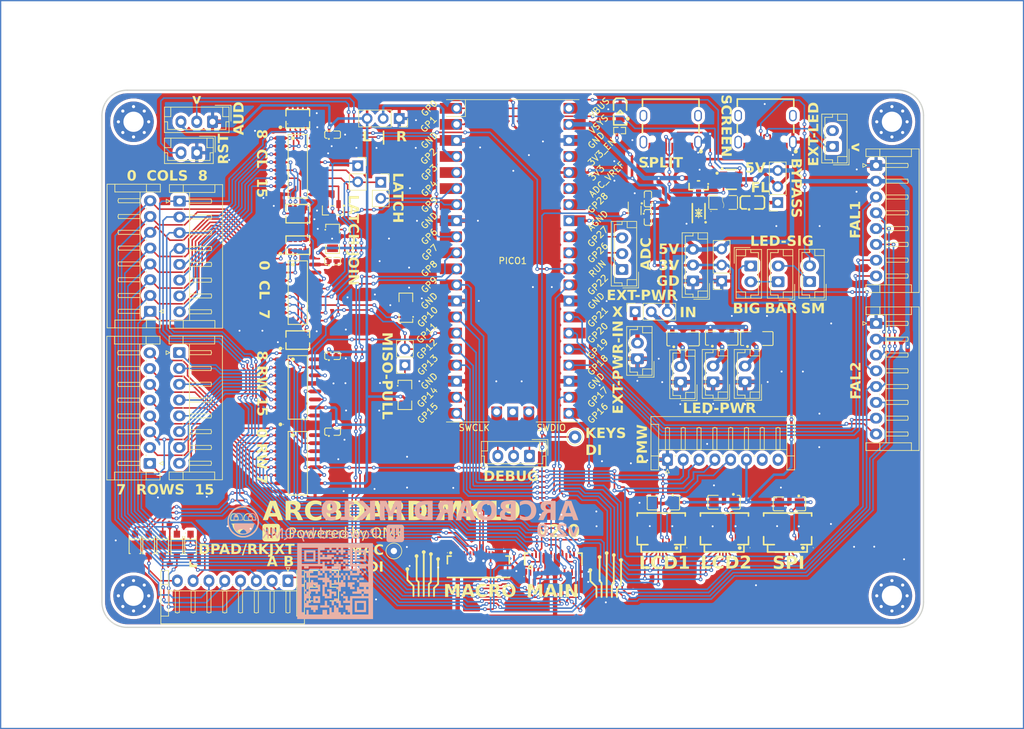
<source format=kicad_pcb>
(kicad_pcb (version 20221018) (generator pcbnew)
  (layers (0 "F.Cu" signal) (31 "B.Cu" signal) (34 "B.Paste" user) (35 "F.Paste" user) (36 "B.SilkS" user "B.Silkscreen") (37 "F.SilkS" user "F.Silkscreen") (38 "B.Mask" user) (39 "F.Mask" user) (44 "Edge.Cuts" user))
  (net 0 "")
  (net 1 "Net-(5WAY1-Pin_1)")
  (net 2 "Net-(5WAY1-Pin_2)")
  (net 3 "Net-(5WAY1-Pin_3)")
  (net 4 "Net-(5WAY1-Pin_4)")
  (net 5 "Net-(5WAY1-Pin_5)")
  (net 6 "Net-(5WAY1-Pin_6)")
  (net 7 "row5")
  (net 8 "Net-(5WAY1-Pin_8)")
  (net 9 "AGND")
  (net 10 "GPIO26")
  (net 11 "GPIO27")
  (net 12 "GND")
  (net 13 "Net-(COL_JOIN1-Pin_2)")
  (net 14 "+3V3")
  (net 15 "VCC")
  (net 16 "col0")
  (net 17 "col1")
  (net 18 "col2")
  (net 19 "col3")
  (net 20 "col4")
  (net 21 "col5")
  (net 22 "col6")
  (net 23 "col7")
  (net 24 "col8")
  (net 25 "col9")
  (net 26 "col10")
  (net 27 "col11")
  (net 28 "col12")
  (net 29 "col13")
  (net 30 "col14")
  (net 31 "col15")
  (net 32 "COL_CS")
  (net 33 "COL_CS_MOS")
  (net 34 "row8")
  (net 35 "row9")
  (net 36 "LED_MACRO_DI")
  (net 37 "LED_FAL1_DI")
  (net 38 "row0")
  (net 39 "row1")
  (net 40 "row3")
  (net 41 "LED_KEYS_DI")
  (net 42 "row2")
  (net 43 "row6")
  (net 44 "Net-(D1-A)")
  (net 45 "SWDIO")
  (net 46 "SWGND")
  (net 47 "SWCLK")
  (net 48 "Net-(F1-Pad2)")
  (net 49 "LED_FAL2_DI")
  (net 50 "row4")
  (net 51 "fal1-r1")
  (net 52 "fal1-r2")
  (net 53 "fal2-r1")
  (net 54 "fal2-r2")
  (net 55 "GPIO6")
  (net 56 "GPIO3")
  (net 57 "Serial_VBUS")
  (net 58 "COL_LATCH")
  (net 59 "LED_KEYBAR_DI")
  (net 60 "LED_SLATS_SM_DI")
  (net 61 "LED_SCREEN_DI")
  (net 62 "LED_SLATS_BIG_DI")
  (net 63 "LED_SCREEN_DO")
  (net 65 "Split_Comms_TX")
  (net 66 "Split_Comms_RX")
  (net 67 "ROW_CS")
  (net 68 "SPI1_CLK")
  (net 69 "SPI1_MOSI")
  (net 70 "SPI1_MISO")
  (net 71 "PMW_CS")
  (net 72 "LCD_DC")
  (net 73 "LCD_BL")
  (net 74 "LCD1_CS")
  (net 75 "LCD_RST")
  (net 76 "LCD2_CS")
  (net 77 "reset")
  (net 83 "rkjxt-a")
  (net 84 "rkjxt-b")
  (net 85 "Net-(REG-COL1-SA)")
  (net 86 "row7")
  (net 87 "Net-(REG-ROW1-DS)")
  (net 88 "row10")
  (net 89 "row11")
  (net 90 "row12")
  (net 91 "row13")
  (net 92 "row14")
  (net 93 "row15")
  (net 102 "Net-(VCC_BYPASS1-Pin_1)")
  (net 103 "Net-(PICO1-GPIO2)")
  (net 104 "SPARE_1")
  (net 105 "SPARE_2")
  (net 106 "SPARE_3")
  (net 107 "SPARE_4")
  (net 108 "Net-(LED1-A)")
  (net 109 "LED_5V")
  (net 110 "Net-(PWR-EXT-IN1-Pin_2)")
  (net 111 "LED_DI_3v3")
  (net 112 "Net-(MISO_PULL1-Pin_1)")
  (footprint "Connector_JST:JST_EH_B2B-EH-A_1x02_P2.50mm_Vertical" (layer "F.Cu") (at 195.6 58.9 90)
    (fp_text reference "J11" hide)
    (fp_text value "Conn_01x02_Socket")
  )
  (footprint "Connector_JST:JST_EH_B3B-EH-A_1x03_P2.50mm_Vertical" (layer "F.Cu") (at 173.52 80.17 90)
    (fp_text reference "PWR-OUT1" hide)
    (fp_text value "Conn_01x03_Socket")
  )
  (footprint "ct-kicad:SOT-23-3_L2.9-W1.3-P1.90-LS2.4-BR" (layer "F.Cu") (at 116.49 69.03 90)
    (fp_text reference "COL_CS_MOS1" hide)
    (fp_text value "2N7002")
  )
  (footprint "MountingHole:MountingHole_3.2mm_M3_Pad_Via" (layer "F.Cu") (at 85 130)
    (fp_text reference "H3" hide)
    (fp_text value "MountingHole")
  )
  (footprint "MountingHole:MountingHole_3.2mm_M3_Pad_Via" (layer "F.Cu") (at 205 55)
    (fp_text reference "H2" hide)
    (fp_text value "MountingHole")
  )
  (footprint "ct-kicad:FPC-SMD_8P-P0.50_8.01A0.008200" (layer "F.Cu") (at 178.500064 120.529868 180)
    (fp_text reference "U10" hide)
    (fp_text value "8_01A0_008200")
  )
  (footprint "ct-kicad:cyboard-logo-10mm" (layer "F.Cu") (at 159.867329 126.236108)
    (fp_text reference "LOGO6" hide)
    (fp_text value "**REF" hide)
  )
  (footprint "Connector_JST:JST_EH_S8B-EH_1x08_P2.50mm_Horizontal" (layer "F.Cu") (at 92.25 91.53 -90)
    (fp_text reference "ROW2" hide)
    (fp_text value "Conn_01x08_Socket")
  )
  (footprint "ct-kicad:F1206" (layer "F.Cu") (at 178.294991 67.77)
    (fp_text reference "F1" hide)
    (fp_text value "MF-NSMF075-2")
  )
  (footprint "ct-kicad:FPC-SMD_16P-P0.50_HCTL_HC-FPC-05-10-16RLTAG" (layer "F.Cu") (at 139.554999 124.684996 180)
    (fp_text reference "CYBOARD-MACRO1" hide)
    (fp_text value "HC-FPC-05-10-16RLTAG")
  )
  (footprint "ct-kicad:C1206" (layer "F.Cu") (at 168.842583 115.32 180)
    (fp_text reference "C11" hide)
    (fp_text value "CL31B105KBHNNNE")
  )
  (footprint "Connector_PinSocket_2.54mm:PinSocket_1x03_P2.54mm_Vertical" (layer "F.Cu") (at 127.04 54.48 -90)
    (fp_text reference "SPLIT_HAND1" hide)
    (fp_text value "Conn_01x03_Socket")
  )
  (footprint "ct-kicad:SOIC-16_L9.9-W3.9-P1.27-LS6.0-BL" (layer "F.Cu") (at 110.99 97.03 -90)
    (fp_text reference "REG-ROW2" hide)
    (fp_text value "74HC595D")
  )
  (footprint "ct-kicad:C0402" (layer "F.Cu") (at 116.49 77.03)
    (fp_text reference "C2" hide)
    (fp_text value "100nF")
  )
  (footprint "ct-kicad:SOD-123F_L2.7-W1.6-LS3.8-RD" (layer "F.Cu") (at 89.61 121.98 -90)
    (fp_text reference "U3" hide)
    (fp_text value "1N4148W_C81598")
  )
  (footprint "Connector_JST:JST_EH_B3B-EH-A_1x03_P2.50mm_Vertical" (layer "F.Cu") (at 97.5 55 180)
    (fp_text reference "AUDIO1" hide)
    (fp_text value "Conn_01x03_Socket")
  )
  (footprint "ct-kicad:USB-C_SMD-TYPE-C-31-M-12" (layer "F.Cu") (at 185 56.5 180)
    (fp_text reference "SCREEN1" hide)
    (fp_text value "TYPE-C-31-M-12")
  )
  (footprint "Connector_Pin:Pin_D1.0mm_L10.0mm" (layer "F.Cu") (at 154.85 104.87)
    (fp_text reference "T10" hide)
    (fp_text value "Conn_01x01_Socket")
  )
  (footprint "ct-kicad:L0805" (layer "F.Cu") (at 182.963782 67.77)
    (fp_text reference "L1" hide)
    (fp_text value "MPZ2012S101AT000")
  )
  (footprint "Connector_JST:JST_EH_S8B-EH_1x08_P2.50mm_Horizontal" (layer "F.Cu") (at 92.28 67.56 -90)
    (fp_text reference "COL2" hide)
    (fp_text value "Conn_01x08_Socket")
  )
  (footprint "ct-kicad:SOIC-16_L9.9-W3.9-P1.27-LS6.0-BL" (layer "F.Cu") (at 110.99 62.03 -90)
    (fp_text reference "REG-COL2" hide)
    (fp_text value "MC74HC589ADR2G")
  )
  (footprint "ct-kicad:SOD-123FL_L2.8-W1.8-LS3.7-BI" (layer "F.Cu") (at 174.42 69.45 90)
    (fp_text reference "D1" hide)
    (fp_text value "SMF5_0CA_C364279")
  )
  (footprint "Connector_PinSocket_2.54mm:PinSocket_1x03_P2.54mm_Vertical" (layer "F.Cu") (at 186.93 67.79 180)
    (fp_text reference "VCC_BYPASS1" hide)
    (fp_text value "Conn_01x03_Socket")
  )
  (footprint "ct-kicad:R0402" (layer "F.Cu") (at 161.917183 56.39)
    (fp_text reference "R9" hide)
    (fp_text value "0402WGF2001TCE")
  )
  (footprint "ct-kicad:USB-C_SMD-TYPE-C-31-M-12" (layer "F.Cu") (at 170 56.5 180)
    (fp_text reference "SPLIT-USB1" hide)
    (fp_text value "TYPE-C-31-M-12")
  )
  (footprint "ct-kicad:R1206" (layer "F.Cu") (at 115.128791 129.72)
    (fp_text reference "R6" hide)
    (fp_text value "4.7k")
  )
  (footprint "Connector_JST:JST_EH_B2B-EH-A_1x02_P2.50mm_Vertical" (layer "F.Cu") (at 191.98 80.29 90)
    (fp_text reference "J9" hide)
    (fp_text value "Conn_01x02_Socket")
  )
  (footprint "ct-kicad:LED0805-R-RD" (layer "F.Cu") (at 162 53.5 -90)
    (fp_text reference "LED1" hide)
    (fp_text value "0805G_(Green)")
  )
  (footprint "ct-kicad:SOD-123F_L2.7-W1.6-LS3.8-RD" (layer "F.Cu") (at 87.39 121.97 -90)
    (fp_text reference "U5" hide)
    (fp_text value "1N4148W_C81598")
  )
  (footprint "ct-kicad:SOD-123F_L2.7-W1.6-LS3.8-RD" (layer "F.Cu") (at 94.02 121.98495 -90)
    (fp_text reference "U4" hide)
    (fp_text value "1N4148W_C81598")
  )
  (footprint "ct-kicad:C0402" (layer "F.Cu") (at 166.39 70.130183 -90)
    (fp_text reference "C6" hide)
    (fp_text value "100nF")
  )
  (footprint "ct-kicad:RES-ARRAY-SMD_0603-8P-L3.2-W1.6-BL" (layer "F.Cu") (at 110.99 69.53 180)
    (fp_text reference "R4" hide)
    (fp_text value "4D03WGJ0103T5E")
  )
  (footprint "ct-kicad:C1206" (layer "F.Cu") (at 178.062583 89.25)
    (fp_text reference "C9" hide)
    (fp_text value "CL31B105KBHNNNE")
  )
  (footprint "ct-kicad:RES-ARRAY-SMD_0603-8P-L3.2-W1.6-BL" (layer "F.Cu") (at 110.99 89.53 180)
    (fp_text reference "R2" hide)
    (fp_text value "4D03WGJ0103T5E")
  )
  (footprint "Connector_JST:JST_EH_B2B-EH-A_1x02_P2.50mm_Vertical" (layer "F.Cu") (at 176.7 96.15 90)
    (fp_text reference "J2" hide)
    (fp_text value "Conn_01x02_Socket")
  )
  (footprint "ct-kicad:RES-ARRAY-SMD_0603-8P-L3.2-W1.6-BL" (layer "F.Cu") (at 110.99 74.53)
    (fp_text reference "R3" hide)
    (fp_text value "4D03WGJ0103T5E")
  )
  (footprint "Connector_Pin:Pin_D1.0mm_L10.0mm" (layer "F.Cu") (at 126.19 122.91)
    (fp_text reference "T1" hide)
    (fp_text value "Conn_01x01_Socket")
  )
  (footprint "Connector_JST:JST_EH_B2B-EH-A_1x02_P2.50mm_Vertical" (layer "F.Cu") (at 187 80.31 90)
    (fp_text reference "J4" hide)
    (fp_text value "Conn_01x02_Socket")
  )
  (footprint "ct-kicad:SOT-563_L1.6-W1.2-P0.50-LS1.6-BR" (layer "F.Cu") (at 164.28 68.690013 90)
    (fp_text reference "LED-LVL1" hide)
    (fp_text value "SN74LVC1T45DRL")
  )
  (footprint "ct-kicad:C1206" (layer "F.Cu") (at 171.957417 89.36)
    (fp_text reference "C7" hide)
    (fp_text value "CL31B105KBHNNNE")
  )
  (footprint "ct-kicad:C0402" (layer "F.Cu") (at 116.49 57.03)
    (fp_text reference "C4" hide)
    (fp_text value "100nF")
  )
  (footprint "Connector_JST:JST_EH_B2B-EH-A_1x02_P2.50mm_Vertical" (layer "F.Cu") (at 182.66 77.81 -90)
    (fp_text reference "J10" hide)
    (fp_text value "Conn_01x02_Socket")
  )
  (footprint "Connector_PinSocket_2.54mm:PinSocket_1x02_P2.54mm_Vertical" (layer "F.Cu") (at 127.94 93.48 180)
    (fp_text reference "MISO_PULL1" hide)
    (fp_text value "Conn_01x02_Socket")
  )
  (footprint "ct-kicad:TSOT-23-6_L2.9-W1.6-P0.95-LS2.8-BL" (layer "F.Cu") (at 179.55 64.110038 -90)
    (fp_text reference "U1" hide)
    (fp_text value "AZC199-04S-MS")
  )
  (footprint "ct-kicad:SOIC-16_L9.9-W3.9-P1.27-LS6.0-BL" (layer "F.Cu") (at 110.99 109.03 -90)
    (fp_text reference "REG-ROW1" hide)
    (fp_text value "74HC595D")
  )
  (footprint "MountingHole:MountingHole_3.2mm_M3_Pad_Via" (layer "F.Cu") (at 85 55)
    (fp_text reference "H1" hide)
    (fp_text value "MountingHole")
  )
  (footprint "Connector_JST:JST_EH_S8B-EH_1x08_P2.50mm_Horizontal" (layer "F.Cu") (at 169.48 108.46)
    (fp_text reference "PWM1" hide)
    (fp_text value "Conn_01x08_Socket")
  )
  (footprint "Connector_JST:JST_EH_B3B-EH-A_1x03_P2.50mm_Vertical" (layer "F.Cu") (at 147.64 107.89 180)
    (fp_text reference "DBG1" hide)
    (fp_text value "Conn_01x03_Socket")
  )
  (footprint "Connector_JST:JST_EH_S8B-EH_1x08_P2.50mm_Horizontal" (layer "F.Cu") (at 202.49 86.9 -90)
    (fp_text reference "FAL2" hide)
    (fp_text value "Conn_01x08_Socket")
  )
  (footprint "ct-kicad:C0402" (layer "F.Cu") (at 116.49 104.03)
    (fp_text reference "C1" hide)
    (fp_text value "100nF")
  )
  (footprint "ct-kicad:C1206" (layer "F.Cu") (at 188.782583 115.45 180)
    (fp_text reference "C10" hide)
    (fp_text value "CL31B105KBHNNNE")
  )
  (footprint "ct-kicad:SOT-23_L2.9-W1.3-P1.90-LS2.4-BR" (layer "F.Cu") (at 174.4 65.05 90)
    (fp_text reference "MOSFET1" hide)
    (fp_text value "AO3401A_C347476")
  )
  (footprint "Connector_PinSocket_2.54mm:PinSocket_1x03_P2.54mm_Vertical" (layer "F.Cu") (at 164.375 85.055 90)
    (fp_text reference "PWR-OUT6" hide)
    (fp_text value "Conn_01x03_Socket")
  )
  (footprint "Connector_JST:JST_EH_B2B-EH-A_1x02_P2.50mm_Vertical" (layer "F.Cu") (at 95.01 59.9 180)
    (fp_text reference "RESET1" hide)
    (fp_text value "Conn_01x02_Socket")
  )
  (footprint "ct-kicad:FPC-SMD_ECT818001569" (layer "F.Cu") (at 151.385088 125.030043)
    (fp_text reference "CYBOARD-MAIN1" hide)
    (fp_text value "ECT818001569")
  )
  (footprint "Connector_JST:JST_EH_B2B-EH-A_1x02_P2.50mm_Vertical" (layer "F.Cu") (at 171.55 96.2 90)
    (fp_text reference "J7" hide)
    (fp_text value "Conn_01x02_Socket")
  )
  (footprint "Connector_PinSocket_2.54mm:PinSocket_1x02_P2.54mm_Vertical" (layer "F.Cu") (at 120.48 61.96)
    (fp_text reference "COL_JOIN1" hide)
    (fp_text value "Conn_01x02_Socket")
  )
  (footprint "ct-kicad:awesome-logo" (layer "F.Cu") (at 102.36 118.29)
    (fp_text reference "LOGO1" hide)
    (fp_text value "**REF" hide)
  )
  (footprint "ct-kicad:R1206" (layer "F.Cu") (at 116.49 73.53 -90)
    (fp_text reference "R1" hide)
    (fp_text value "1206W4F1002T5E")
  )
  (footprint "ct-kicad:qmk-lite" (layer "F.Cu") (at 116.5 120)
    (fp_text reference "LOGO2" hide)
    (fp_text value "**REF" hide)
  )
  (footprint "Connector_JST:JST_EH_S8B-EH_1x08_P2.50mm_Horizontal" (layer "F.Cu") (at 109.43 127.63 180)
    (fp_text reference "5WAY1" hide)
    (fp_text value "Conn_01x08_Socket")
  )
  (footprint "ct-kicad:cyboard-logo-10mm" (layer "F.Cu") (at 130.92 126.08)
    (fp_text reference "LOGO6" hide)
    (fp_text value "**REF" hide)
  )
  (footprint "ct-kicad:C1206" (layer "F.Cu") (at 178.432583 115.2 180)
    (fp_text reference "C12" hide)
    (fp_text value "CL31B105KBHNNNE")
  )
  (footprint "ct-kicad:FPC-SMD_8P-P0.50_8.01A0.008200" (layer "F.Cu") (at 188.500064 120.529868 180)
    (fp_text reference "U11" hide)
    (fp_text value "8_01A0_008200")
  )
  (footprint "ct-kicad:SOIC-16_L9.9-W3.9-P1.27-LS6.0-BL" (layer "F.Cu") (at 110.99 82.03 -90)
    (fp_text reference "REG-COL1" hide)
    (fp_text value "MC74HC589ADR2G")
  )
  (footprint "MountingHole:MountingHole_3.2mm_M3_Pad_Via" (layer "F.Cu") (at 205 130)
    (fp_text reference "H4" hide)
    (fp_text value "MountingHole")
  )
  (footprint "Connector_JST:JST_EH_B2B-EH-A_1x02_P2.50mm_Vertical" (layer "F.Cu") (at 164.74 92.5 90)
    (fp_text reference "PWR-EXT-IN1" hide)
    (fp_text value "Conn_01x02_Socket")
  )
  (footprint "Connector_PinSocket_2.54mm:PinSocket_1x03_P2.54mm_Vertical" (layer "F.Cu") (at 178.06 80.2 180)
    (fp_text reference "PWR-OUT2" hide)
    (fp_text value "Conn_01x03_Socket")
  )
  (footprint "ct-kicad:C1206" (layer "F.Cu") (at 183.622583 89.3)
    (fp_text reference "C8" hide)
    (fp_text value "CL31B105KBHNNNE")
  )
  (footprint "Connector_PinSocket_2.54mm:PinSocket_1x02_P2.54mm_Vertical" (layer "F.Cu") (at 124.115 64.57)
    (fp_text reference "COL_JOIN2" hide)
    (fp_text value "Conn_01x02_Socket")
  )
  (footprint "Connector_JST:JST_EH_B2B-EH-A_1x02_P2.50mm_Vertical" (layer "F.Cu") (at 181.76 96.15 90)
    (fp_text reference "J1" hide)
    (fp_text value "Conn_01x02_Socket")
  )
  (footprint "Connector_JST:JST_EH_S8B-EH_1x08_P2.50mm_Horizontal" (layer "F.Cu") (at 87.58 109.05 90)
    (fp_text reference "ROW1" hide)
    (fp_text value "Conn_01x08_Socket")
  )
  (footprint "Connector_JST:JST_EH_B3B-EH-A_1x03_P2.50mm_Vertical" (layer "F.Cu") (at 162.3 78.37 90)
    (fp_text reference "ADC1" hide)
    (fp_text value "Conn_01x03_Socket")
  )
  (footprint "ct-kicad:R1206" (layer "F.Cu") (at 127.94 98.22 -90)
    (fp_text reference "R10" hide)
    (fp_text value "1206W4F1002T5E")
  )
  (footprint "rp2040:RPi_Pico_SMD_TH" (layer "F.Cu") (at 145 77)
    (fp_text reference "PICO1")
    (fp_text value "Pico")
  )
  (footprint "ct-kicad:SOD-123F_L2.7-W1.6-LS3.8-RD" (layer "F.Cu") (at 85.23 121.95 -90)
    (fp_text reference "U2" hide)
    (fp_text value "1N4148W_C81598")
  )
  (footprint "ct-kicad:R1206" (layer "F.Cu") (at 115.125164 127.0825)
    (fp_text reference "R7" hide)
    (fp_text value "4.7k")
  )
  (footprint "ct-kicad:SOD-123F_L2.7-W1.6-LS3.8-RD" (layer "F.Cu") (at 91.86 121.98495 -90)
    (fp_text reference "U6" hide)
    (fp_text value "1N4148W_C81598")
  )
  (footprint "ct-kicad:RES-ARRAY-SMD_0603-8P-L3.2-W1.6-BL" (layer "F.Cu") (at 110.99 54.53)
    (fp_text reference "R5" hide)
    (fp_text value "4D03WGJ0103T5E")
  )
  (footprint "Connector_JST:JST_EH_S8B-EH_1x08_P2.50mm_Horizontal" (layer "F.Cu") (at 202.49 61.9 -90)
    (fp_text reference "FAL1" hide)
    (fp_text value "Conn_01x08_Socket")
  )
  (footprint "ct-kicad:R1206" (layer "F.Cu") (at 128.09 84.421209 90)
    (fp_text reference "R8" hide)
    (fp_text value "4.7k")
  )
  (footprint "ct-kicad:FPC-SMD_8P-P0.50_8.01A0.008200" (layer "F.Cu") (at 168.500064 120.529868 180)
    (fp_text reference "U9" hide)
    (fp_text value "8_01A0_008200")
  )
  (footprint "ct-kicad:C0402" (layer "F.Cu") (at 116.49 92.03)
    (fp_text reference "C3" hide)
    (fp_text value "100nF")
  )
  (footprint "ct-kicad:C0402" (layer "F.Cu") (at 166.39 67.210013 90)
    (fp_text reference "C5" hide)
    (fp_text value "100nF")
  )
  (footprint "Connector_JST:JST_EH_S8B-EH_1x08_P2.50mm_Horizontal" (layer "F.Cu") (at 87.63 84.99 90)
    (fp_text reference "COL1" hide)
    (fp_text value "Conn_01x08_Socket")
  )
  (footprint "ct-kicad:mk19-qr-logo-12mm" (layer "B.Cu") (at 116.9 127.68 180)
    (fp_text reference "LOGO5" hide)
    (fp_text value "**REF" hide)
  )
  (footprint "ct-kicad:qmk-lite" (layer "B.Cu") (at 116.68 120.12 180)
    (fp_text reference "LOGO4" hide)
    (fp_text value "**REF" hide)
  )
  (footprint "ct-kicad:awesome-logo" (layer "B.Cu") (at 102.35 118.26 180)
    (fp_text reference "LOGO3" hide)
    (fp_text value "**REF" hide)
  )
  (gr_rect (start 63.97 35.83) (end 225.82 151) (stroke (width 0.2)) (fill none) (layer "B.Cu"))
  (gr_line (start 210 54) (end 210 131) (stroke (width 0.2)) (layer "Edge.Cuts"))
  (gr_line (start 80 131) (end 80 54) (stroke (width 0.2)) (layer "Edge.Cuts"))
  (gr_arc (start 84 135) (mid 81.171573 133.828427) (end 80 131) (stroke (width 0.2)) (layer "Edge.Cuts"))
  (gr_line (start 206 135) (end 84 135) (stroke (width 0.2)) (layer "Edge.Cuts"))
  (gr_line (start 84 50) (end 206 50) (stroke (width 0.2)) (layer "Edge.Cuts"))
  (gr_arc (start 80 54) (mid 81.171573 51.171573) (end 84 50) (stroke (width 0.2)) (layer "Edge.Cuts"))
  (gr_arc (start 206 50) (mid 208.828427 51.171573) (end 210 54) (stroke (width 0.2)) (layer "Edge.Cuts"))
  (gr_arc (start 210 131) (mid 208.828427 133.828427) (end 206 135) (stroke (width 0.2)) (layer "Edge.Cuts"))
  (gr_text "ARCBOARD MK19" (at 155.42 118.54) (layer "B.SilkS") (effects (font (size 3 3) (thickness 0.32) bold) (justify left bottom mirror)))
  (gr_text "v2.0" (at 155.53 120.97) (layer "B.SilkS") (effects (font (size 2 2) (thickness 0.32) bold) (justify left bottom mirror)))
  (gr_text "RST" (at 100.24 61.74 90) (layer "F.SilkS") (effects (font (size 1.6 1.6) (thickness 0.32) bold) (justify left bottom)))
  (gr_text "LCD1" (at 164.97 126.07) (layer "F.SilkS") (effects (font (size 2 2) (thickness 0.32) bold) (justify left bottom)))
  (gr_text "IN" (at 171.39 86.19) (layer "F.SilkS") (effects (font (size 1.6 1.6) (thickness 0.32) bold) (justify left bottom)))
  (gr_text "GD" (at 167.73 81.22) (layer "F.SilkS") (effects (font (size 1.6 1.6) (thickness 0.32) bold) (justify left bottom)))
  (gr_text "5V" (at 181.75 63.31) (layer "F.SilkS") (effects (font (size 1.6 1.6) (thickness 0.32) bold) (justify left bottom)))
  (gr_text "0 RW 7" (at 104.25 103.49 270) (layer "F.SilkS") (effects (font (size 1.6 1.6) (thickness 0.32) bold) (justify left bottom)))
  (gr_text "SPLIT" (at 164.89 62.49) (layer "F.SilkS") (effects (font (size 1.6 1.6) (thickness 0.32) bold) (justify left bottom)))
  (gr_text "SM" (at 190.59 85.56) (layer "F.SilkS") (effects (font (size 1.6 1.6) (thickness 0.32) bold) (justify left bottom)))
  (gr_text "EXT-PWR" (at 159.84 83.48) (layer "F.SilkS") (effects (font (size 1.6 1.6) (thickness 0.32) bold) (justify left bottom)))
  (gr_text "FAL2" (at 200.3 98.95 90) (layer "F.SilkS") (effects (font (size 1.6 1.6) (thickness 0.32) bold) (justify left bottom)))
  (gr_text "FL" (at 182.65 66.42) (layer "F.SilkS") (effects (font (size 1.6 1.6) (thickness 0.32) bold) (justify left bottom)))
  (gr_text "BIG" (at 179.8 85.56) (layer "F.SilkS") (effects (font (size 1.6 1.6) (thickness 0.32) bold) (justify left bottom)))
  (gr_text "LATCH" (at 125.81 63.02 -90) (layer "F.SilkS") (effects (font (size 1.6 1.6) (thickness 0.32) bold) (justify left bottom)))
  (gr_text "0  COLS  8" (at 83.93 64.57) (layer "F.SilkS") (effects (font (size 1.6 1.6) (thickness 0.4) bold) (justify left bottom)))
  (gr_text "EXT-LED" (at 193.62 62.06 90) (layer "F.SilkS") (effects (font (size 1.6 1.6) (thickness 0.32) bold) (justify left bottom)))
  (gr_text "LATCH-JOIN" (at 118.77 66.54 270) (layer "F.SilkS") (effects (font (size 1.6 1.6) (thickness 0.32) bold) (justify left bottom)))
  (gr_text "X" (at 160.72 86.12) (layer "F.SilkS") (effects (font (size 1.6 1.6) (thickness 0.32) bold) (justify left bottom)))
  (gr_text "ARCBOARD MK19" (at 105.43 118.54) (layer "F.SilkS") (effects (font (size 3 3) (thickness 0.32) bold) (justify left bottom)))
  (gr_text "B" (at 108.69 125.59) (layer "F.SilkS") (effects (font (size 1.6 1.6) (thickness 0.32) bold) (justify left bottom)))
  (gr_text "EXT-PWR-IN" (at 162.69 101.26 90) (layer "F.SilkS") (effects (font (size 1.6 1.6) (thickness 0.32) bold) (justify left bottom)))
  (gr_text "BYPASS" (at 188.84 60.73 -90) (layer "F.SilkS") (effects (font (size 1.6 1.6) (thickness 0.32) bold) (justify left bottom)))
  (gr_text "FAL1" (at 200.24 73.49 90) (layer "F.SilkS") (effects (font (size 1.6 1.6) (thickness 0.32) bold) (justify left bottom)))
  (gr_text "DEBUG" (at 140.35 112.1) (layer "F.SilkS") (effects (font (size 1.6 1.6) (thickness 0.32) bold) (justify left bottom)))
  (gr_text "8 RW 15" (at 104.31 91.21 270) (layer "F.SilkS") (effects (font (size 1.6 1.6) (thickness 0.32) bold) (justify left bottom)))
  (gr_text "PMW" (at 166.51 109.2 90) (layer "F.SilkS") (effects (font (size 1.6 1.6) (thickness 0.32) bold) (justify left bottom)))
  (gr_text "5V" (at 168.06 76.17) (layer "F.SilkS") (effects (font (size 1.6 1.6) (thickness 0.32) bold) (justify left bottom)))
  (gr_text "LED-SIG" (at 182.55 74.9) (layer "F.SilkS") (effects (font (size 1.6 1.6) (thickness 0.32) bold) (justify left bottom)))
  (gr_text "SCREEN" (at 177.75 50.68 270) (layer "F.SilkS") (effects (font (size 1.6 1.6) (thickness 0.32) bold) (justify left bottom)))
  (gr_text "7  ROWS  15" (at 82.27 114.24) (layer "F.SilkS") (effects (font (size 1.6 1.6) (thickness 0.32) bold) (justify left bottom)))
  (gr_text "v2.0" (at 148.86 121.05) (layer "F.SilkS") (effects (font (size 2 2) (thickness 0.32) bold) (justify left bottom)))
  (gr_text "AUD" (at 102.68 57.13 90) (layer "F.SilkS") (effects (font (size 1.6 1.6) (thickness 0.32) bold) (justify left bottom)))
  (gr_text "ADC" (at 167.1 78.52 90) (layer "F.SilkS") (effects (font (size 1.6 1.6) (thickness 0.32) bold) (justify left bottom)))
  (gr_text "v" (at 198.33 58.31 -90) (layer "F.SilkS") (effects (font (size 1.6 1.6) (thickness 0.32) bold) (justify left bottom)))
  (gr_text "8  CL  15" (at 104.27 56.17 270) (layer "F.SilkS") (effects (font (size 1.6 1.6) (thickness 0.32) bold) (justify left bottom)))
  (gr_text "3V" (at 168.07 78.74) (layer "F.SilkS") (effects (font (size 1.6 1.6) (thickness 0.32) bold) (justify left bottom)))
  (gr_text "r" (at 95.33 125.67 90) (layer "F.SilkS") (effects (font (size 1.6 1.6) (thickness 0.32) bold) (justify left bottom)))
  (gr_text "SPI" (at 186.1 126.07) (layer "F.SilkS") (effects (font (size 2 2) (thickness 0.32) bold) (justify left bottom)))
  (gr_text "0  CL  7" (at 104.65 76.94 270) (layer "F.SilkS") (effects (font (size 1.6 1.6) (thickness 0.32) bold) (justify left bottom)))
  (gr_text "LED-PWR" (at 171.9 101.34) (layer "F.SilkS") (effects (font (size 1.6 1.6) (thickness 0.32) bold) (justify left bottom)))
  (gr_text "A" (at 106.08 125.59) (layer "F.SilkS") (effects (font (size 1.6 1.6) (thickness 0.32) bold) (justify left bottom)))
  (gr_text "KEYS\nDI" (at 156.46 107.99) (layer "F.SilkS") (effects (font (size 1.6 1.6) (thickness 0.32) bold) (justify left bottom)))
  (gr_text "DPAD/RKJXT" (at 95.25 123.67) (layer "F.SilkS") (effects (font (size 1.6 1.6) (thickness 0.32) bold) (justify left bottom)))
  (gr_text "L  |  R" (at 121.17 58.37) (layer "F.SilkS") (effects (font (size 1.6 1.6) (thickness 0.32) bold) (justify left bottom)))
  (gr_text "v" (at 94.27 52.42) (layer "F.SilkS") (effects (font (size 1.6 1.6) (thickness 0.32) bold) (justify left bottom)))
  (gr_text "MACRO" (at 134.04 130.52) (layer "F.SilkS") (effects (font (size 2 2) (thickness 0.32) bold) (justify left bottom)))
  (gr_text "MISO-PULL" (at 124.11 88.27 270) (layer "F.SilkS") (effects (font (size 1.6 1.6) (thickness 0.32) bold) (justify left bottom)))
  (gr_text "MAIN" (at 147.14 130.53) (layer "F.SilkS") (effects (font (size 2 2) (thickness 0.32) bold) (justify left bottom)))
  (gr_text "LCD2" (at 174.7 126.03) (layer "F.SilkS") (effects (font (size 2 2) (thickness 0.32) bold) (justify left bottom)))
  (gr_text "BAR" (at 184.86 85.54) (layer "F.SilkS") (effects (font (size 1.6 1.6) (thickness 0.32) bold) (justify left bottom)))
  (gr_text "MAC\nDI" (at 124.61 126.46) (layer "F.SilkS") (effects (font (size 1.6 1.6) (thickness 0.32) bold) (justify right bottom)))
  (segment (start 113.638873 127.09) (end 113.646373 127.0825) (width 0.25) (layer "F.Cu") (net 1))
  (segment (start 109.43 127.63) (end 109.97 127.09) (width 0.25) (layer "F.Cu") (net 1))
  (segment (start 109.97 127.09) (end 113.638873 127.09) (width 0.25) (layer "F.Cu") (net 1))
  (segment (start 108.23 129.72) (end 113.65 129.72) (width 0.25) (layer "F.Cu") (net 2))
  (segment (start 106.93 127.63) (end 106.93 128.42) (width 0.25) (layer "F.Cu") (net 2))
  (segment (start 106.93 128.42) (end 108.23 129.72) (width 0.25) (layer "F.Cu") (net 2))
  (segment (start 95.18 125.9) (end 94.02 124.74) (width 0.25) (layer "F.Cu") (net 3))
  (segment (start 94.02 124.74) (end 94.02 123.7199) (width 0.25) (layer "F.Cu") (net 3))
  (via (at 95.18 125.9) (size 0.6) (drill 0.3) (layers "F.Cu" "B.Cu") (net 3))
  (segment (start 103.42 125.92) (end 95.2 125.92) (width 0.25) (layer "B.Cu") (net 3))
  (segment (start 95.2 125.92) (end 95.18 125.9) (width 0.25) (layer "B.Cu") (net 3))
  (segment (start 104.43 126.93) (end 103.42 125.92) (width 0.25) (layer "B.Cu") (net 3))
  (segment (start 104.43 127.63) (end 104.43 126.93) (width 0.25) (layer "B.Cu") (net 3))
  (segment (start 90.56 131.76) (end 90.56 128.81) (width 0.25) (layer "F.Cu") (net 4))
  (segment (start 91.34 125.85) (end 91.86 125.33) (width 0.25) (layer "F.Cu") (net 4))
  (segment (start 91.86 125.33) (end 91.86 123.7199) (width 0.25) (layer "F.Cu") (net 4))
  (segment (start 90.56 128.81) (end 90.57 128.8) (width 0.25) (layer "F.Cu") (net 4))
  (via (at 90.57 128.8) (size 0.6) (drill 0.3) (layers "F.Cu" "B.Cu") (net 4))
  (via (at 91.34 125.85) (size 0.6) (drill 0.3) (layers "F.Cu" "B.Cu") (net 4))
  (via (at 90.56 131.76) (size 0.6) (drill 0.3) (layers "F.Cu" "B.Cu") (net 4))
  (segment (start 90.56 131.76) (end 99.19 131.76) (width 0.25) (layer "B.Cu") (net 4))
  (segment (start 90.57 126.62) (end 91.34 125.85) (width 0.25) (layer "B.Cu") (net 4))
  (segment (start 99.19 131.76) (end 101.93 129.02) (width 0.25) (layer "B.Cu") (net 4))
  (segment (start 90.57 128.8) (end 90.57 126.62) (width 0.25) (layer "B.Cu") (net 4))
  (segment (start 101.93 129.02) (end 101.93 127.63) (width 0.25) (layer "B.Cu") (net 4))
  (segment (start 89.7 125.93) (end 89.61 125.84) (width 0.25) (layer "F.Cu") (net 5))
  (segment (start 89.61 125.84) (end 89.61 123.71495) (width 0.25) (layer "F.Cu") (net 5))
  (segment (start 89.78 130.64) (end 89.78 128.77) (width 0.25) (layer "F.Cu") (net 5))
  (segment (start 89.78 128.77) (end 89.69 128.68) (width 0.25) (layer "F.Cu") (net 5))
  (via (at 89.78 130.64) (size 0.6) (drill 0.3) (layers "F.Cu" "B.Cu") (net 5))
  (via (at 89.69 128.68) (size 0.6) (drill 0.3) (layers "F.Cu" "B.Cu") (net 5))
  (via (at 89.7 125.93) (size 0.6) (drill 0.3) (layers "F.Cu" "B.Cu") (net 5))
  (segment (start 96.5 131.08) (end 99.43 128.15) (width 0.25) (layer "B.Cu") (net 5))
  (segment (start 89.78 130.95) (end 89.78 130.64) (width 0.25) (layer "B.Cu") (net 5))
  (segment (start 89.88 131.05) (end 89.91 131.08) (width 0.25) (layer "B.Cu") (net 5))
  (segment (start 89.88 131.05) (end 89.78 130.95) (width 0.25) (layer "B.Cu") (net 5))
  (segment (start 89.91 131.08) (end 96.5 131.08) (width 0.25) (layer "B.Cu") (net 5))
  (segment (start 89.69 125.94) (end 89.69 128.68) (width 0.25) (layer "B.Cu") (net 5))
  (segment (start 99.43 128.15) (end 99.43 127.63) (width 0.25) (layer "B.Cu") (net 5))
  (segment (start 89.7 125.93) (end 89.69 125.94) (width 0.25) (layer "B.Cu") (net 5))
  (segment (start 87.43 124.88) (end 87.43 123.74495) (width 0.25) (layer "F.Cu") (net 6))
  (segment (start 87.43 123.74495) (end 87.39 123.70495) (width 0.25) (layer "F.Cu") (net 6))
  (via (at 87.43 124.88) (size 0.6) (drill 0.3) (layers "F.Cu" "B.Cu") (net 6))
  (segment (start 91.2 130.29) (end 91.19 130.3) (width 0.25) (layer "B.Cu") (net 6))
  (segment (start 91.19 130.3) (end 90.76 129.87) (width 0.25) (layer "B.Cu") (net 6))
  (segment (start 96.93 129.04) (end 95.68 130.29) (width 0.25) (layer "B.Cu") (net 6))
  (segment (start 88.96 129.87) (end 88.96 127.96) (width 0.25) (layer "B.Cu") (net 6))
  (segment (start 88.96 127.96) (end 87.43 126.43) (width 0.25) (layer "B.Cu") (net 6))
  (segment (start 90.76 129.87) (end 88.96 129.87) (width 0.25) (layer "B.Cu") (net 6))
  (segment (start 96.93 127.63) (end 96.93 129.04) (width 0.25) (layer "B.Cu") (net 6))
  (segment (start 87.43 126.43) (end 87.43 124.88) (width 0.25) (layer "B.Cu") (net 6))
  (segment (start 95.68 130.29) (end 91.2 130.29) (width 0.25) (layer "B.Cu") (net 6))
  (segment (start 108.249414 109.66) (end 108.254415 109.665001) (width 0.25) (layer "F.Cu") (net 7))
  (segment (start 88.8 105.27) (end 89.86 105.27) (width 0.25) (layer "F.Cu") (net 7))
  (segment (start 87.58 104.05) (end 88.8 105.27) (width 0.25) (layer "F.Cu") (net 7))
  (segment (start 89.86 105.27) (end 93.06 105.27) (width 0.25) (layer "F.Cu") (net 7))
  (segment (start 94.43 127.61) (end 94.43 127.63) (width 0.25) (layer "F.Cu") (net 7))
  (segment (start 96.28 125.76) (end 94.43 127.61) (width 0.25) (layer "F.Cu") (net 7))
  (segment (start 96.28 121.135) (end 96.28 125.76) (width 0.25) (layer "F.Cu") (net 7))
  (segment (start 106.77 109.66) (end 108.249414 109.66) (width 0.25) (layer "F.Cu") (net 7))
  (segment (start 150.42 120.22) (end 151.57 120.22) (width 0.25) (layer "F.Cu") (net 7))
  (segment (start 95.01 103.32) (end 97.98 103.32) (width 0.25) (layer "F.Cu") (net 7))
  (segment (start 104.32 109.66) (end 106.77 109.66) (width 0.25) (layer "F.Cu") (net 7))
  (segment (start 153.18519 125.49481) (end 153.19 125.49) (width 0.25) (layer "F.Cu") (net 7))
  (segment (start 153.18519 126.430094) (end 153.18519 125.49481) (width 0.25) (layer "F.Cu") (net 7))
  (segment (start 97.98 103.32) (end 104.32 109.66) (width 0.25) (layer "F.Cu") (net 7))
  (segment (start 93.06 105.27) (end 95.01 103.32) (width 0.25) (layer "F.Cu") (net 7))
  (segment (start 151.57 120.22) (end 151.81 120.46) (width 0.25) (layer "F.Cu") (net 7))
  (via (at 96.28 121.135) (size 0.6) (drill 0.3) (layers "F.Cu" "B.Cu") (net 7))
  (via (at 151.81 120.46) (size 0.6) (drill 0.3) (layers "F.Cu" "B.Cu") (net 7))
  (via (at 153.19 125.49) (size 0.6) (drill 0.3) (layers "F.Cu" "B.Cu") (net 7))
  (via (at 89.86 105.27) (size 0.6) (drill 0.3) (layers "F.Cu" "B.Cu") (net 7))
  (via (at 150.42 120.22) (size 0.6) (drill 0.3) (layers "F.Cu" "B.Cu") (net 7))
  (via (at 106.77 109.66) (size 0.6) (drill 0.3) (layers "F.Cu" "B.Cu") (net 7))
  (segment (start 146.37 118.46) (end 147.48 119.57) (width 0.25) (layer "B.Cu") (net 7))
  (segment (start 96.28 121.135) (end 96.28 120.51) (width 0.25) (layer "B.Cu") (net 7))
  (segment (start 106.1 111.86028) (end 110.35972 116.12) (width 0.25) (layer "B.Cu") (net 7))
  (segment (start 151.81 120.46) (end 151.81 124.11) (width 0.25) (layer "B.Cu") (net 7))
  (segment (start 149.77 119.57) (end 150.42 120.22) (width 0.25) (layer "B.Cu") (net 7))
  (segment (start 147.48 119.57) (end 149.77 119.57) (width 0.25) (layer "B.Cu") (net 7))
  (segment (start 138.42 118.46) (end 146.37 118.46) (width 0.25) (layer "B.Cu") (net 7))
  (segment (start 136.08 116.12) (end 138.42 118.46) (width 0.25) (layer "B.Cu") (net 7))
  (segment (start 96.28 120.51) (end 94.16 118.39) (width 0.25) (layer "B.Cu") (net 7))
  (segment (start 89.86 109.83) (end 89.86 105.27) (width 0.25) (layer "B.Cu") (net 7))
  (segment (start 86.24 116.18) (end 86.24 110.74) (width 0.25) (layer "B.Cu") (net 7))
  (segment (start 110.35972 116.12) (end 136.08 116.12) (width 0.25) (layer "B.Cu") (net 7))
  (segment (start 106.77 109.66) (end 106.1 110.33) (width 0.25) (layer "B.Cu") (net 7))
  (segment (start 88.45 118.39) (end 86.24 116.18) (width 0.25) (layer "B.Cu") (net 7))
  (segment (start 151.81 124.11) (end 153.19 125.49) (width 0.25) (layer "B.Cu") (net 7))
  (segment (start 86.24 110.74) (end 88.95 110.74) (width 0.25) (layer "B.Cu") (net 7))
  (segment (start 88.95 110.74) (end 89.86 109.83) (width 0.25) (layer "B.Cu") (net 7))
  (segment (start 94.16 118.39) (end 88.45 118.39) (width 0.25) (layer "B.Cu") (net 7))
  (segment (start 106.1 110.33) (end 106.1 111.86028) (width 0.25) (layer "B.Cu") (net 7))
  (segment (start 91.93 127.63) (end 89.17505 127.63) (width 0.25) (layer "F.Cu") (net 8))
  (segment (start 89.17505 127.63) (end 85.23 123.68495) (width 0.25) (layer "F.Cu") (net 8))
  (segment (start 157.1 70.65) (end 153.89 70.65) (width 0.4) (layer "F.Cu") (net 9))
  (via (at 157.1 70.65) (size 0.6) (drill 0.3) (layers "F.Cu" "B.Cu") (net 9))
  (segment (start 160.42 70.65) (end 160.73 70.96) (width 0.4) (layer "B.Cu") (net 9))
  (segment (start 160.73 76.8) (end 162.3 78.37) (width 0.4) (layer "B.Cu") (net 9))
  (segment (start 157.1 70.65) (end 160.42 70.65) (width 0.4) (layer "B.Cu") (net 9))
  (segment (start 160.73 70.96) (end 160.73 76.8) (width 0.4) (layer "B.Cu") (net 9))
  (segment (start 153.89 75.73) (end 162.16 75.73) (width 0.25) (layer "F.Cu") (net 10))
  (segment (start 162.16 75.73) (end 162.3 75.87) (width 0.25) (layer "F.Cu") (net 10))
  (segment (start 153.89 73.19) (end 162.12 73.19) (width 0.25) (layer "F.Cu") (net 11))
  (segment (start 162.12 73.19) (end 162.3 73.37) (width 0.25) (layer "F.Cu") (net 11))
  (segment (start 179.41 59.98) (end 178.86 59.43) (width 0.4) (layer "F.Cu") (net 12))
  (segment (start 153.89 83.35) (end 159.84 83.35) (width 0.7) (layer "F.Cu") (net 12))
  (segment (start 136.11 83.35) (end 131.02 83.35) (width 0.7) (layer "F.Cu") (net 12))
  (segment (start 195.4 86.9) (end 202.49 86.9) (width 0.7) (layer "F.Cu") (net 12))
  (segment (start 108.254415 115.385585) (end 107.59 116.05) (width 0.4) (layer "F.Cu") (net 12))
  (segment (start 158.23 116.66) (end 158.23 115.11) (width 0.7) (layer "F.Cu") (net 12))
  (segment (start 117.88 73.13) (end 117.52 73.49) (width 0.4) (layer "F.Cu") (net 12))
  (segment (start 164.280127 66.319873) (end 164.29 66.31) (width 0.25) (layer "F.Cu") (net 12))
  (segment (start 181.649987 58.974143) (end 181.649987 59.710013) (width 0.4) (layer "F.Cu") (net 12))
  (segment (start 175.560064 64.110038) (end 175.350013 63.899987) (width 0.7) (layer "F.Cu") (net 12))
  (segment (start 164.75 118.989736) (end 166.680264 118.989736) (width 0.7) (layer "F.Cu") (net 12))
  (segment (start 173.350013 58.974143) (end 173.350013 59.570013) (width 0.55) (layer "F.Cu") (net 12))
  (segment (start 170.24 118.98) (end 170.25 118.99) (width 0.7) (layer "F.Cu") (net 12))
  (segment (start 176.609736 118.989736) (end 176.63 119.01) (width 0.7) (layer "F.Cu") (net 12))
  (segment (start 108.254415 113.475009) (end 108.254415 115.385585) (width 0.4) (layer "F.Cu") (net 12))
  (segment (start 115.05 68.03) (end 115.540038 68.03) (width 0.4) (layer "F.Cu") (net 12))
  (segment (start 113.609949 70.430051) (end 113.62 70.42) (width 0.4) (layer "F.Cu") (net 12))
  (segment (start 128.09 82.942418) (end 128.09 81.75) (width 0.7) (layer "F.Cu") (net 12))
  (segment (start 166.39 66.664928) (end 166.39 62.12) (width 0.4) (layer "F.Cu") (net 12))
  (segment (start 100.13 61.03) (end 100.13 61.63) (width 0.7) (layer "F.Cu") (net 12))
  (segment (start 123.05 87.23) (end 123.06 87.23) (width 0.7) (layer "F.Cu") (net 12))
  (segment (start 123.42 59.12) (end 120.26 59.12) (width 0.7) (layer "F.Cu") (net 12))
  (segment (start 144.19 126.09) (end 146.994956 126.09) (width 0.4) (layer "F.Cu") (net 12))
  (segment (start 171.55 99.65) (end 171.51 99.69) (width 0.7) (layer "F.Cu") (net 12))
  (segment (start 133.78 126.09) (end 134.919998 126.09) (width 0.4) (layer "F.Cu") (net 12))
  (segment (start 117.035085 77.03) (end 123.92 77.03) (width 0.4) (layer "F.Cu") (net 12))
  (segment (start 168.09 92.5) (end 168.1 92.49) (width 0.7) (layer "F.Cu") (net 12))
  (segment (start 112.189898 73.629949) (end 114.640051 73.629949) (width 0.4) (layer "F.Cu") (net 12))
  (segment (start 132.71 57.95) (end 136.11 57.95) (width 0.7) (layer "F.Cu") (net 12))
  (segment (start 128.28 108) (end 128.28 122.25) (width 0.7) (layer "F.Cu") (net 12))
  (segment (start 175.79 105.94) (end 175.76 105.97) (width 0.7) (layer "F.Cu") (net 12))
  (segment (start 157.27 57.95) (end 159.67 55.55) (width 0.7) (layer "F.Cu") (net 12))
  (segment (start 136.11 70.65) (end 129.87 70.65) (width 0.7) (layer "F.Cu") (net 12))
  (segment (start 109.790102 90.430051) (end 112.189898 90.430051) (width 0.4) (layer "F.Cu") (net 12))
  (segment (start 150.785139 125.154861) (end 150.785139 126.430094) (width 0.4) (layer "F.Cu") (net 12))
  (segment (start 118.59 92.44) (end 118.18 92.03) (width 0.4) (layer "F.Cu") (net 12))
  (segment (start 128.28 122.25) (end 128.25 122.28) (width 0.7) (layer "F.Cu") (net 12))
  (segment (start 175.46 51.84) (end 178.9 51.84) (width 0.7) (layer "F.Cu") (net 12))
  (segment (start 118.214991 113.475009) (end 118.24 113.45) (width 0.4) (layer "F.Cu") (net 12))
  (segment (start 164.74 92.5) (end 161.2 92.5) (width 0.7) (layer "F.Cu") (net 12))
  (segment (start 193.5 106.48) (end 193.5 101.21) (width 0.7) (layer "F.Cu") (net 12))
  (segment (start 176.22 52.6) (end 175.46 51.84) (width 0.4) (layer "F.Cu") (net 12))
  (segment (start 142.804935 121.95) (end 142.804935 123.279992) (width 0.7) (layer "F.Cu") (net 12))
  (segment (start 112.839949 90.430051) (end 112.189898 90.430051) (width 0.7) (layer "F.Cu") (net 12))
  (segment (start 150.485164 124.845164) (end 150.79 125.15) (width 0.4) (layer "F.Cu") (net 12))
  (segment (start 129.65 59.13) (end 129.65 54.78) (width 0.7) (layer "F.Cu") (net 12))
  (segment (start 143.43 126.09) (end 142.804935 125.464935) (width 0.4) (layer "F.Cu") (net 12))
  (segment (start 164.88 66.31) (end 164.3 66.31) (width 0.4) (layer "F.Cu") (net 12))
  (segment (start 111.025001 96.394999) (end 113.725585 96.394999) (width 0.7) (layer "F.Cu") (net 12))
  (segment (start 113.979949 53.629949) (end 113.99 53.64) (width 0.4) (layer "F.Cu") (net 12))
  (segment (start 101.77 88.06) (end 105.39 88.06) (width 0.7) (layer "F.Cu") (net 12))
  (segment (start 168.13 83.21) (end 168.11 83.23) (width 0.7) (layer "F.Cu") (net 12))
  (segment (start 118.54 96.37) (end 118.53 96.36) (width 0.7) (layer "F.Cu") (net 12))
  (segment (start 150.52 128.89) (end 150.51 128.88) (width 0.4) (layer "F.Cu") (net 12))
  (segment (start 129.65 59.13) (end 131.53 59.13) (width 0.7) (layer "F.Cu") (net 12))
  (segment (start 163.540292 52.449708) (end 164.15 51.84) (width 0.7) (layer "F.Cu") (net 12))
  (segment (start 113.98 88.15) (end 113.98 89.29) (width 0.7) (layer "F.Cu") (net 12))
  (segment (start 149.885215 124.615215) (end 150.21 124.94) (width 0.4) (layer "F.Cu") (net 12))
  (segment (start 160.690292 52.449708) (end 160.12 53.02) (width 0.7) (layer "F.Cu") (net 12))
  (segment (start 170.250128 122.07) (end 170.250128 118.990128) (width 0.25) (layer "F.Cu") (net 12))
  (segment (start 180.24 119.01) (end 180.26 118.99) (width 0.7) (layer "F.Cu") (net 12))
  (segment (start 170.250128 118.990128) (end 170.25 118.99) (width 0.25) (layer "F.Cu") (net 12))
  (segment (start 118.59 87.88) (end 118.91 87.56) (width 0.7) (layer "F.Cu") (net 12))
  (segment (start 130.61 82.94) (end 128.092418 82.94) (width 0.7) (layer "F.Cu") (net 12))
  (segment (start 171.55 96.2) (end 181.71 96.2) (width 0.7) (layer "F.Cu") (net 12))
  (segment (start 152.68 117.15) (end 152.7 117.17) (width 0.7) (layer "F.Cu") (net 12))
  (segment (start 147.56 60.29) (end 145.09 62.76) (width 0.7) (layer "F.Cu") (net 12))
  (segment (start 156.94 127.81) (end 156.99 127.81) (width 0.4) (layer "F.Cu") (net 12))
  (segment (start 189.325121 58.205791) (end 189.325121 56.645121) (width 0.4) (layer "F.Cu") (net 12))
  (segment (start 129.87 70.65) (end 129.85 70.67) (width 0.7) (layer "F.Cu") (net 12))
  (segment (start 159.84 83.35) (end 159.86 83.37) (width 0.7) (layer "F.Cu") (net 12))
  (segment (start 113.725585 113.475009) (end 118.214991 113.475009) (width 0.4) (layer "F.Cu") (net 12))
  (segment (start 158.26 116.69) (end 158.23 116.66) (width 0.7) (layer "F.Cu") (net 12))
  (segment (start 170.92 83.21) (end 168.13 83.21) (width 0.7) (layer "F.Cu") (net 12))
  (segment (start 189.325121 60.235121) (end 188.975121 60.235121) (width 0.4) (layer "F.Cu") (net 12))
  (segment (start 166.39 108.46) (end 166.29 108.56) (width 0.7) (layer "F.Cu") (net 12))
  (segment (start 108.254415 66.475009) (end 108.254415 67.245585) (width 0.7) (layer "F.Cu") (net 12))
  (segment (start 122.72 87.56) (end 123.05 87.23) (width 0.7) (layer "F.Cu") (net 12))
  (segment (start 179.655166 89.25) (end 179.655166 85.734834) (width 0.7) (layer "F.Cu") (net 12))
  (segment (start 123.87 100.68) (end 123.88 100.69) (width 0.7) (layer "F.Cu") (net 12))
  (segment (start 150.2 123.88) (end 150.2 124.56) (width 0.4) (layer "F.Cu") (net 12))
  (segment (start 174.75 118.989736) (end 172.250128 118.989736) (width 0.7) (layer "F.Cu") (net 12))
  (segment (start 96.59 114.33) (end 96.59 115.72) (width 0.7) (layer "F.Cu") (net 12))
  (segment (start 185.215166 85.734834) (end 185.23 85.72) (width 0.7) (layer "F.Cu") (net 12))
  (segment (start 176.22 56.92) (end 176.22 52.6) (width 0.4) (layer "F.Cu") (net 12))
  (segment (start 167.97 80.21) (end 167.96 80.2) (width 0.7) (layer "F.Cu") (net 12))
  (segment (start 147.56 60.27) (end 147.56 60.29) (width 0.7) (layer "F.Cu") (net 12))
  (segment (start 155.685063 126.180157) (end 156.960157 126.180157) (width 0.4) (layer "F.Cu") (net 12))
  (segment (start 129.85 70.67) (end 129.85 66.62) (width 0.7) (layer "F.Cu") (net 12))
  (segment (start 155.65 129.1) (end 156.94 127.81) (width 0.4) (layer "F.Cu") (net 12))
  (segment (start 176.7 96.15) (end 176.7 99.61) (width 0.7) (layer "F.Cu") (net 12))
  (segment (start 136.11 70.65) (end 139.48 70.65) (width 0.7) (layer "F.Cu") (net 12))
  (segment (start 187.19 113.12) (end 187.43 112.88) (width 0.7) (layer "F.Cu") (net 12))
  (segment (start 178.06 80.2) (end 174.98 80.2) (width 0.7) (layer "F.Cu") (net 12))
  (segment (start 136.11 83.35) (end 139.62 83.35) (width 0.7) (layer "F.Cu") (net 12))
  (segment (start 123.97 96.37) (end 118.54 96.37) (width 0.7) (layer "F.Cu") (net 12))
  (segment (start 110.95 100.91) (end 110.95 96.47) (width 0.7) (layer "F.Cu") (net 12))
  (segment (start 112.189898 70.430051) (end 113.609949 70.430051) (width 0.4) (layer "F.Cu") (net 12))
  (segment (start 118.59 87.88) (end 114.25 87.88) (width 0.7) (layer "F.Cu") (net 12))
  (segment (start 198.99 122.25) (end 195.38 118.64) (width 0.7) (layer "F.Cu") (net 12))
  (segment (start 114.03 69.05) (end 115.05 68.03) (width 0.4) (layer "F.Cu") (net 12))
  (segment (start 139.84 59.06) (end 138.73 57.95) (width 0.7) (layer "F.Cu") (net 12))
  (segment (start 116.634999 96.394999) (end 116.64 96.4) (width 0.7) (layer "F.Cu") (net 12))
  (segment (start 187.54 94.52) (end 190.91 94.52) (width 0.7) (layer "F.Cu") (net 12))
  (segment (start 202.49 61.9) (end 200.07 61.9) (width 0.7) (layer "F.Cu") (net 12))
  (segment (start 171.55 96.2) (end 171.55 99.65) (width 0.7) (layer "F.Cu") (net 12))
  (segment (start 109.790102 70.430051) (end 112.189898 70.430051) (width 0.4) (layer "F.Cu") (net 12))
  (segment (start 183.49 128.33) (end 183.49 118.989736) (width 0.7) (layer "F.Cu") (net 12))
  (segment (start 82.18 120.72) (end 88.45 114.45) (width 0.7) (layer "F.Cu") (net 12))
  (segment (start 161.07 61.23) (end 161.07 64.3) (width 0.7) (layer "F.Cu") (net 12))
  (segment (start 123.06 87.23) (end 124.89 85.4) (width 0.7) (layer "F.Cu") (net 12))
  (segment (start 178.35 64.110038) (end 175.560064 64.110038) (width 0.7) (layer "F.Cu") (net 12))
  (segment (start 179.655166 85.734834) (end 179.67 85.72) (width 0.7) (layer "F.Cu") (net 12))
  (segment (start 166.26 60.73) (end 166.649987 60.340013) (width 0.4) (layer "F.Cu") (net 12))
  (segment (start 118.91 87.56) (end 122.72 87.56) (width 0.7) (layer "F.Cu") (net 12))
  (segment (start 114.640051 73.629949) (end 114.78 73.49) (width 0.4) (layer "F.Cu") (net 12))
  (segment (start 199.01 122.25) (end 198.99 122.25) (width 0.7) (layer "F.Cu") (net 12))
  (segment (start 174.42 71.150025) (end 172.520025 71.150025) (width 0.7) (layer "F.Cu") (net 12))
  (segment (start 176.84 115.2) (end 176.84 112.53) (width 0.7) (layer "F.Cu") (net 12))
  (segment (start 131.02 83.35) (end 130.61 82.94) (width 0.7) (layer "F.Cu") (net 12))
  (segment (start 110.95 96.47) (end 111.025001 96.394999) (width 0.7) (layer "F.Cu") (net 12))
  (segment (start 163.44 57.9) (end 161.07 60.27) (width 0.7) (layer "F.Cu") (net 12))
  (segment (start 164.15 51.84) (end 175.46 51.84) (width 0.7) (layer "F.Cu") (net 12))
  (segment (start 156.960157 126.180157) (end 156.99 126.21) (width 0.4) (layer "F.Cu") (net 12))
  (segment (start 131.53 59.13) (end 132.71 57.95) (width 0.7) (layer "F.Cu") (net 12))
  (segment (start 153.89 57.95) (end 157.27 57.95) (width 0.7) (layer "F.Cu") (net 12))
  (segment (start 123.92 77.03) (end 123.94 77.05) (width 0.4) (layer "F.Cu") (net 12))
  (segment (start 110.375009 101.475009) (end 110.38 101.48) (width 0.7) (layer "F.Cu") (net 12))
  (segment (start 181.71 96.2) (end 181.76 96.15) (width 0.7) (layer "F.Cu") (net 12))
  (segment (start 113.725585 96.394999) (end 116.634999 96.394999) (width 0.7) (layer "F.Cu") (net 12))
  (segment (start 159.12 114.22) (end 159.12 108.71) (width 0.7) (layer "F.Cu") (net 12))
  (segment (start 114.78 73.49) (end 114.15 72.86) (width 0.4) (layer "F.Cu") (net 12))
  (segment (start 150.2 124.56) (end 150.485164 124.845164) (width 0.4) (layer "F.Cu") (net 12))
  (segment (start 180.250128 122.07) (end 180.250128 118.999872) (width 0.25) (layer "F.Cu") (net 12))
  (segment (start 161.07 64.3) (end 161.09 64.32) (width 0.7) (layer "F.Cu") (net 12))
  (segment (start 164.280127 67.940026) (end 164.280127 66.319873) (width 0.25) (layer "F.Cu") (net 12))
  (segment (start 173.48 80.21) (end 167.97 80.21) (width 0.7) (layer "F.Cu") (net 12))
  (segment (start 142.81 116.12) (end 139.62 112.93) (width 0.7) (layer "F.Cu") (net 12))
  (segment (start 160.12 55.1) (end 160.12 53.02) (width 0.7) (layer "F.Cu") (net 12))
  (segment (start 174.95 80.17) (end 173.52 80.17) (width 0.7) (layer "F.Cu") (net 12))
  (segment (start 181.76 96.15) (end 181.76 99.68) (width 0.7) (layer "F.Cu") (net 12))
  (segment (start 185.32 96.15) (end 185.34 96.17) (width 0.7) (layer "F.Cu") (net 12))
  (segment (start 164.74 92.5) (end 168.09 92.5) (width 0.7) (layer "F.Cu") (net 12))
  (segment (start 118.18 92.03) (end 117.035085 92.03) (width 0.4) (layer "F.Cu") (net 12))
  (segment (start 149.32 117.15) (end 152.68 117.15) (width 0.7) (layer "F.Cu") (net 12))
  (segment (start 166.39 66.664928) (end 165.234928 66.664928) (width 0.4) (layer "F.Cu") (net 12))
  (segment (start 181.38 59.98) (end 179.41 59.98) (width 0.4) (layer "F.Cu") (net 12))
  (segment (start 150.51 128.88) (end 150.51 126.430094) (width 0.4) (layer "F.Cu") (net 12))
  (segment (start 128.6 81.24) (end 128.6 78.07) (width 0.7) (layer "F.Cu") (net 12))
  (segment (start 148.19 81.15) (end 151.18 81.15) (width 0.7) (layer "F.Cu") (net 12))
  (segment (start 133.21 125.52) (end 133.78 126.09) (width 0.4) (layer "F.Cu") (net 12))
  (segment (start 184.75 118.989736) (end 183.49 118.989736) (width 0.7) (layer "F.Cu") (net 12))
  (segment (start 153.38 83.35) (end 153.89 83.35) (width 0.7) (layer "F.Cu") (net 12))
  (segment (start 172.520025 71.150025) (end 172.5 71.13) (width 0.7) (layer "F.Cu") (net 12))
  (segment (start 173.52 80.17) (end 173.48 80.21) (width 0.7) (layer "F.Cu") (net 12))
  (segment (start 142.804935 121.95) (end 142.804935 116.125065) (width 0.7) (layer "F.Cu") (net 12))
  (segment (start 108.254415 89.455585) (end 107.84 89.87) (width 0.7) (layer "F.Cu") (net 12))
  (segment (start 193.56 71.5) (end 186.71 71.5) (width 0.7) (layer "F.Cu") (net 12))
  (segment (start 146.43 96.05) (end 146.41 96.07) (width 0.7) (layer "F.Cu") (net 12))
  (segment (start 181.649987 59.710013) (end 181.38 59.98) (width 0.4) (layer "F.Cu") (net 12))
  (segment (start 117.395001 108.394999) (end 117.4 108.39) (width 0.4) (layer "F.Cu") (net 12))
  (segment (start 117.52 73.49) (end 116.42 73.49) (width 0.4) (layer "F.Cu") (net 12))
  (segment (start 164.29 66.31) (end 164.3 66.31) (width 0.25) (layer "F.Cu") (net 12))
  (segment (start 128.092418 82.94) (end 128.09 82.942418) (width 0.7) (layer "F.Cu") (net 12))
  (segment (start 124.89 84.31) (end 125.18 84.02) (width 0.7) (layer "F.Cu") (net 12))
  (segment (start 129.65 54.78) (end 129.69 54.74) (width 0.7) (layer "F.Cu") (net 12))
  (segment (start 175.79 101.13) (end 175.79 105.94) (width 0.7) (layer "F.Cu") (net 12))
  (segment (start 187.19 115.45) (end 187.19 113.12) (width 0.7) (layer "F.Cu") (net 12))
  (segment (start 186.820264 118.989736) (end 186.83 118.98) (width 0.7) (layer "F.Cu") (net 12))
  (segment (start 100.13 61.63) (end 105.55 67.05) (width 0.7) (layer "F.Cu") (net 12))
  (segment (start 142.38 96.05) (end 136.11 96.05) (width 0.7) (layer "F.Cu") (net 12))
  (segment (start 167.25 115.32) (end 167.25 109.52) (width 0.7) (layer "F.Cu") (net 12))
  (segment (start 118.59 87.88) (end 118.6 87.89) (width 0.7) (layer "F.Cu") (net 12))
  (segment (start 109.790102 73.629949) (end 112.189898 73.629949) (width 0.4) (layer "F.Cu") (net 12))
  (segment (start 190.27 119.01) (end 192.229864 119.01) (width 0.25) (layer "F.Cu") (net 12))
  (segment (start 189.325121 60.235121) (end 189.325121 58.205791) (width 0.4) (layer "F.Cu") (net 12))
  (segment (start 118.63 100.68) (end 123.87 100.68) (width 0.7) (layer "F.Cu") (net 12))
  (segment (start 136.11 96.05) (end 130.24 96.05) (width 0.7) (layer "F.Cu") (net 12))
  (segment (start 166.680264 118.989736) (end 166.69 118.98) (width 0.7) (layer "F.Cu") (net 12))
  (segment (start 107.59 116.05) (end 104.25 119.39) (width 0.4) (layer "F.Cu") (net 12))
  (segment (start 173.55 89.36) (end 173.55 85.7) (width 0.7) (layer "F.Cu") (net 12))
  (segment (start 167.25 109.52) (end 166.29 108.56) (width 0.7) (layer "F.Cu") (net 12))
  (segment (start 118.48 55.81) (end 118.49 55.82) (width 0.4) (layer "F.Cu") (net 12))
  (segment (start 150.51 126.430094) (end 150.51 125.24) (width 0.4) (layer "F.Cu") (net 12))
  (segment (start 166.39 62.12) (end 166.41 62.1) (width 0.4) (layer "F.Cu") (net 12))
  (segment (start 171.55 96.2) (end 168.66 96.2) (width 0.7) (layer "F.Cu") (net 12))
  (segment (start 118.6 92.43) (end 118.59 92.44) (width 0.7) (layer "F.Cu") (net 12))
  (segment (start 189.325121 56.645121) (end 184.87 52.19) (width 0.4) (layer "F.Cu") (net 12))
  (segment (start 123.38 130.58) (end 123.37 130.58) (width 0.7) (layer "F.Cu") (net 12))
  (segment (start 113.98 89.29) (end 112.839949 90.430051) (width 0.7) (layer "F.Cu") (net 12))
  (segment (start 165.234928 66.664928) (end 164.88 66.31) (width 0.4) (layer "F.Cu") (net 12))
  (segment (start 199.43 66.04) (end 199.4 66.07) (width 0.7) (layer "F.Cu") (net 12))
  (segment (start 161.07 60.27) (end 161.07 61.23) (width 0.7) (layer "F.Cu") (net 12))
  (segment (start 185.215166 89.3) (end 185.215166 85.734834) (width 0.7) (layer "F.Cu") (net 12))
  (segment (start 158.79 127.54) (end 159.73 128.48) (width 0.4) (layer "F.Cu") (net 12))
  (segment (start 118.6 87.89) (end 118.6 92.43) (width 0.7) (layer "F.Cu") (net 12))
  (segment (start 186.83 118.98) (end 190.24 118.98) (width 0.7) (layer "F.Cu") (net 12))
  (segment (start 176.63 119.01) (end 180.24 119.01) (width 0.7) (layer "F.Cu") (net 12))
  (segment (start 150.2 123.629992) (end 150.2 123.88) (width 0.4) (layer "F.Cu") (net 12))
  (segment (start 138.73 57.95) (end 136.11 57.95) (width 0.7) (layer "F.Cu") (net 12))
  (segment (start 114.15 72.86) (end 114.15 71.94) (width 0.4) (layer "F.Cu") (net 12))
  (segment (start 158.64 114.7) (end 159.12 114.22) (width 0.7) (layer "F.Cu") (net 12))
  (segment (start 118.63 105.06) (end 118.63 100.68) (width 0.7) (layer "F.Cu") (net 12))
  (segment (start 112.189898 53.629949) (end 113.979949 53.629949) (width 0.4) (layer "F.Cu") (net 12))
  (segment (start 125.42 73.48) (end 125.07 73.13) (width 0.4) (layer "F.Cu") (net 12))
  (segment (start 188.11 59.37) (end 188.11 58.974143) (width 0.4) (layer "F.Cu") (net 12))
  (segment (start 82.18 121.24) (end 82.18 120.72) (width 0.7) (layer "F.Cu") (net 12))
  (segment (start 195.39 86.91) (end 195.4 86.9) (width 0.7) (layer "F.Cu") (net 12))
  (segment (start 183.49 118.989736) (end 182.250128 118.989736) (width 0.7) (layer "F.Cu") (net 12))
  (segment (start 108.254415 86.475009) (end 108.254415 89.455585) (width 0.7) (layer "F.Cu") (net 12))
  (segment (start 117.035085 57.03) (end 118.48 57.03) (width 0.4) (layer "F.Cu") (net 12))
  (segment (start 130.24 96.05) (end 130.23 96.04) (width 0.7) (layer "F.Cu") (net 12))
  (segment (start 104.25 119.39) (end 103.52 119.39) (width 0.4) (layer "F.Cu") (net 12))
  (segment (start 139.62 83.35) (end 139.63 83.34) (width 0.7) (layer "F.Cu") (net 12))
  (segment (start 139.48 70.65) (end 139.49 70.66) (width 0.7) (layer "F.Cu") (net 12))
  (segment (start 173.66 59.88) (end 174.34 59.88) (width 0.55) (layer "F.Cu") (net 12))
  (segment (start 96.59 115.72) (end 99.87 119) (width 0.7) (layer "F.Cu") (net 12))
  (segment (start 163.69 109.04) (end 165.08 110.43) (width 0.7) (layer "F.Cu") (net 12))
  (segment (start 153.89 96.05) (end 158.11 96.05) (width 0.7) (layer "F.Cu") (net 12))
  (segment (start 113.725585 60.124996) (end 115.655004 60.124996) (width 0.4) (layer "F.Cu") (net 12))
  (segment (start 162 52.449708) (end 163.540292 52.449708) (width 0.7) (layer "F.Cu") (net 12))
  (segment (start 143.305063 123.279992) (end 141.855063 123.279992) (width 0.4) (layer "F.Cu") (net 12))
  (segment (start 173.55 85.7) (end 173.54 85.69) (width 0.7) (layer "F.Cu") (net 12))
  (segment (start 176.7 99.61) (end 176.71 99.62) (width 0.7) (layer "F.Cu") (net 12))
  (segment (start 154.01 129.1) (end 155.65 129.1) (width 0.4) (layer "F.Cu") (net 12))
  (segment (start 159.67 55.55) (end 160.12 55.1) (width 0.7) (layer "F.Cu") (net 12))
  (segment (start 150.51 125.24) (end 150.21 124.94) (width 0.4) (layer "F.Cu") (net 12))
  (segment (start 123.44 59.14) (end 123.42 59.12) (width 0.7) (layer "F.Cu") (net 12))
  (segment (start 164.74 92.5) (end 164.74 95.97) (width 0.7) (layer "F.Cu") (net 12))
  (segment (start 125.18 84.02) (end 125.63 84.02) (width 0.7) (layer "F.Cu") (net 12))
  (segment (start 163.93 57.9) (end 163.44 57.9) (width 0.7) (layer "F.Cu") (net 12))
  (segment (start 180.250128 118.999872) (end 180.26 118.99) (width 0.25) (layer "F.Cu") (net 12))
  (segment (start 123.19 82.33) (end 119.31 82.33) (width 0.7) (layer "F.Cu") (net 12))
  (segment (start 129.85 66.62) (end 128.74 65.51) (width 0.7) (layer "F.Cu") (net 12))
  (segment (start 125.63 84.02) (end 124.88 84.02) (width 0.7) (layer "F.Cu") (net 12))
  (segment (start 114.25 87.88) (end 113.98 88.15) (width 0.7) (layer "F.Cu") (net 12))
  (segment (start 165.08 115.27) (end 165.06 115.29) (width 0.7) (layer "F.Cu") (net 12))
  (segment (start 199.43 62.54) (end 199.43 66.04) (width 0.7) (layer "F.Cu") (net 12))
  (segment (start 159.73 128.48) (end 159.73 131.04) (width 0.4) (layer "F.Cu") (net 12))
  (segment (start 150.51 126.430094) (end 150.18519 126.430094) (width 0.4) (layer "F.Cu") (net 12))
  (segment (start 150.485164 123.629992) (end 150.485164 124.845164) (width 0.4) (layer "F.Cu") (net 12))
  (segment (start 184.75 118.989736) (end 186.820264 118.989736) (width 0.7) (layer "F.Cu") (net 12))
  (segment (start 124 96.34) (end 123.97 96.37) (width 0.7) (layer "F.Cu") (net 12))
  (segment (start 142.804935 116.125065) (end 142.81 116.12) (width 0.7) (layer "F.Cu") (net 12))
  (segment (start 162 52.449708) (end 160.690292 52.449708) (width 0.7) (layer "F.Cu") (net 12))
  (segment (start 108.254415 113.475009) (end 113.725585 113.475009) (width 0.4) (layer "F.Cu") (net 12))
  (segment (start 188.975121 60.235121) (end 188.11 59.37) (width 0.4) (layer "F.Cu") (net 12))
  (segment (start 88.45 114.45) (end 88.86 114.45) (width 0.7) (layer "F.Cu") (net 12))
  (segment (start 158.270264 118.989736) (end 158.26 119) (width 0.7) (layer "F.Cu") (net 12))
  (segment (start 174.98 80.2) (end 174.95 80.17) (width 0.7) (layer "F.Cu") (net 12))
  (segment (start 164.74 95.97) (end 164.72 95.99) (width 0.7) (layer "F.Cu") (net 12))
  (segment (start 181.76 99.68) (end 181.77 99.69) (width 0.7) (layer "F.Cu") (net 12))
  (segment (start 174.325121 58.205791) (end 174.325121 59.865121) (width 0.4) (layer "F.Cu") (net 12))
  (segment (start 113.725585 108.394999) (end 117.395001 108.394999) (width 0.4) (layer "F.Cu") (net 12))
  (segment (start 128.68 125.28) (end 123.38 130.58) (width 0.7) (layer "F.Cu") (net 12))
  (segment (start 174.75 118.989736) (end 176.609736 118.989736) (width 0.7) (layer "F.Cu") (net 12))
  (segment (start 149.885215 123.629992) (end 149.885215 124.615215) (width 0.4) (layer "F.Cu") (net 12))
  (segment (start 195.38 118.64) (end 195.35 118.64) (width 0.7) (layer "F.Cu") (net 12))
  (segment (start 139.62 112.93) (end 135.59 112.93) (width 0.7) (layer "F.Cu") (net 12))
  (segment (start 193.5 101.21) (end 193.53 101.18) (width 0.7) (layer "F.Cu") (net 12))
  (segment (start 119.31 82.33) (end 118.86 82.78) (width 0.7) (layer "F.Cu") (net 12))
  (segment (start 165.08 110.43) (end 165.08 115.27) (width 0.7) (layer "F.Cu") (net 12))
  (segment (start 108.254415 101.475009) (end 110.375009 101.475009) (width 0.7) (layer "F.Cu") (net 12))
  (segment (start 190.250128 119.029872) (end 190.27 119.01) (width 0.25) (layer "F.Cu") (net 12))
  (segment (start 166.649987 60.340013) (end 166.649987 58.974143) (width 0.4) (layer "F.Cu") (net 12))
  (segment (start 150.79 125.15) (end 150.785139 125.154861) (width 0.4) (layer "F.Cu") (net 12))
  (segment (start 116.42 73.49) (end 114.78 73.49) (width 0.4) (layer "F.Cu") (net 12))
  (segment (start 169.48 108.46) (end 166.39 108.46) (width 0.7) (layer "F.Cu") (net 12))
  (segment (start 124.89 85.4) (end 124.89 84.31) (width 0.7) (layer "F.Cu") (net 12))
  (segment (start 115.655004 60.124996) (end 115.79 59.99) (width 0.4) (layer "F.Cu") (net 12))
  (segment (start 150.485164 123.629992) (end 150.2 123.629992) (width 0.4) (layer "F.Cu") (net 12))
  (segment (start 150.785139 126.430094) (end 150.51 126.430094) (width 0.4) (layer "F.Cu") (net 12))
  (segment (start 153.89 96.05) (end 146.43 96.05) (width 0.7) (layer "F.Cu") (net 12))
  (segment (start 161.2 92.5) (end 161.17 92.47) (width 0.7) (layer "F.Cu") (net 12))
  (segment (start 168.66 96.2) (end 168.65 96.19) (width 0.7) (layer "F.Cu") (net 12))
  (segment (start 146.994956 126.09) (end 147.085113 126.180157) (width 0.4) (layer "F.Cu") (net 12))
  (segment (start 158.11 96.05) (end 158.74 96.68) (width 0.7) (layer "F.Cu") (net 12))
  (segment (start 166.69 118.98) (end 170.24 118.98) (width 0.7) (layer "F.Cu") (net 12))
  (segment (start 151.18 81.15) (end 153.38 83.35) (width 0.7) (layer "F.Cu") (net 12))
  (segment (start 109.790102 53.629949) (end 112.189898 53.629949) (width 0.4) (layer "F.Cu") (net 12))
  (segment (start 97.5 55) (end 102.79 55) (width 0.7) (layer "F.Cu") (net 12))
  (segment (start 200.07 61.9) (end 199.43 62.54) (width 0.7) (layer "F.Cu") (net 12))
  (segment (start 125.07 73.13) (end 117.88 73.13) (width 0.4) (layer "F.Cu") (net 12))
  (segment (start 110.38 101.48) (end 110.95 100.91) (width 0.7) (layer "F.Cu") (net 12))
  (segment (start 192.229864 119.01) (end 192.250128 118.989736) (width 0.25) (layer "F.Cu") (net 12))
  (segment (start 150.21 124.94) (end 150.18519 124.96481) (width 0.4) (layer "F.Cu") (net 12))
  (segment (start 108.254415 67.245585) (end 107.19 68.31) (width 0.7) (layer "F.Cu") (net 12))
  (segment (start 178.9 51.84) (end 178.95 51.89) (width 0.7) (layer "F.Cu") (net 12))
  (segment (start 181.76 96.15) (end 185.32 96.15) (width 0.7) (layer "F.Cu") (net 12))
  (segment (start 173.350013 59.570013) (end 173.66 59.88) (width 0.55) (layer "F.Cu") (net 12))
  (segment (start 128.09 81.75) (end 128.6 81.24) (width 0.7) (layer "F.Cu") (net 12))
  (segment (start 158.23 115.11) (end 158.64 114.7) (width 0.7) (layer "F.Cu") (net 12))
  (segment (start 142.804935 125.464935) (end 142.804935 123.279992) (width 0.4) (layer "F.Cu") (net 12))
  (segment (start 175.350013 63.360013) (end 175.350013 63.899987) (width 0.7) (layer "F.Cu") (net 12))
  (segment (start 102.79 55) (end 104.22 56.43) (width 0.7) (layer "F.Cu") (net 12))
  (segment (start 190.24 118.98) (end 190.27 119.01) (width 0.7) (layer "F.Cu") (net 12))
  (segment (start 144.19 126.09) (end 143.43 126.09) (width 0.4) (layer "F.Cu") (net 12))
  (segment (start 150.18519 124.96481) (end 150.18519 126.430094) (width 0.4) (layer "F.Cu") (net 12))
  (segment (start 118.38 105.31) (end 118.63 105.06) (width 0.7) (layer "F.Cu") (net 12))
  (segment (start 164.75 118.989736) (end 158.270264 118.989736) (width 0.7) (layer "F.Cu") (net 12))
  (segment (start 142.4 96.07) (end 142.38 96.05) (width 0.7) (layer "F.Cu") (net 12))
  (segment (start 174.325121 59.865121) (end 174.34 59.88) (width 0.4) (layer "F.Cu") (net 12))
  (segment (start 190.250128 122.07) (end 190.250128 119.029872) (width 0.25) (layer "F.Cu") (net 12))
  (segment (start 150.2 123.629992) (end 149.885215 123.629992) (width 0.4) (layer "F.Cu") (net 12))
  (segment (start 174.57 62.58) (end 175.350013 63.360013) (width 0.7) (layer "F.Cu") (net 12))
  (via (at 114.15 71.94) (size 0.6) (drill 0.3) (layers "F.Cu" "B.Cu") (net 12))
  (via (at 123.13 113.1) (size 0.6) (drill 0.3) (layers "F.Cu" "B.Cu") (net 12))
  (via (at 176.71 99.62) (size 0.6) (drill 0.3) (layers "F.Cu" "B.Cu") (net 12))
  (via (at 104.22 56.43) (size 0.6) (drill 0.3) (layers "F.Cu" "B.Cu") (net 12))
  (via (at 183.49 128.33) (size 0.6) (drill 0.3) (layers "F.Cu" "B.Cu") (net 12))
  (via (at 128.6 81.24) (size 0.6) (drill 0.3) (layers "F.Cu" "B.Cu") (net 12))
  (via (at 151.18 81.15) (size 0.6) (drill 0.3) (layers "F.Cu" "B.Cu") (net 12))
  (via (at 161.17 92.47) (size 0.6) (drill 0.3) (layers "F.Cu" "B.Cu") (net 12))
  (via (at 193.56 71.5) (size 0.6) (drill 0.3) (layers "F.Cu" "B.Cu") (net 12))
  (via (at 103.52 119.39) (size 0.6) (drill 0.3) (layers "F.Cu" "B.Cu") (net 12))
  (via (at 193.5 106.48) (size 0.6) (drill 0.3) (layers "F.Cu" "B.Cu") (net 12))
  (via (at 161.09 64.32) (size 0.6) (drill 0.3) (layers "F.Cu" "B.Cu") (net 12))
  (via (at 174.34 59.88) (size 0.6) (drill 0.3) (layers "F.Cu" "B.Cu") (net 12))
  (via (at 99.87 119) (size 0.6) (drill 0.3) (layers "F.Cu" "B.Cu") (net 12))
  (via (at 118.59 92.44) (size 0.6) (drill 0.3) (layers "F.Cu" "B.Cu") (net 12))
  (via (at 135.59 112.93) (size 0.6) (drill 0.3) (layers "F.Cu" "B.Cu") (net 12))
  (via (at 139.84 59.06) (size 0.6) (drill 0.3) (layers "F.Cu" "B.Cu") (net 12))
  (via (at 165.06 115.29) (size 0.6) (drill 0.3) (layers "F.Cu" "B.Cu") (net 12))
  (via (at 113.98 88.15) (size 0.6) (drill 0.3) (layers "F.Cu" "B.Cu") (net 12))
  (via (at 152.7 117.17) (size 0.6) (drill 0.3) (layers "F.Cu" "B.Cu") (net 12))
  (via (at 128.28 112.88) (size 0.6) (drill 0.3) (layers "F.Cu" "B.Cu") (net 12))
  (via (at 125.42 73.48) (size 0.6) (drill 0.3) (layers "F.Cu" "B.Cu") (net 12))
  (via (at 118.86 82.78) (size 0.6) (drill 0.3) (layers "F.Cu" "B.Cu") (net 12))
  (via (at 164.3 66.31) (size 0.6) (drill 0.3) (layers "F.Cu" "B.Cu") (net 12))
  (via (at 166.41 62.1) (size 0.6) (drill 0.3) (layers "F.Cu" "B.Cu") (net 12))
  (via (at 96.59 114.33) (size 0.6) (drill 0.3) (layers "F.Cu" "B.Cu") (net 12))
  (via (at 107.84 89.87) (size 0.6) (drill 0.3) (layers "F.Cu" "B.Cu") (net 12))
  (via (at 168.11 83.23) (size 0.6) (drill 0.3) (layers "F.Cu" "B.Cu") (net 12))
  (via (at 145.09 62.76) (size 0.6) (drill 0.3) (layers "F.Cu" "B.Cu") (net 12))
  (via (at 190.91 94.52) (size 0.6) (drill 0.3) (layers "F.Cu" "B.Cu") (net 12))
  (via (at 145.58 126.09) (size 0.6) (drill 0.3) (layers "F.Cu" "B.Cu") (net 12))
  (via (at 174.57 62.58) (size 0.6) (drill 0.3) (layers "F.Cu" "B.Cu") (net 12))
  (via (at 195.35 118.64) (size 0.6) (drill 0.3) (layers "F.Cu" "B.Cu") (net 12))
  (via (at 163.93 57.9) (size 0.6) (drill 0.3) (layers "F.Cu" "B.Cu") (net 12))
  (via (at 149.32 117.15) (size 0.6) (drill 0.3) (layers "F.Cu" "B.Cu") (net 12))
  (via (at 158.23 116.66) (size 0.6) (drill 0.3) (layers "F.Cu" "B.Cu") (net 12))
  (via (at 128.68 125.28) (size 0.6) (drill 0.3) (layers "F.Cu" "B.Cu") (net 12))
  (via (at 164.72 95.99) (size 0.6) (drill 0.3) (layers "F.Cu" "B.Cu") (net 12))
  (via (at 147.56 60.27) (size 0.6) (drill 0.3) (layers "F.Cu" "B.Cu") (net 12))
  (via (at 118.53 96.36) (size 0.6) (drill 0.3) (layers "F.Cu" "B.Cu") (net 12))
  (via (at 114.08 55.86) (size 0.6) (drill 0.3) (layers "F.Cu" "B.Cu") (net 12))
  (via (at 171.51 99.69) (size 0.6) (drill 0.3) (layers "F.Cu" "B.Cu") (net 12))
  (via (at 187.54 94.52) (size 0.6) (drill 0.3) (layers "F.Cu" "B.Cu") (net 12))
  (via (at 172.5 71.13) (size 0.6) (drill 0.3) (layers "F.Cu" "B.Cu") (net 12))
  (via (at 158.74 96.68) (size 0.6) (drill 0.3) (layers "F.Cu" "B.Cu") (net 12))
  (via (at 123.19 82.33) (size 0.6) (drill 0.3) (layers "F.Cu" "B.Cu") (net 12))
  (via (at 199.43 62.54) (size 0.6) (drill 0.3) (layers "F.Cu" "B.Cu") (net 12))
  (via (at 107.19 68.31) (size 0.6) (drill 0.3) (layers "F.Cu" "B.Cu") (net 12))
  (via (at 168.1 92.49) (size 0.6) (drill 0.3) (layers "F.Cu" "B.Cu") (net 12))
  (via (at 116.42 73.49) (size 0.6) (drill 0.3) (layers "F.Cu" "B.Cu") (net 12))
  (via (at 148.19 81.15) (size 0.6) (drill 0.3) (layers "F.Cu" "B.Cu") (net 12))
  (via (at 175.76 105.97) (size 0.6) (drill 0.3) (layers "F.Cu" "B.Cu") (net 12))
  (via (at 163.69 109.04) (size 0.6) (drill 0.3) (layers "F.Cu" "B.Cu") (net 12))
  (via (at 176.22 56.92) (size 0.6) (drill 0.3) (layers "F.Cu" "B.Cu") (net 12))
  (via (at 184.87 52.19) (size 0.6) (drill 0.3) (layers "F.Cu" "B.Cu") (net 12))
  (via (at 193.53 101.18) (size 0.6) (drill 0.3) (layers "F.Cu" "B.Cu") (net 12))
  (via (at 125.63 84.02) (size 0.6) (drill 0.3) (layers "F.Cu" "B.Cu") (net 12))
  (via (at 142.81 116.12) (size 0.6) (drill 0.3) (layers "F.Cu" "B.Cu") (net 12))
  (via (at 178.95 51.89) (size 0.6) (drill 0.3) (layers "F.Cu" "B.Cu") (net 12))
  (via (at 175.79 101.13) (size 0.6) (drill 0.3) (layers "F.Cu" "B.Cu") (net 12))
  (via (at 154.01 129.1) (size 0.6) (drill 0.3) (layers "F.Cu" "B.Cu") (net 12))
  (via (at 180.26 118.99) (size 0.6) (drill 0.3) (layers "F.Cu" "B.Cu") (net 12))
  (via (at 146.41 96.07) (size 0.6) (drill 0.3) (layers "F.Cu" "B.Cu") (net 12))
  (via (at 178.86 59.43) (size 0.6) (drill 0.3) (layers "F.Cu" "B.Cu") (net 12))
  (via (at 170.25 118.99) (size 0.6) (drill 0.3) (layers "F.Cu" "B.Cu") (net 12))
  (via (at 128.74 65.51) (size 0.6) (drill 0.3) (layers "F.Cu" "B.Cu") (net 12))
  (via (at 118.48 57.03) (size 0.6) (drill 0.3) (layers "F.Cu" "B.Cu") (net 12))
  (via (at 160.12 53.02) (size 0.6) (drill 0.3) (layers "F.Cu" "B.Cu") (net 12))
  (via (at 129.65 59.13) (size 0.6) (drill 0.3) (layers "F.Cu" "B.Cu") (net 12))
  (via (at 118.24 113.45) (size 0.6) (drill 0.3) (layers "F.Cu" "B.Cu") (net 12))
  (via (at 118.63 100.68) (size 0.6) (drill 0.3) (layers "F.Cu" "B.Cu") (net 12))
  (via (at 118.38 105.31) (size 0.6) (drill 0.3) (layers "F.Cu" "B.Cu") (net 12))
  (via (at 156.99 126.21) (size 0.6) (drill 0.3) (layers "F.Cu" "B.Cu") (net 12))
  (via (at 115.79 59.99) (size 0.6) (drill 0.3) (layers "F.Cu" "B.Cu") (net 12))
  (via (at 199.01 122.25) (size 0.6) (drill 0.3) (layers "F.Cu" "B.Cu") (net 12))
  (via (at 185.34 96.17) (size 0.6) (drill 0.3) (layers "F.Cu" "B.Cu") (net 12))
  (via (at 100.13 61.03) (size 0.6) (drill 0.3) (layers "F.Cu" "B.Cu") (net 12))
  (via (at 186.71 71.5) (size 0.6) (drill 0.3) (layers "F.Cu" "B.Cu") (net 12))
  (via (at 130.23 96.04) (size 0.6) (drill 0.3) (layers "F.Cu" "B.Cu") (net 12))
  (via (at 179.67 85.72) (size 0.6) (drill 0.3) (layers "F.Cu" "B.Cu") (net 12))
  (via (at 166.29 108.56) (size 0.6) (drill 0.3) (layers "F.Cu" "B.Cu") (net 12))
  (via (at 139.63 83.34) (size 0.6) (drill 0.3) (layers "F.Cu" "B.Cu") (net 12))
  (via (at 170.92 83.21) (size 0.6) (drill 0.3) (layers "F.Cu" "B.Cu") (net 12))
  (via (at 142.4 96.07) (size 0.6) (drill 0.3) (layers "F.Cu" "B.Cu") (net 12))
  (via (at 123.37 130.58) (size 0.6) (drill 0.3) (layers "F.Cu" "B.Cu") (net 12))
  (via (at 130.61 82.94) (size 0.6) (drill 0.3) (layers "F.Cu" "B.Cu") (net 12))
  (via (at 161.07 61.23) (size 0.6) (drill 0.3) (layers "F.Cu" "B.Cu") (net 12))
  (via (at 133.21 125.52) (size 0.6) (drill 0.3) (layers "F.Cu" "B.Cu") (net 12))
  (via (at 88.86 114.45) (size 0.6) (drill 0.3) (layers "F.Cu" "B.Cu") (net 12))
  (via (at 168.65 96.19) (size 0.6) (drill 0.3) (layers "F.Cu" "B.Cu") (net 12))
  (via (at 101.77 88.06) (size 0.6) (drill 0.3) (layers "F.Cu" "B.Cu") (net 12))
  (via (at 185.23 85.72) (size 0.6) (drill 0.3) (layers "F.Cu" "B.Cu") (net 12))
  (via (at 156.94 127.81) (size 0.6) (drill 0.3) (layers "F.Cu" "B.Cu") (net 12))
  (via (at 158.79 127.54) (size 0.6) (drill 0.3) (layers "F.Cu" "B.Cu") (net 12))
  (via (at 128.6 78.07) (size 0.6) (drill 0.3) (layers "F.Cu" "B.Cu") (net 12))
  (via (at 202.2 122.23) (size 0.6) (drill 0.3) (layers "F.Cu" "B.Cu") (net 12))
  (via (at 118.59 87.88) (size 0.6) (drill 0.3) (layers "F.Cu" "B.Cu") (net 12))
  (via (at 105.39 88.06) (size 0.6) (drill 0.3) (layers "F.Cu" "B.Cu") (net 12))
  (via (at 123.94 77.05) (size 0.6) (drill 0.3) (layers "F.Cu" "B.Cu") (net 12))
  (via (at 158.26 119) (size 0.6) (drill 0.3) (layers "F.Cu" "B.Cu") (net 12))
  (via (at 187.43 112.88) (size 0.6) (drill 0.3) (layers "F.Cu" "B.Cu") (net 12))
  (via (at 117.4 108.39) (size 0.6) (drill 0.3) (layers "F.Cu" "B.Cu") (net 12))
  (via (at 128.28 108) (size 0.6) (drill 0.3) (layers "F.Cu" "B.Cu") (net 12))
  (via (at 190.27 119.01) (size 0.6) (drill 0.3) (layers "F.Cu" "B.Cu") (net 12))
  (via (at 82.18 121.24) (size 0.6) (drill 0.3) (layers "F.Cu" "B.Cu") (net 12))
  (via (at 139.49 70.66) (size 0.6) (drill 0.3) (layers "F.Cu" "B.Cu") (net 12))
  (via (at 176.84 112.53) (size 0.6) (drill 0.3) (layers "F.Cu" "B.Cu") (net 12))
  (via (at 189.325121 60.235121) (size 0.6) (drill 0.3) (layers "F.Cu" "B.Cu") (net 12))
  (via (at 173.54 85.69) (size 0.6) (drill 0.3) (layers "F.Cu" "B.Cu") (net 12))
  (via (at 166.69 118.98) (size 0.6) (drill 0.3) (layers "F.Cu" "B.Cu") (net 12))
  (via (at 166.26 60.73) (size 0.6) (drill 0.3) (layers "F.Cu" "B.Cu") (net 12))
  (via (at 181.77 99.69) (size 0.6) (drill 0.3) (layers "F.Cu" "B.Cu") (net 12))
  (via (at 149.78 58.11) (size 0.6) (drill 0.3) (layers "F.Cu" "B.Cu") (net 12))
  (via (at 113.62 70.42) (size 0.6) (drill 0.3) (layers "F.Cu" "B.Cu") (net 12))
  (via (at 150.52 128.89) (size 0.6) (drill 0.3) (layers "F.Cu" "B.Cu") (net 12))
  (via (at 123.44 59.14) (size 0.6) (drill 0.3) (layers "F.Cu" "B.Cu") (net 12))
  (via (at 186.83 118.98) (size 0.6) (drill 0.3) (layers "F.Cu" "B.Cu") (net 12))
  (via (at 199.4 66.07) (size 0.6) (drill 0.3) (layers "F.Cu" "B.Cu") (net 12))
  (via (at 195.39 86.91) (size 0.6) (drill 0.3) (layers "F.Cu" "B.Cu") (net 12))
  (via (at 116.35 58.86) (size 0.6) (drill 0.3) (layers "F.Cu" "B.Cu") (net 12))
  (via (at 129.69 54.74) (size 0.6) (drill 0.3) (layers "F.Cu" "B.Cu") (net 12))
  (via (at 120.26 59.12) (size 0.6) (drill 0.3) (layers "F.Cu" "B.Cu") (net 12))
  (via (at 116.64 96.4) (size 0.6) (drill 0.3) (layers "F.Cu" "B.Cu") (net 12))
  (via (at 206.92 124.22) (size 0.6) (drill 0.3) (layers "F.Cu" "B.Cu") (net 12))
  (via (at 124 96.34) (size 0.6) (drill 0.3) (layers "F.Cu" "B.Cu") (net 12))
  (via (at 176.63 119.01) (size 0.6) (drill 0.3) (layers "F.Cu" "B.Cu") (net 12))
  (via (at 105.55 67.05) (size 0.6) (drill 0.3) (layers "F.Cu" "B.Cu") (net 12))
  (via (at 159.86 83.37) (size 0.6) (drill 0.3) (layers "F.Cu" "B.Cu") (net 12))
  (via (at 114.03 69.05) (size 0.6) (drill 0.3) (layers "F.Cu" "B.Cu") (net 12))
  (via (at 159.12 108.71) (size 0.6) (drill 0.3) (layers "F.Cu" "B.Cu") (net 12))
  (via (at 128.25 122.28) (size 0.6) (drill 0.3) (layers "F.Cu" "B.Cu") (net 12))
  (via (at 123.88 100.69) (size 0.6) (drill 0.3) (layers "F.Cu" "B.Cu") (net 12))
  (via (at 159.73 131.04) (size 0.6) (drill 0.3) (layers "F.Cu" "B.Cu") (net 12))
  (via (at 129.85 70.67) (size 0.6) (drill 0.3) (layers "F.Cu" "B.Cu") (net 12))
  (via (at 167.96 80.2) (size 0.6) (drill 0.3) (layers "F.Cu" "B.Cu") (net 12))
  (via (at 113.99 53.64) (size 0.6) (drill 0.3) (layers "F.Cu" "B.Cu") (net 12))
  (segment (start 149.94 57.95) (end 149.78 58.11) (width 0.7) (layer "B.Cu") (net 12))
  (segment (start 202.2 122.23) (end 204.93 122.23) (width 0.7) (layer "B.Cu") (net 12))
  (segment (start 174.34 62.35) (end 174.57 62.58) (width 0.7) (layer "B.Cu") (net 12))
  (segment (start 153.8 128.89) (end 150.52 128.89) (width 0.4) (layer "B.Cu") (net 12))
  (segment (start 114.08 56.59) (end 116.35 58.86) (width 0.7) (layer "B.Cu") (net 12))
  (segment (start 114.08 55.86) (end 114.08 56.59) (width 0.7) (layer "B.Cu") (net 12))
  (segment (start 154.01 129.1) (end 153.8 128.89) (width 0.4) (layer "B.Cu") (net 12))
  (segment (start 149.72 58.11) (end 147.56 60.27) (width 0.7) (layer "B.Cu") (net 12))
  (segment (start 122.78 113.45) (end 123.13 113.1) (width 0.4) (layer "B.Cu") (net 12))
  (segment (start 204.93 122.23) (end 206.92 124.22) (width 0.7) (layer "B.Cu") (net 12))
  (segment (start 149.78 58.11) (end 149.72 58.11) (width 0.7) (layer "B.Cu") (net 12))
  (segment (start 113.99 55.77) (end 114.08 55.86) (width 0.7) (layer "B.Cu") (net 12))
  (segment (start 118.24 113.45) (end 122.78 113.45) (width 0.4) (layer "B.Cu") (net 12))
  (segment (start 174.325121 58.205791) (end 174.934209 58.205791) (width 0.4) (layer "B.Cu") (net 12))
  (segment (start 174.934209 58.205791) (end 176.22 56.92) (width 0.4) (layer "B.Cu") (net 12))
  (segment (start 153.89 57.95) (end 149.94 57.95) (width 0.7) (layer "B.Cu") (net 12))
  (segment (start 174.34 59.88) (end 174.34 62.35) (width 0.7) (layer "B.Cu") (net 12))
  (segment (start 118.29 62.67) (end 118.285001 62.665001) (width 0.25) (layer "F.Cu") (net 13))
  (segment (start 120.48 64.5) (end 118.65 62.67) (width 0.25) (layer "F.Cu") (net 13))
  (segment (start 116.32 82.665001) (end 113.725585 82.665001) (width 0.25) (layer "F.Cu") (net 13))
  (segment (start 120.13 74.15) (end 120.17 74.19) (width 0.25) (layer "F.Cu") (net 13))
  (segment (start 120.55 64.57) (end 120.48 64.5) (width 0.25) (layer "F.Cu") (net 13))
  (segment (start 118.285001 62.665001) (end 113.725585 62.665001) (width 0.25) (layer "F.Cu") (net 13))
  (segment (start 124.115 64.57) (end 120.55 64.57) (width 0.25) (layer "F.Cu") (net 13))
  (segment (start 120.17 74.19) (end 120.17 75.78) (width 0.25) (layer "F.Cu") (net 13))
  (segment (start 118.65 62.67) (end 118.29 62.67) (width 0.25) (layer "F.Cu") (net 13))
  (via (at 120.17 75.78) (size 0.6) (drill 0.3) (layers "F.Cu" "B.Cu") (net 13))
  (via (at 116.32 82.665001) (size 0.6) (drill 0.3) (layers "F.Cu" "B.Cu") (net 13))
  (via (at 120.13 74.15) (size 0.6) (drill 0.3) (layers "F.Cu" "B.Cu") (net 13))
  (segment (start 120.13 73.64) (end 119.84 73.35) (width 0.25) (layer "B.Cu") (net 13))
  (segment (start 119.84 73.35) (end 119.84 71.61) (width 0.25) (layer "B.Cu") (net 13))
  (segment (start 120.13 74.15) (end 120.13 73.64) (width 0.25) (layer "B.Cu") (net 13))
  (segment (start 116.32 82.665001) (end 116.334999 82.665001) (width 0.25) (layer "B.Cu") (net 13))
  (segment (start 118.36 70.13) (end 118.36 64.78) (width 0.25) (layer "B.Cu") (net 13))
  (segment (start 120.17 76.12) (end 120.17 75.78) (width 0.25) (layer "B.Cu") (net 13))
  (segment (start 118.36 64.78) (end 118.64 64.5) (width 0.25) (layer "B.Cu") (net 13))
  (segment (start 119.84 71.61) (end 118.36 70.13) (width 0.25) (layer "B.Cu") (net 13))
  (segment (start 119.57 79.43) (end 119.57 76.72) (width 0.25) (layer "B.Cu") (net 13))
  (segment (start 118.64 64.5) (end 120.48 64.5) (width 0.25) (layer "B.Cu") (net 13))
  (segment (start 116.334999 82.665001) (end 119.57 79.43) (width 0.25) (layer "B.Cu") (net 13))
  (segment (start 119.57 76.72) (end 120.17 76.12) (width 0.25) (layer "B.Cu") (net 13))
  (segment (start 145.07 51.97) (end 144.64 51.54) (width 0.4) (layer "F.Cu") (net 14))
  (segment (start 115.634991 77.584991) (end 113.725585 77.584991) (width 0.4) (layer "F.Cu") (net 14))
  (segment (start 167.44 77.71) (end 173.48 77.71) (width 0.4) (layer "F.Cu") (net 14))
  (segment (start 114.18 75.73) (end 114.644915 75.73) (width 0.4) (layer "F.Cu") (net 14))
  (segment (start 115.66 77.61) (end 115.634991 77.584991) (width 0.4) (layer "F.Cu") (net 14))
  (segment (start 115.001209 75.008791) (end 116.49 75.008791) (width 0.4) (layer "F.Cu") (net 14))
  (segment (start 115.42 100.22) (end 113.740579 100.22) (width 0.4) (layer "F.Cu") (net 14))
  (segment (start 115.9 91.985085) (end 115.944915 92.03) (width 0.4) (layer "F.Cu") (net 14))
  (segment (start 167.54 67.73) (end 166.415098 67.73) (width 0.4) (layer "F.Cu") (net 14))
  (segment (start 117.17 102.93) (end 116.670036 102.93) (width 0.4) (layer "F.Cu") (net 14))
  (segment (start 172.14 115.22) (end 170.535166 115.22) (width 0.4) (layer "F.Cu") (net 14))
  (segment (start 189.1 102.11) (end 189.1 105.27) (width 0.4) (layer "F.Cu") (net 14))
  (segment (start 113.740579 100.22) (end 113.725585 100.205006) (width 0.4) (layer "F.Cu") (net 14))
  (segment (start 113.730591 112.2) (end 113.725585 112.205006) (width 0.4) (layer "F.Cu") (net 14))
  (segment (start 164.78 68.62) (end 164.78 67.940026) (width 0.25) (layer "F.Cu") (net 14))
  (segment (start 152.58 63.03) (end 145.07 55.52) (width 0.4) (layer "F.Cu") (net 14))
  (segment (start 163.87 60.46) (end 163.87 63.87) (width 0.4) (layer "F.Cu") (net 14))
  (segment (start 114.18 75.73) (end 114.28 75.73) (width 0.4) (layer "F.Cu") (net 14))
  (segment (start 115.389924 57.584991) (end 115.944915 57.03) (width 0.4) (layer "F.Cu") (net 14))
  (segment (start 115.25 92.58) (end 115.245009 92.584991) (width 0.4) (layer "F.Cu") (net 14))
  (segment (start 161.484366 57.565634) (end 161.48 57.57) (width 0.4) (layer "F.Cu") (net 14))
  (segment (start 170.535166 115.22) (end 170.435166 115.32) (width 0.4) (layer "F.Cu") (net 14))
  (segment (start 153.89 63.03) (end 156.87 63.03) (width 0.4) (layer "F.Cu") (net 14))
  (segment (start 164.77 68.63) (end 164.78 68.62) (width 0.25) (layer "F.Cu") (net 14))
  (segment (start 179.75 122.07) (end 179.75 120.83) (width 0.25) (layer "F.Cu") (net 14))
  (segment (start 115.944915 103.655121) (end 115.944915 104.03) (width 0.4) (layer "F.Cu") (net 14))
  (segment (start 115.944915 104.03) (end 115.944915 104.285085) (width 0.4) (layer "F.Cu") (net 14))
  (segment (start 190.635166 115.19) (end 190.375166 115.45) (width 0.4) (layer "F.Cu") (net 14))
  (segment (start 127.63 98.48) (end 127.94 98.79) (width 0.4) (layer "F.Cu") (net 14))
  (segment (start 178.73 116.35) (end 178.875166 116.35) (width 0.25) (layer "F.Cu") (net 14))
  (segment (start 115.944915 55.895085) (end 115.98 55.86) (width 0.4) (layer "F.Cu") (net 14))
  (segment (start 181.97 115.2) (end 181.98 115.19) (width 0.4) (layer "F.Cu") (net 14))
  (segment (start 114.644915 75.73) (end 115.944915 77.03) (width 0.4) (layer "F.Cu") (net 14))
  (segment (start 163.87 63.87) (end 163.935 63.935) (width 0.4) (layer "F.Cu") (net 14))
  (segment (start 127.94 98.79) (end 127.94 99.698791) (width 0.4) (layer "F.Cu") (net 14))
  (segment (start 192.13 115.19) (end 190.635166 115.19) (width 0.4) (layer "F.Cu") (net 14))
  (segment (start 114.28 75.73) (end 115.001209 75.008791) (width 0.4) (layer "F.Cu") (net 14))
  (segment (start 180.025166 115.2) (end 181.97 115.2) (width 0.4) (layer "F.Cu") (net 14))
  (segment (start 179.75 120.83) (end 179.53 120.61) (width 0.25) (layer "F.Cu") (net 14))
  (segment (start 164.280127 69.44) (end 164.280127 68.709873) (width 0.25) (layer "F.Cu") (net 14))
  (segment (start 166.205072 67.940026) (end 166.39 67.755098) (width 0.25) (layer "F.Cu") (net 14))
  (segment (start 189.335166 116.49) (end 190.375166 115.45) (width 0.25) (layer "F.Cu") (net 14))
  (segment (start 169.06 116.45) (end 169.305166 116.45) (width 0.25) (layer "F.Cu") (net 14))
  (segment (start 163.57 60.16) (end 163.87 60.46) (width 0.4) (layer "F.Cu") (net 14))
  (segment (start 115.944915 77.325085) (end 115.66 77.61) (width 0.4) (layer "F.Cu") (net 14))
  (segment (start 164.280127 68.709873) (end 164.36 68.63) (width 0.25) (layer "F.Cu") (net 14))
  (segment (start 169.75 122.07) (end 169.75 121.07) (width 0.25) (layer "F.Cu") (net 14))
  (segment (start 122.4 51.54) (end 121.96 51.98) (width 0.4) (layer "F.Cu") (net 14))
  (segment (start 115.944915 104.285085) (end 115.645009 104.584991) (width 0.4) (layer "F.Cu") (net 14))
  (segment (start 115.944915 77.03) (end 115.944915 77.325085) (width 0.4) (layer "F.Cu") (net 14))
  (segment (start 169.305166 116.45) (end 170.435166 115.32) (width 0.25) (layer "F.Cu") (net 14))
  (segment (start 115.394915 92.58) (end 115.25 92.58) (width 0.4) (layer "F.Cu") (net 14))
  (segment (start 115.944915 92.03) (end 115.394915 92.58) (width 0.4) (layer "F.Cu") (net 14))
  (segment (start 153.89 63.03) (end 152.58 63.03) (width 0.4) (layer "F.Cu") (net 14))
  (segment (start 156.87 63.03) (end 157.22 62.68) (width 0.4) (layer "F.Cu") (net 14))
  (segment (start 115.9 90.99) (end 115.9 91.985085) (width 0.4) (layer "F.Cu") (net 14))
  (segment (start 115.94 57.025085) (end 115.944915 57.03) (width 0.4) (layer "F.Cu") (net 14))
  (segment (start 127.22 98.48) (end 127.63 98.48) (width 0.4) (layer "F.Cu") (net 14))
  (segment (start 189.06 116.49) (end 189.335166 116.49) (width 0.25) (layer "F.Cu") (net 14))
  (segment (start 161.484366 56.39) (end 161.484366 57.565634) (width 0.4) (layer "F.Cu") (net 14))
  (segment (start 115.944915 57.03) (end 115.944915 55.895085) (width 0.4) (layer "F.Cu") (net 14))
  (segment (start 113.725585 57.584991) (end 115.389924 57.584991) (width 0.4) (layer "F.Cu") (net 14))
  (segment (start 189.75 122.07) (end 189.75 120.66) (width 0.25) (layer "F.Cu") (net 14))
  (segment (start 173.48 77.71) (end 173.52 77.67) (width 0.4) (layer "F.Cu") (net 14))
  (segment (start 115.245009 92.584991) (end 113.725585 92.584991) (width 0.4) (layer "F.Cu") (net 14))
  (segment (start 189.75 120.66) (end 189.54 120.45) (width 0.25) (layer "F.Cu") (net 14))
  (segment (start 178.875166 116.35) (end 180.025166 115.2) (width 0.25) (layer "F.Cu") (net 14))
  (segment (start 116.670036 102.93) (end 115.944915 103.655121) (width 0.4) (layer "F.Cu") (net 14))
  (segment (start 164.36 68.63) (end 164.77 68.63) (width 0.25) (layer "F.Cu") (net 14))
  (segment (start 166.415098 67.73) (end 166.39 67.755098) (width 0.4) (layer "F.Cu") (net 14))
  (segment (start 164.78 67.940026) (end 166.205072 67.940026) (width 0.25) (layer "F.Cu") (net 14))
  (segment (start 115.3 112.2) (end 113.730591 112.2) (width 0.4) (layer "F.Cu") (net 14))
  (segment (start 121.96 51.98) (end 121.96 54.48) (width 0.4) (layer "F.Cu") (net 14))
  (segment (start 144.64 51.54) (end 122.4 51.54) (width 0.4) (layer "F.Cu") (net 14))
  (segment (start 115.645009 104.584991) (end 113.725585 104.584991) (width 0.4) (layer "F.Cu") (net 14))
  (segment (start 169.75 121.07) (end 169.42 120.74) (width 0.25) (layer "F.Cu") (net 14))
  (via (at 161.48 57.57) (size 0.6) (drill 0.3) (layers "F.Cu" "B.Cu") (net 14))
  (via (at 145.07 51.97) (size 0.6) (drill 0.3) (layers "F.Cu" "B.Cu") (net 14))
  (via (at 114.18 75.73) (size 0.6) (drill 0.3) (layers "F.Cu" "B.Cu") (net 14))
  (via (at 157.22 62.68) (size 0.6) (drill 0.3) (layers "F.Cu" "B.Cu") (net 14))
  (via (at 189.1 105.27) (size 0.6) (drill 0.3) (layers "F.Cu" "B.Cu") (net 14))
  (via (at 178.73 116.35) (size 0.6) (drill 0.3) (layers "F.Cu" "B.Cu") (net 14))
  (via (at 169.06 116.45) (size 0.6) (drill 0.3) (layers "F.Cu" "B.Cu") (net 14))
  (via (at 115.3 112.2) (size 0.6) (drill 0.3) (layers "F.Cu" "B.Cu") (net 14))
  (via (at 189.06 116.49) (size 0.6) (drill 0.3) (layers "F.Cu" "B.Cu") (net 14))
  (via (at 145.07 55.52) (size 0.6) (drill 0.3) (layers "F.Cu" "B.Cu") (net 14))
  (via (at 117.17 102.93) (size 0.6) (drill 0.3) (layers "F.Cu" "B.Cu") (net 14))
  (via (at 172.14 115.22) (size 0.6) (drill 0.3) (layers "F.Cu" "B.Cu") (net 14))
  (via (at 167.44 77.71) (size 0.6) (drill 0.3) (layers "F.Cu" "B.Cu") (net 14))
  (via (at 115.98 55.86) (size 0.6) (drill 0.3) (layers "F.Cu" "B.Cu") (net 14))
  (via (at 189.1 102.11) (size 0.6) (drill 0.3) (layers "F.Cu" "B.Cu") (net 14))
  (via (at 181.98 115.19) (size 0.6) (drill 0.3) (layers "F.Cu" "B.Cu") (net 14))
  (via (at 163.57 60.16) (size 0.6) (drill 0.3) (layers "F.Cu" "B.Cu") (net 14))
  (via (at 115.42 100.22) (size 0.6) (drill 0.3) (layers "F.Cu" "B.Cu") (net 14))
  (via (at 169.42 120.74) (size 0.6) (drill 0.3) (layers "F.Cu" "B.Cu") (net 14))
  (via (at 192.13 115.19) (size 0.6) (drill 0.3) (layers "F.Cu" "B.Cu") (net 14))
  (via (at 167.54 67.73) (size 0.6) (drill 0.3) (layers "F.Cu" "B.Cu") (net 14))
  (via (at 163.935 63.935) (size 0.6) (drill 0.3) (layers "F.Cu" "B.Cu") (net 14))
  (via (at 179.53 120.61) (size 0.6) (drill 0.3) (layers "F.Cu" "B.Cu") (net 14))
  (via (at 189.54 120.45) (size 0.6) (drill 0.3) (layers "F.Cu" "B.Cu") (net 14))
  (via (at 127.22 98.48) (size 0.6) (drill 0.3) (layers "F.Cu" "B.Cu") (net 14))
  (via (at 115.9 90.99) (size 0.6) (drill 0.3) (layers "F.Cu" "B.Cu") (net 14))
  (segment (start 116.31 91.4) (end 121.82 91.4) (width 0.4) (layer "B.Cu") (net 14))
  (segment (start 181.98 115.19) (end 181.98 108.46) (width 0.4) (layer "B.Cu") (net 14))
  (segment (start 189.54 120.45) (end 189.54 116.97) (width 0.25) (layer "B.Cu") (net 14))
  (segment (start 145.07 55.52) (end 145.07 51.97) (width 0.4) (layer "B.Cu") (net 14))
  (segment (start 189.1 105.27) (end 189.1 109.61) (width 0.4) (layer "B.Cu") (net 14))
  (segment (start 189.54 116.97) (end 189.06 116.49) (width 0.25) (layer "B.Cu") (net 14))
  (segment (start 173.52 77.67) (end 173.53 77.66) (width 0.4) (layer "B.Cu") (net 14))
  (segment (start 121.91 102.8) (end 121.91 111.92) (width 0.4) (layer "B.Cu") (net 14))
  (segment (start 163.935 63.935) (end 163.305 63.935) (width 0.4) (layer "B.Cu") (net 14))
  (segment (start 105.28 52.4) (end 101.1 56.58) (width 0.4) (layer "B.Cu") (net 14))
  (segment (start 101.1 56.58) (end 93.54 56.58) (width 0.4) (layer "B.Cu") (net 14))
  (segment (start 165.03 65.03) (end 168.84 65.03) (width 0.4) (layer "B.Cu") (net 14))
  (segment (start 117.17 102.93) (end 117.08 102.84) (width 0.4) (layer "B.Cu") (net 14))
  (segment (start 167.44 67.83) (end 167.52 67.75) (width 0.4) (layer "B.Cu") (net 14))
  (segment (start 92.5 55.54) (end 92.5 55) (width 0.4) (layer "B.Cu") (net 14))
  (segment (start 181.98 115.19) (end 192.13 115.19) (width 0.4) (layer "B.Cu") (net 14))
  (segment (start 121.91 93.92) (end 121.91 98.48) (width 0.4) (layer "B.Cu") (net 14))
  (segment (start 115.98 55.86) (end 115.98 52.55) (width 0.4) (layer "B.Cu") (net 14))
  (segment (start 121.78 102.93) (end 121.91 102.8) (width 0.4) (layer "B.Cu") (net 14))
  (segment (start 121.91 98.48) (end 121.91 102.8) (width 0.4) (layer "B.Cu") (net 14))
  (segment (start 168.84 65.03) (end 169.24 65.43) (width 0.4) (layer "B.Cu") (net 14))
  (segment (start 121.82 91.4) (end 121.91 91.31) (width 0.4) (layer "B.Cu") (net 14))
  (segment (start 178.99 77.66) (end 179.8 78.47) (width 0.4) (layer "B.Cu") (net 14))
  (segment (start 115.83 52.4) (end 105.28 52.4) (width 0.4) (layer "B.Cu") (net 14))
  (segment (start 169.24 65.43) (end 169.24 67.75) (width 0.4) (layer "B.Cu") (net 14))
  (segment (start 167.56 67.75) (end 168.76 67.75) (width 0.4) (layer "B.Cu") (net 14))
  (segment (start 115.9 90.99) (end 116.31 91.4) (width 0.4) (layer "B.Cu") (net 14))
  (segment (start 162.05 62.68) (end 157.22 62.68) (width 0.4) (layer "B.Cu") (net 14))
  (segment (start 115.98 52.55) (end 115.83 52.4) (width 0.4) (layer "B.Cu") (net 14))
  (segment (start 121.91 74.97) (end 114.94 74.97) (width 0.4) (layer "B.Cu") (net 14))
  (segment (start 161.48 58.07) (end 161.48 57.57) (width 0.4) (layer "B.Cu") (net 14))
  (segment (start 187.87 110.84) (end 186.33 110.84) (width 0.4) (layer "B.Cu") (net 14))
  (segment (start 179.8 78.47) (end 179.8 83.65) (width 0.4) (layer "B.Cu") (net 14))
  (segment (start 169.42 120.74) (end 169.42 116.81) (width 0.25) (layer "B.Cu") (net 14))
  (segment (start 117.08 100.45) (end 116.85 100.22) (width 0.4) (layer "B.Cu") (net 14))
  (segment (start 167.52 67.75) (end 168.76 67.75) (width 0.4) (layer "B.Cu") (net 14))
  (segment (start 167.54 67.73) (end 167.56 67.75) (width 0.4) (layer "B.Cu") (net 14))
  (segment (start 121.91 91.31) (end 121.91 90.35) (width 0.4) (layer "B.Cu") (net 14))
  (segment (start 179.8 83.65) (end 188.37 83.65) (width 0.4) (layer "B.Cu") (net 14))
  (segment (start 189.1 109.61) (end 187.87 110.84) (width 0.4) (layer "B.Cu") (net 14))
  (segment (start 121.91 111.92) (end 121.63 112.2) (width 0.4) (layer "B.Cu") (net 14))
  (segment (start 117.36 54.48) (end 121.96 54.48) (width 0.4) (layer "B.Cu") (net 14))
  (segment (start 163.57 60.16) (end 161.48 58.07) (width 0.4) (layer "B.Cu") (net 14))
  (segment (start 178.06 77.66) (end 178.99 77.66) (width 0.4) (layer "B.Cu") (net 14))
  (segment (start 121.96 74.92) (end 121.91 74.97) (width 0.4) (layer "B.Cu") (net 14))
  (segment (start 121.96 54.48) (end 121.96 74.92) (width 0.4) (layer "B.Cu") (net 14))
  (segment (start 186.33 110.84) (end 181.98 115.19) (width 0.4) (layer "B.Cu") (net 14))
  (segment (start 117.08 102.84) (end 117.08 100.45) (width 0.4) (layer "B.Cu") (net 14))
  (segment (start 169.24 67.75) (end 168.76 67.75) (width 0.4) (layer "B.Cu") (net 14))
  (segment (start 173.53 77.66) (end 178.06 77.66) (width 0.4) (layer "B.Cu") (net 14))
  (segment (start 189.1 84.38) (end 189.1 102.11) (width 0.4) (layer "B.Cu") (net 14))
  (segment (start 179.53 117.15) (end 178.73 116.35) (width 0.25) (layer "B.Cu") (net 14))
  (segment (start 115.98 55.86) (end 117.36 54.48) (width 0.4) (layer "B.Cu") (net 14))
  (segment (start 167.44 77.71) (end 167.44 67.83) (width 0.4) (layer "B.Cu") (net 14))
  (segment (start 127.22 98.48) (end 121.91 98.48) (width 0.4) (layer "B.Cu") (net 14))
  (segment (start 114.94 74.97) (end 114.18 75.73) (width 0.4) (layer "B.Cu") (net 14))
  (segment (start 121.63 112.2) (end 115.3 112.2) (width 0.4) (layer "B.Cu") (net 14))
  (segment (start 121.91 90.35) (end 121.91 93.92) (width 0.4) (layer "B.Cu") (net 14))
  (segment (start 163.935 63.935) (end 165.03 65.03) (width 0.4) (layer "B.Cu") (net 14))
  (segment (start 116.85 100.22) (end 115.42 100.22) (width 0.4) (layer "B.Cu") (net 14))
  (segment (start 163.305 63.935) (end 162.05 62.68) (width 0.4) (layer "B.Cu") (net 14))
  (segment (start 117.17 102.93) (end 121.78 102.93) (width 0.4) (layer "B.Cu") (net 14))
  (segment (start 93.54 56.58) (end 92.5 55.54) (width 0.4) (layer "B.Cu") (net 14))
  (segment (start 181.98 115.19) (end 172.17 115.19) (width 0.4) (layer "B.Cu") (net 14))
  (segment (start 179.53 120.61) (end 179.53 117.15) (width 0.25) (layer "B.Cu") (net 14))
  (segment (start 169.42 116.81) (end 169.06 116.45) (width 0.25) (layer "B.Cu") (net 14))
  (segment (start 188.37 83.65) (end 189.1 84.38) (width 0.4) (layer "B.Cu") (net 14))
  (segment (start 172.17 115.19) (end 172.14 115.22) (width 0.4) (layer "B.Cu") (net 14))
  (segment (start 121.91 74.97) (end 121.91 90.35) (width 0.4) (layer "B.Cu") (net 14))
  (segment (start 166.39 69.585098) (end 170.635098 69.585098) (width 0.25) (layer "F.Cu") (net 15))
  (segment (start 151.385088 126.430094) (end 151.7 126.430094) (width 0.4) (layer "F.Cu") (net 15))
  (segment (start 207.49 120.07) (end 207.49 90.61) (width 0.7) (layer "F.Cu") (net 15))
  (segment (start 136.305063 130.245063) (end 136.29 130.260126) (width 0.7) (layer "F.Cu") (net 15))
  (segment (start 166.244902 69.44) (end 166.39 69.585098) (width 0.25) (layer "F.Cu") (net 15))
  (segment (start 152.285266 125.224734) (end 151.985037 125.524963) (width 0.4) (layer "F.Cu") (net 15))
  (segment (start 151.985037 125.524963) (end 151.985037 126.430094) (width 0.4) (layer "F.Cu") (net 15))
  (segment (start 151.685063 123.629992) (end 151.99 123.629992) (width 0.4) (layer "F.Cu") (net 15))
  (segment (start 151.7 126.430094) (end 151.7 125.51) (width 0.4) (layer "F.Cu") (net 15))
  (segment (start 171.78 63.91) (end 173.439974 63.91) (width 0.7) (layer "F.Cu") (net 15))
  (segment (start 151.385088 125.40344) (end 151.385088 125.8) (width 0.4) (layer "F.Cu") (net 15))
  (segment (start 168.1 63.91) (end 168.1 64.51) (width 0.7) (layer "F.Cu") (net 15))
  (segment (start 168.96 66.19) (end 170.64 67.87) (width 0.7) (layer "F.Cu") (net 15))
  (segment (start 173.439974 63.91) (end 173.449987 63.899987) (width 0.7) (layer "F.Cu") (net 15))
  (segment (start 170.64 71.72) (end 173.52 74.6) (width 0.7) (layer "F.Cu") (net 15))
  (segment (start 151.685063 125.103465) (end 151.385088 125.40344) (width 0.4) (layer "F.Cu") (net 15))
  (segment (start 151.685063 123.629992) (end 151.685063 125.103465) (width 0.4) (layer "F.Cu") (net 15))
  (segment (start 136.305063 123.279992) (end 136.305063 130.245063) (width 0.7) (layer "F.Cu") (net 15))
  (segment (start 151.99 123.629992) (end 151.99 125.195088) (width 0.4) (layer "F.Cu") (net 15))
  (segment (start 151.7 133.22) (end 151.8 133.32) (width 0.7) (layer "F.Cu") (net 15))
  (segment (start 170.64 69.59) (end 170.64 71.72) (width 0.7) (layer "F.Cu") (net 15))
  (segment (start 168.1 64.51) (end 168.96 65.37) (width 0.7) (layer "F.Cu") (net 15))
  (segment (start 168.96 65.37) (end 168.96 66.19) (width 0.7) (layer "F.Cu") (net 15))
  (segment (start 180.760038 64.1) (end 180.75 64.110038) (width 0.7) (layer "F.Cu") (net 15))
  (segment (start 164.78 69.44) (end 166.244902 69.44) (width 0.25) (layer "F.Cu") (net 15))
  (segment (start 151.7 126.430094) (end 151.7 133.22) (width 0.7) (layer "F.Cu") (net 15))
  (segment (start 151.99 125.195088) (end 151.687544 125.497544) (width 0.4) (layer "F.Cu") (net 15))
  (segment (start 183.39 64.1) (end 180.760038 64.1) (width 0.7) (layer "F.Cu") (net 15))
  (segment (start 135.804935 123.279992) (end 137.254935 123.279992) (width 0.4) (layer "F.Cu") (net 15))
  (segment (start 136.29 130.260126) (end 136.29 133.32) (width 0.7) (layer "F.Cu") (net 15))
  (segment (start 151.99 123.629992) (end 152.285266 123.629992) (width 0.4) (layer "F.Cu") (net 15))
  (segment (start 136.29 133.32) (end 151.8 133.32) (width 0.7) (layer "F.Cu") (net 15))
  (segment (start 151.687544 125.497544) (end 151.385088 125.8) (width 0.4) (layer "F.Cu") (net 15))
  (segment (start 173.52 74.6) (end 173.52 75.17) (width 0.7) (layer "F.Cu") (net 15))
  (segment (start 151.8 133.32) (end 151.81 133.31) (width 0.7) (layer "F.Cu") (net 15))
  (segment (start 170.635098 69.585098) (end 170.64 69.59) (width 0.25) (layer "F.Cu") (net 15))
  (segment (start 151.385088 125.8) (end 151.385088 126.430094) (width 0.4) (layer "F.Cu") (net 15))
  (segment (start 151.81 133.31) (end 194.25 133.31) (width 0.7) (layer "F.Cu") (net 15))
  (segment (start 170.64 67.87) (end 170.64 69.59) (width 0.7) (layer "F.Cu") (net 15))
  (segment (start 194.25 133.31) (end 207.49 120.07) (width 0.7) (layer "F.Cu") (net 15))
  (segment (start 151.7 126.430094) (end 151.985037 126.430094) (width 0.4) (layer "F.Cu") (net 15))
  (segment (start 152.285266 123.629992) (end 152.285266 125.224734) (width 0.4) (layer "F.Cu") (net 15))
  (segment (start 151.7 125.51) (end 151.687544 125.497544) (width 0.4) (layer "F.Cu") (net 15))
  (via (at 183.39 64.1) (size 0.9) (drill 0.6) (layers "F.Cu" "B.Cu") (net 15))
  (via (at 171.78 63.91) (size 0.9) (drill 0.6) (layers "F.Cu" "B.Cu") (net 15))
  (via (at 168.1 63.91) (size 0.6) (drill 0.3) (layers "F.Cu" "B.Cu") (net 15))
  (via (at 207.49 90.61) (size 0.6) (drill 0.3) (layers "F.Cu" "B.Cu") (net 15))
  (segment (start 207.45 88.28) (end 207.45 65.64) (width 0.7) (layer "B.Cu") (net 15))
  (segment (start 189.16 62.71) (end 189.19 62.74) (width 0.7) (layer "B.Cu") (net 15))
  (segment (start 189.19 62.74) (end 189.19 64.43) (width 0.7) (layer "B.Cu") (net 15))
  (segment (start 169.455 85.055) (end 169.455 75.225) (width 0.7) (layer "B.Cu") (net 15))
  (segment (start 206.21 64.4) (end 202.49 64.4) (width 0.7) (layer "B.Cu") (net 15))
  (segment (start 189.22 64.4) (end 189.19 64.43) (width 0.7) (layer "B.Cu") (net 15))
  (segment (start 189.19 73.26) (end 188.43 74.02) (width 0.7) (layer "B.Cu") (net 15))
  (segment (start 169.455 75.225) (end 169.45 75.22) (width 0.7) (layer "B.Cu") (net 15))
  (segment (start 186.93 62.71) (end 189.16 62.71) (width 0.7) (layer "B.Cu") (net 15))
  (segment (start 175.83 75.21) (end 175.92 75.12) (width 0.7) (layer "B.Cu") (net 15))
  (segment (start 173.52 75.17) (end 173.56 75.21) (width 0.7) (layer "B.Cu") (net 15))
  (segment (start 179.16 74.02) (end 178.06 75.12) (width 0.7) (layer "B.Cu") (net 15))
  (segment (start 183.39 64.1) (end 184.78 62.71) (width 0.7) (layer "B.Cu") (net 15))
  (segment (start 206.33 89.4) (end 207.45 88.28) (width 0.7) (layer "B.Cu") (net 15))
  (segment (start 173.47 75.22) (end 173.52 75.17) (width 0.7) (layer "B.Cu") (net 15))
  (segment (start 165.77 63.91) (end 171.78 63.91) (width 0.7) (layer "B.Cu") (net 15))
  (segment (start 188.43 74.02) (end 179.16 74.02) (width 0.7) (layer "B.Cu") (net 15))
  (segment (start 157.27 55.41) (end 165.77 63.91) (width 0.7) (layer "B.Cu") (net 15))
  (segment (start 153.89 55.41) (end 157.27 55.41) (width 0.7) (layer "B.Cu") (net 15))
  (segment (start 207.49 88.32) (end 207.45 88.28) (width 0.7) (layer "B.Cu") (net 15))
  (segment (start 207.49 90.61) (end 207.49 88.32) (width 0.7) (layer "B.Cu") (net 15))
  (segment (start 175.92 75.12) (end 178.06 75.12) (width 0.7) (layer "B.Cu") (net 15))
  (segment (start 184.78 62.71) (end 186.93 62.71) (width 0.7) (layer "B.Cu") (net 15))
  (segment (start 202.49 89.4) (end 206.33 89.4) (width 0.7) (layer "B.Cu") (net 15))
  (segment (start 202.49 64.4) (end 189.22 64.4) (width 0.7) (layer "B.Cu") (net 15))
  (segment (start 169.45 75.22) (end 173.47 75.22) (width 0.7) (layer "B.Cu") (net 15))
  (segment (start 207.45 65.64) (end 206.21 64.4) (width 0.7) (layer "B.Cu") (net 15))
  (segment (start 173.56 75.21) (end 175.83 75.21) (width 0.7) (layer "B.Cu") (net 15))
  (segment (start 189.19 64.43) (end 189.19 73.26) (width 0.7) (layer "B.Cu") (net 15))
  (segment (start 99.71 68.82) (end 107.54 76.65) (width 0.25) (layer "F.Cu") (net 16))
  (segment (start 87.63 67.49) (end 88.96 68.82) (width 0.25) (layer "F.Cu") (net 16))
  (segment (start 141.85 132.12) (end 142.17 131.8) (width 0.25) (layer "F.Cu") (net 16))
  (segment (start 107.54 76.65) (end 108.3 76.65) (width 0.25) (layer "F.Cu") (net 16))
  (segment (start 148.085113 123.629992) (end 146.219992 123.629992) (width 0.25) (layer "F.Cu") (net 16))
  (segment (start 146.21 123.62) (end 146.219992 123.629992) (width 0.25) (layer "F.Cu") (net 16))
  (segment (start 113.725585 78.854994) (end 113.204994 78.854994) (width 0.25) (layer "F.Cu") (net 16))
  (segment (start 112.189898 74.809849) (end 111.91 74.529951) (width 0.25) (layer "F.Cu") (net 16))
  (segment (start 112.189898 75.430051) (end 112.189898 74.809849) (width 0.25) (layer "F.Cu") (net 16))
  (segment (start 113.204994 78.854994) (end 112.189898 77.839898) (width 0.25) (layer "F.Cu") (net 16))
  (segment (start 140.6 132.12) (end 141.85 132.12) (width 0.25) (layer "F.Cu") (net 16))
  (segment (start 112.189898 77.839898) (end 112.189898 75.430051) (width 0.25) (layer "F.Cu") (net 16))
  (segment (start 88.96 68.82) (end 99.71 68.82) (width 0.25) (layer "F.Cu") (net 16))
  (via (at 140.6 132.12) (size 0.6) (drill 0.3) (layers "F.Cu" "B.Cu") (net 16))
  (via (at 108.3 76.65) (size 0.6) (drill 0.3) (layers "F.Cu" "B.Cu") (net 16))
  (via (at 146.219992 123.629992) (size 0.6) (drill 0.3) (layers "F.Cu" "B.Cu") (net 16))
  (via (at 142.17 131.8) (size 0.6) (drill 0.3) (layers "F.Cu" "B.Cu") (net 16))
  (via (at 111.91 74.529951) (size 0.6) (drill 0.3) (layers "F.Cu" "B.Cu") (net 16))
  (segment (start 137.51 132.12) (end 136.92 131.53) (width 0.25) (layer "B.Cu") (net 16))
  (segment (start 142.17 131.8) (end 142 131.63) (width 0.25) (layer "B.Cu") (net 16))
  (segment (start 142 126.01) (end 142.81 125.2) (width 0.25) (layer "B.Cu") (net 16))
  (segment (start 126.76 131.53) (end 120.44 125.21) (width 0.25) (layer "B.Cu") (net 16))
  (segment (start 109.680049 74.529951) (end 108.3 75.91) (width 0.25) (layer "B.Cu") (net 16))
  (segment (start 82.09 73.03) (end 87.63 67.49) (width 0.25) (layer "B.Cu") (net 16))
  (segment (start 142.81 125.2) (end 144.649984 125.2) (width 0.25) (layer "B.Cu") (net 16))
  (segment (start 142 131.63) (end 142 126.01) (width 0.25) (layer "B.Cu") (net 16))
  (segment (start 120.44 125.21) (end 89.34 125.21) (width 0.25) (layer "B.Cu") (net 16))
  (segment (start 89.34 125.21) (end 82.09 117.96) (width 0.25) (layer "B.Cu") (net 16))
  (segment (start 82.09 117.96) (end 82.09 73.03) (width 0.25) (layer "B.Cu") (net 16))
  (segment (start 108.3 75.91) (end 108.3 76.65) (width 0.25) (layer "B.Cu") (net 16))
  (segment (start 111.91 74.529951) (end 109.680049 74.529951) (width 0.25) (layer "B.Cu") (net 16))
  (segment (start 144.649984 125.2) (end 146.219992 123.629992) (width 0.25) (layer "B.Cu") (net 16))
  (segment (start 136.92 131.53) (end 126.76 131.53) (width 0.25) (layer "B.Cu") (net 16))
  (segment (start 140.6 132.12) (end 137.51 132.12) (width 0.25) (layer "B.Cu") (net 16))
  (segment (start 153.485164 123.629992) (end 153.485164 124.279992) (width 0.25) (layer "F.Cu") (net 17))
  (segment (start 95.11 69.29) (end 99.43 69.29) (width 0.25) (layer "F.Cu") (net 17))
  (segment (start 107.724991 77.584991) (end 108.254415 77.584991) (width 0.25) (layer "F.Cu") (net 17))
  (segment (start 141.911116 131.175) (end 142.428884 131.175) (width 0.25) (layer "F.Cu") (net 17))
  (segment (start 93.09 71.31) (end 95.11 69.29) (width 0.25) (layer "F.Cu") (net 17))
  (segment (start 99.43 69.29) (end 107.724991 77.584991) (width 0.25) (layer "F.Cu") (net 17))
  (segment (start 141.906116 131.18) (end 141.911116 131.175) (width 0.25) (layer "F.Cu") (net 17))
  (segment (start 153.815172 124.61) (end 154.83 124.61) (width 0.25) (layer "F.Cu") (net 17))
  (segment (start 142.428884 131.175) (end 143.02 131.766116) (width 0.25) (layer "F.Cu") (net 17))
  (segment (start 111.035009 77.584991) (end 108.254415 77.584991) (width 0.25) (layer "F.Cu") (net 17))
  (segment (start 111.390051 77.229949) (end 111.035009 77.584991) (width 0.25) (layer "F.Cu") (net 17))
  (segment (start 140.85 131.275) (end 140.945 131.18) (width 0.25) (layer "F.Cu") (net 17))
  (segment (start 111.390051 75.430051) (end 111.390051 77.229949) (width 0.25) (layer "F.Cu") (net 17))
  (segment (start 140.945 131.18) (end 141.906116 131.18) (width 0.25) (layer "F.Cu") (net 17))
  (segment (start 87.63 69.99) (end 88.95 71.31) (width 0.25) (layer "F.Cu") (net 17))
  (segment (start 143.02 131.766116) (end 143.02 131.79) (width 0.25) (layer "F.Cu") (net 17))
  (segment (start 153.485164 124.279992) (end 153.815172 124.61) (width 0.25) (layer "F.Cu") (net 17))
  (segment (start 88.95 71.31) (end 93.09 71.31) (width 0.25) (layer "F.Cu") (net 17))
  (via (at 143.02 131.79) (size 0.6) (drill 0.3) (layers "F.Cu" "B.Cu") (net 17))
  (via (at 154.83 124.61) (size 0.6) (drill 0.3) (layers "F.Cu" "B.Cu") (net 17))
  (via (at 140.85 131.275) (size 0.6) (drill 0.3) (layers "F.Cu" "B.Cu") (net 17))
  (segment (start 127.01 131.03) (end 120.69 124.71) (width 0.25) (layer "B.Cu") (net 17))
  (segment (start 120.69 124.71) (end 89.58 124.71) (width 0.25) (layer "B.Cu") (net 17))
  (segment (start 154.29 131.95) (end 143.18 131.95) (width 0.25) (layer "B.Cu") (net 17))
  (segment (start 140.01 131.63) (end 137.75 131.63) (width 0.25) (layer "B.Cu") (net 17))
  (segment (start 140.85 131.275) (end 140.675 131.45) (width 0.25) (layer "B.Cu") (net 17))
  (segment (start 140.675 131.45) (end 140.19 131.45) (width 0.25) (layer "B.Cu") (net 17))
  (segment (start 89.58 124.71) (end 82.59 117.72) (width 0.25) (layer "B.Cu") (net 17))
  (segment (start 154.995 124.775) (end 154.995 131.245) (width 0.25) (layer "B.Cu") (net 17))
  (segment (start 137.15 131.03) (end 127.01 131.03) (width 0.25) (layer "B.Cu") (net 17))
  (segment (start 154.995 131.245) (end 154.29 131.95) (width 0.25) (layer "B.Cu") (net 17))
  (segment (start 140.19 131.45) (end 140.01 131.63) (width 0.25) (layer "B.Cu") (net 17))
  (segment (start 154.83 124.61) (end 154.995 124.775) (width 0.25) (layer "B.Cu") (net 17))
  (segment (start 82.59 117.72) (end 82.59 74.98) (width 0.25) (layer "B.Cu") (net 17))
  (segment (start 87.58 69.99) (end 87.63 69.99) (width 0.25) (layer "B.Cu") (net 17))
  (segment (start 82.59 74.98) (end 87.58 69.99) (width 0.25) (layer "B.Cu") (net 17))
  (segment (start 143.18 131.95) (end 143.02 131.79) (width 0.25) (layer "B.Cu") (net 17))
  (segment (start 137.75 131.63) (end 137.15 131.03) (width 0.25) (layer "B.Cu") (net 17))
  (segment (start 87.63 72.49) (end 88.561802 71.558198) (width 0.25) (layer "F.Cu") (net 18))
  (segment (start 90.738604 73.735) (end 92.891701 73.735) (width 0.25) (layer "F.Cu") (net 18))
  (segment (start 153.78 127.18) (end 153.78 127.035284) (width 0.25) (layer "F.Cu") (net 18))
  (segment (start 110.59 78.85) (end 108.259409 78.85) (width 0.25) (layer "F.Cu") (net 18))
  (segment (start 152.75 131.26) (end 152.43 130.94) (width 0.25) (layer "F.Cu") (net 18))
  (segment (start 106.62 78.47) (end 107.004994 78.854994) (width 0.25) (layer "F.Cu") (net 18))
  (segment (start 106.62 77.2) (end 106.62 78.47) (width 0.25) (layer "F.Cu") (net 18))
  (segment (start 153.78 127.035284) (end 153.785139 127.030145) (width 0.25) (layer "F.Cu") (net 18))
  (segment (start 88.561802 71.558198) (end 90.738604 73.735) (width 0.25) (layer "F.Cu") (net 18))
  (segment (start 110.589949 76.509949) (end 110.6 76.52) (width 0.25) (layer "F.Cu") (net 18))
  (segment (start 107.004994 78.854994) (end 108.254415 78.854994) (width 0.25) (layer "F.Cu") (net 18))
  (segment (start 110.589949 75.430051) (end 110.589949 76.509949) (width 0.25) (layer "F.Cu") (net 18))
  (segment (start 140.122085 130.8287) (end 140.300785 130.65) (width 0.25) (layer "F.Cu") (net 18))
  (segment (start 153.785139 127.030145) (end 153.785139 126.430094) (width 0.25) (layer "F.Cu") (net 18))
  (segment (start 108.259409 78.85) (end 108.254415 78.854994) (width 0.25) (layer "F.Cu") (net 18))
  (segment (start 92.891701 73.735) (end 96.796701 69.83) (width 0.25) (layer "F.Cu") (net 18))
  (segment (start 99.25 69.83) (end 106.62 77.2) (width 0.25) (layer "F.Cu") (net 18))
  (segment (start 140.300785 130.65) (end 142.805 130.65) (width 0.25) (layer "F.Cu") (net 18))
  (segment (start 96.796701 69.83) (end 99.25 69.83) (width 0.25) (layer "F.Cu") (net 18))
  (segment (start 152.43 130.94) (end 152.43 128.53) (width 0.25) (layer "F.Cu") (net 18))
  (segment (start 142.805 130.65) (end 142.95 130.795) (width 0.25) (layer "F.Cu") (net 18))
  (segment (start 152.43 128.53) (end 153.78 127.18) (width 0.25) (layer "F.Cu") (net 18))
  (via (at 142.95 130.795) (size 0.6) (drill 0.3) (layers "F.Cu" "B.Cu") (net 18))
  (via (at 110.6 76.52) (size 0.6) (drill 0.3) (layers "F.Cu" "B.Cu") (net 18))
  (via (at 110.59 78.85) (size 0.6) (drill 0.3) (layers "F.Cu" "B.Cu") (net 18))
  (via (at 152.75 131.26) (size 0.6) (drill 0.3) (layers "F.Cu" "B.Cu") (net 18))
  (via (at 140.122085 130.8287) (size 0.6) (drill 0.3) (layers "F.Cu" "B.Cu") (net 18))
  (segment (start 152.59 131.42) (end 152.75 131.26) (width 0.25) (layer "B.Cu") (net 18))
  (segment (start 120.95 124.16) (end 89.78 124.16) (width 0.25) (layer "B.Cu") (net 18))
  (segment (start 83.11 117.49) (end 83.11 77.01) (width 0.25) (layer "B.Cu") (net 18))
  (segment (start 140.122085 130.8287) (end 139.990785 130.96) (width 0.25) (layer "B.Cu") (net 18))
  (segment (start 143.575 131.42) (end 152.59 131.42) (width 0.25) (layer "B.Cu") (net 18))
  (segment (start 137.88 130.96) (end 137.45 130.53) (width 0.25) (layer "B.Cu") (net 18))
  (segment (start 89.78 124.16) (end 83.11 117.49) (width 0.25) (layer "B.Cu") (net 18))
  (segment (start 110.6 78.84) (end 110.59 78.85) (width 0.25) (layer "B.Cu") (net 18))
  (segment (start 137.45 130.53) (end 127.32 130.53) (width 0.25) (layer "B.Cu") (net 18))
  (segment (start 127.32 130.53) (end 120.95 124.16) (width 0.25) (layer "B.Cu") (net 18))
  (segment (start 139.990785 130.96) (end 137.88 130.96) (width 0.25) (layer "B.Cu") (net 18))
  (segment (start 83.11 77.01) (end 87.63 72.49) (width 0.25) (layer "B.Cu") (net 18))
  (segment (start 110.6 76.52) (end 110.6 78.84) (width 0.25) (layer "B.Cu") (net 18))
  (segment (start 142.95 130.795) (end 143.575 131.42) (width 0.25) (layer "B.Cu") (net 18))
  (segment (start 143.54 130.17) (end 139.44 130.17) (width 0.25) (layer "F.Cu") (net 19))
  (segment (start 93.73 73.533097) (end 96.883097 70.38) (width 0.25) (layer "F.Cu") (net 19))
  (segment (start 106.09 79.09) (end 107.124996 80.124996) (width 0.25) (layer "F.Cu") (net 19))
  (segment (start 87.63 74.99) (end 88.95 76.31) (width 0.25) (layer "F.Cu") (net 19))
  (segment (start 88.95 76.31) (end 93.18 76.31) (width 0.25) (layer "F.Cu") (net 19))
  (segment (start 153.83 122.768821) (end 153.83 122.4) (width 0.25) (layer "F.Cu") (net 19))
  (segment (start 107.124996 80.124996) (end 108.254415 80.124996) (width 0.25) (layer "F.Cu") (net 19))
  (segment (start 93.73 75.76) (end 93.73 73.533097) (width 0.25) (layer "F.Cu") (net 19))
  (segment (start 109.790102 75.430051) (end 109.790102 76.249898) (width 0.25) (layer "F.Cu") (net 19))
  (segment (start 96.883097 70.38) (end 98.94 70.38) (width 0.25) (layer "F.Cu") (net 19))
  (segment (start 106.09 77.53) (end 106.09 79.09) (width 0.25) (layer "F.Cu") (net 19))
  (segment (start 109.790102 76.249898) (end 109.78 76.26) (width 0.25) (layer "F.Cu") (net 19))
  (segment (start 154.085113 123.629992) (end 154.085113 123.023934) (width 0.25) (layer "F.Cu") (net 19))
  (segment (start 155.52 130.23) (end 155.63 130.34) (width 0.25) (layer "F.Cu") (net 19))
  (segment (start 154.085113 123.023934) (end 153.83 122.768821) (width 0.25) (layer "F.Cu") (net 19))
  (segment (start 154.06 130.23) (end 155.52 130.23) (width 0.25) (layer "F.Cu") (net 19))
  (segment (start 93.18 76.31) (end 93.73 75.76) (width 0.25) (layer "F.Cu") (net 19))
  (segment (start 153.58 131.25) (end 153.58 130.71) (width 0.25) (layer "F.Cu") (net 19))
  (segment (start 109.75 80.12) (end 108.259411 80.12) (width 0.25) (layer "F.Cu") (net 19))
  (segment (start 108.259411 80.12) (end 108.254415 80.124996) (width 0.25) (layer "F.Cu") (net 19))
  (segment (start 153.58 130.71) (end 154.06 130.23) (width 0.25) (layer "F.Cu") (net 19))
  (segment (start 98.94 70.38) (end 106.09 77.53) (width 0.25) (layer "F.Cu") (net 19))
  (via (at 153.83 122.4) (size 0.6) (drill 0.3) (layers "F.Cu" "B.Cu") (net 19))
  (via (at 153.58 131.25) (size 0.6) (drill 0.3) (layers "F.Cu" "B.Cu") (net 19))
  (via (at 109.78 76.26) (size 0.6) (drill 0.3) (layers "F.Cu" "B.Cu") (net 19))
  (via (at 143.54 130.17) (size 0.6) (drill 0.3) (layers "F.Cu" "B.Cu") (net 19))
  (via (at 155.63 130.34) (size 0.6) (drill 0.3) (layers "F.Cu" "B.Cu") (net 19))
  (via (at 139.44 130.17) (size 0.6) (drill 0.3) (layers "F.Cu" "B.Cu") (net 19))
  (via (at 109.75 80.12) (size 0.6) (drill 0.3) (layers "F.Cu" "B.Cu") (net 19))
  (segment (start 144.06 130.87) (end 152.1 130.87) (width 0.25) (layer "B.Cu") (net 19))
  (segment (start 109.78 80.09) (end 109.75 80.12) (width 0.25) (layer "B.Cu") (net 19))
  (segment (start 143.54 130.35) (end 144.06 130.87) (width 0.25) (layer "B.Cu") (net 19))
  (segment (start 153.83 123.06) (end 153.83 122.4) (width 0.25) (layer "B.Cu") (net 19))
  (segment (start 90.06 123.71) (end 83.62 117.27) (width 0.25) (layer "B.Cu") (net 19))
  (segment (start 153.58 131.206116) (end 153.58 131.25) (width 0.25) (layer "B.Cu") (net 19))
  (segment (start 155.088884 123.985) (end 154.755 123.985) (width 0.25) (layer "B.Cu") (net 19))
  (segment (start 83.62 78.98) (end 87.61 74.99) (width 0.25) (layer "B.Cu") (net 19))
  (segment (start 109.78 76.26) (end 109.78 80.09) (width 0.25) (layer "B.Cu") (net 19))
  (segment (start 87.61 74.99) (end 87.63 74.99) (width 0.25) (layer "B.Cu") (net 19))
  (segment (start 143.54 130.17) (end 143.54 130.35) (width 0.25) (layer "B.Cu") (net 19))
  (segment (start 83.62 117.27) (end 83.62 78.98) (width 0.25) (layer "B.Cu") (net 19))
  (segment (start 139.44 130.17) (end 137.96 130.17) (width 0.25) (layer "B.Cu") (net 19))
  (segment (start 154.755 123.985) (end 153.83 123.06) (width 0.25) (layer "B.Cu") (net 19))
  (segment (start 155.47 130.18) (end 155.47 124.366116) (width 0.25) (layer "B.Cu") (net 19))
  (segment (start 152.335 130.635) (end 153.008884 130.635) (width 0.25) (layer "B.Cu") (net 19))
  (segment (start 121.28 123.71) (end 90.06 123.71) (width 0.25) (layer "B.Cu") (net 19))
  (segment (start 155.63 130.34) (end 155.47 130.18) (width 0.25) (layer "B.Cu") (net 19))
  (segment (start 137.96 130.17) (end 137.79 130) (width 0.25) (layer "B.Cu") (net 19))
  (segment (start 152.1 130.87) (end 152.335 130.635) (width 0.25) (layer "B.Cu") (net 19))
  (segment (start 153.008884 130.635) (end 153.58 131.206116) (width 0.25) (layer "B.Cu") (net 19))
  (segment (start 155.47 124.366116) (end 155.088884 123.985) (width 0.25) (layer "B.Cu") (net 19))
  (segment (start 137.79 130) (end 127.57 130) (width 0.25) (layer "B.Cu") (net 19))
  (segment (start 127.57 130) (end 121.28 123.71) (width 0.25) (layer "B.Cu") (net 19))
  (segment (start 109.790102 87.529898) (end 111.06 86.26) (width 0.25) (layer "F.Cu") (net 20))
  (segment (start 97.1 70.91) (end 98.73 70.91) (width 0.25) (layer "F.Cu") (net 20))
  (segment (start 105.58 80.06) (end 106.914999 81.394999) (width 0.25) (layer "F.Cu") (net 20))
  (segment (start 105.58 77.76) (end 105.58 80.06) (width 0.25) (layer "F.Cu") (net 20))
  (segment (start 152.58524 127.36524) (end 152.58524 126.430094) (width 0.25) (layer "F.Cu") (net 20))
  (segment (start 109.814999 81.394999) (end 108.254415 81.394999) (width 0.25) (layer "F.Cu") (net 20))
  (segment (start 88.94 78.8) (end 93.08 78.8) (width 0.25) (layer "F.Cu") (net 20))
  (segment (start 94.29 73.72) (end 97.1 70.91) (width 0.25) (layer "F.Cu") (net 20))
  (segment (start 111.06 82.64) (end 109.814999 81.394999) (width 0.25) (layer "F.Cu") (net 20))
  (segment (start 93.08 78.8) (end 94.29 77.59) (width 0.25) (layer "F.Cu") (net 20))
  (segment (start 109.790102 88.629949) (end 109.790102 87.529898) (width 0.25) (layer "F.Cu") (net 20))
  (segment (start 94.29 77.59) (end 94.29 73.72) (width 0.25) (layer "F.Cu") (net 20))
  (segment (start 106.914999 81.394999) (end 108.254415 81.394999) (width 0.25) (layer "F.Cu") (net 20))
  (segment (start 98.73 70.91) (end 105.58 77.76) (width 0.25) (layer "F.Cu") (net 20))
  (segment (start 87.63 77.49) (end 88.94 78.8) (width 0.25) (layer "F.Cu") (net 20))
  (segment (start 152.61 127.39) (end 152.58524 127.36524) (width 0.25) (layer "F.Cu") (net 20))
  (segment (start 111.06 86.26) (end 111.06 82.64) (width 0.25) (layer "F.Cu") (net 20))
  (segment (start 140.77 129.52) (end 142.89 129.52) (width 0.25) (layer "F.Cu") (net 20))
  (via (at 152.61 127.39) (size 0.6) (drill 0.3) (layers "F.Cu" "B.Cu") (net 20))
  (via (at 142.89 129.52) (size 0.6) (drill 0.3) (layers "F.Cu" "B.Cu") (net 20))
  (via (at 140.77 129.52) (size 0.6) (drill 0.3) (layers "F.Cu" "B.Cu") (net 20))
  (segment (start 143.84 129.52) (end 142.89 129.52) (width 0.25) (layer "B.Cu") (net 20))
  (segment (start 140.77 129.52) (end 140.67 129.62) (width 0.25) (layer "B.Cu") (net 20))
  (segment (start 149.32 127.39) (end 149.32 129.09) (width 0.25) (layer "B.Cu") (net 20))
  (segment (start 90.31 123.22) (end 84.1 117.01) (width 0.25) (layer "B.Cu") (net 20))
  (segment (start 152.61 127.39) (end 149.32 127.39) (width 0.25) (layer "B.Cu") (net 20))
  (segment (start 139.691116 129.49) (end 127.98 129.49) (width 0.25) (layer "B.Cu") (net 20))
  (segment (start 144.74 130.42) (end 143.84 129.52) (width 0.25) (layer "B.Cu") (net 20))
  (segment (start 121.71 123.22) (end 90.31 123.22) (width 0.25) (layer "B.Cu") (net 20))
  (segment (start 149.32 129.09) (end 147.99 130.42) (width 0.25) (layer "B.Cu") (net 20))
  (segment (start 140.67 129.62) (end 139.821116 129.62) (width 0.25) (layer "B.Cu") (net 20))
  (segment (start 147.99 130.42) (end 144.74 130.42) (width 0.25) (layer "B.Cu") (net 20))
  (segment (start 127.98 129.49) (end 121.71 123.22) (width 0.25) (layer "B.Cu") (net 20))
  (segment (start 84.1 117.01) (end 84.1 81.02) (width 0.25) (layer "B.Cu") (net 20))
  (segment (start 139.821116 129.62) (end 139.691116 129.49) (width 0.25) (layer "B.Cu") (net 20))
  (segment (start 84.1 81.02) (end 87.63 77.49) (width 0.25) (layer "B.Cu") (net 20))
  (segment (start 94.81 73.92) (end 97.3 71.43) (width 0.25) (layer "F.Cu") (net 21))
  (segment (start 108.279414 82.69) (end 108.254415 82.665001) (width 0.25) (layer "F.Cu") (net 21))
  (segment (start 110.589949 87.680051) (end 110.589949 88.629949) (width 0.25) (layer "F.Cu") (net 21))
  (segment (start 140.235 128.84) (end 140.08 128.995) (width 0.25) (layer "F.Cu") (net 21))
  (segment (start 148.44 127.27) (end 149.345131 127.27) (width 0.25) (layer "F.Cu") (net 21))
  (segment (start 143.68 128.855) (end 143.665 128.84) (width 0.25) (layer "F.Cu") (net 21))
  (segment (start 97.3 71.43) (end 98.55 71.43) (width 0.25) (layer "F.Cu") (net 21))
  (segment (start 87.63 79.99) (end 88.95 81.31) (width 0.25) (layer "F.Cu") (net 21))
  (segment (start 105.08 80.63) (end 107.115001 82.665001) (width 0.25) (layer "F.Cu") (net 21))
  (segment (start 107.115001 82.665001) (end 108.254415 82.665001) (width 0.25) (layer "F.Cu") (net 21))
  (segment (start 111.585 86.665) (end 111.38 86.87) (width 0.25) (layer "F.Cu") (net 21))
  (segment (start 94.81 79.52) (end 94.81 73.92) (width 0.25) (layer "F.Cu") (net 21))
  (segment (start 148.29 127.42) (end 148.44 127.27) (width 0.25) (layer "F.Cu") (net 21))
  (segment (start 88.95 81.31) (end 93.02 81.31) (width 0.25) (layer "F.Cu") (net 21))
  (segment (start 105.08 77.96) (end 105.08 80.63) (width 0.25) (layer "F.Cu") (net 21))
  (segment (start 109.73 82.69) (end 108.279414 82.69) (width 0.25) (layer "F.Cu") (net 21))
  (segment (start 143.665 128.84) (end 140.235 128.84) (width 0.25) (layer "F.Cu") (net 21))
  (segment (start 149.345131 127.27) (end 149.58524 127.029891) (width 0.25) (layer "F.Cu") (net 21))
  (segment (start 111.38 86.87) (end 111.38 86.89) (width 0.25) (layer "F.Cu") (net 21))
  (segment (start 148.29 129.19) (end 148.29 127.42) (width 0.25) (layer "F.Cu") (net 21))
  (segment (start 111.585 84.375) (end 111.585 86.665) (width 0.25) (layer "F.Cu") (net 21))
  (segment (start 93.02 81.31) (end 94.81 79.52) (width 0.25) (layer "F.Cu") (net 21))
  (segment (start 111.38 86.89) (end 110.589949 87.680051) (width 0.25) (layer "F.Cu") (net 21))
  (segment (start 111.82 84.14) (end 111.585 84.375) (width 0.25) (layer "F.Cu") (net 21))
  (segment (start 98.55 71.43) (end 105.08 77.96) (width 0.25) (layer "F.Cu") (net 21))
  (segment (start 149.58524 127.029891) (end 149.58524 126.430094) (width 0.25) (layer "F.Cu") (net 21))
  (via (at 111.82 84.14) (size 0.6) (drill 0.3) (layers "F.Cu" "B.Cu") (net 21))
  (via (at 109.73 82.69) (size 0.6) (drill 0.3) (layers "F.Cu" "B.Cu") (net 21))
  (via (at 140.08 128.995) (size 0.6) (drill 0.3) (layers "F.Cu" "B.Cu") (net 21))
  (via (at 143.68 128.855) (size 0.6) (drill 0.3) (layers "F.Cu" "B.Cu") (net 21))
  (via (at 148.29 129.19) (size 0.6) (drill 0.3) (layers "F.Cu" "B.Cu") (net 21))
  (segment (start 148.29 129.19) (end 147.61 129.87) (width 0.25) (layer "B.Cu") (net 21))
  (segment (start 84.65 82.97) (end 87.63 79.99) (width 0.25) (layer "B.Cu") (net 21))
  (segment (start 111.82 84.14) (end 110.37 82.69) (width 0.25) (layer "B.Cu") (net 21))
  (segment (start 140.065 128.98) (end 128.26 128.98) (width 0.25) (layer "B.Cu") (net 21))
  (segment (start 110.37 82.69) (end 109.73 82.69) (width 0.25) (layer "B.Cu") (net 21))
  (segment (start 143.995 128.855) (end 143.68 128.855) (width 0.25) (layer "B.Cu") (net 21))
  (segment (start 145.01 129.87) (end 143.995 128.855) (width 0.25) (layer "B.Cu") (net 21))
  (segment (start 122.02 122.74) (end 90.57 122.74) (width 0.25) (layer "B.Cu") (net 21))
  (segment (start 128.26 128.98) (end 122.02 122.74) (width 0.25) (layer "B.Cu") (net 21))
  (segment (start 84.65 116.82) (end 84.65 82.97) (width 0.25) (layer "B.Cu") (net 21))
  (segment (start 147.61 129.87) (end 145.01 129.87) (width 0.25) (layer "B.Cu") (net 21))
  (segment (start 90.57 122.74) (end 84.65 116.82) (width 0.25) (layer "B.Cu") (net 21))
  (segment (start 140.08 128.995) (end 140.065 128.98) (width 0.25) (layer "B.Cu") (net 21))
  (segment (start 161.45 128.22) (end 161.45 129.07) (width 0.25) (layer "F.Cu") (net 22))
  (segment (start 143.388884 128.14) (end 143.178884 128.35) (width 0.25) (layer "F.Cu") (net 22))
  (segment (start 205.46 90.5) (end 205.47 90.51) (width 0.25) (layer "F.Cu") (net 22))
  (segment (start 112.2 85.93) (end 112.2 86.866116) (width 0.25) (layer "F.Cu") (net 22))
  (segment (start 107.065004 83.935004) (end 108.254415 83.935004) (width 0.25) (layer "F.Cu") (net 22))
  (segment (start 149.285266 123.629992) (end 149.285266 124.504734) (width 0.25) (layer "F.Cu") (net 22))
  (segment (start 150.09 118.61) (end 149.58 119.12) (width 0.25) (layer "F.Cu") (net 22))
  (segment (start 149.58 119.12) (end 149.58 122.5) (width 0.25) (layer "F.Cu") (net 22))
  (segment (start 104.54 81.41) (end 107.065004 83.935004) (width 0.25) (layer "F.Cu") (net 22))
  (segment (start 104.54 78.16) (end 104.54 81.41) (width 0.25) (layer "F.Cu") (net 22))
  (segment (start 152.72 119.18) (end 152.15 118.61) (width 0.25) (layer "F.Cu") (net 22))
  (segment (start 149.285266 124.504734) (end 149.19 124.6) (width 0.25) (layer "F.Cu") (net 22))
  (segment (start 95.32 74.14) (end 97.58 71.88) (width 0.25) (layer "F.Cu") (net 22))
  (segment (start 112.21 85.92) (end 112.2 85.93) (width 0.25) (layer "F.Cu") (net 22))
  (segment (start 98.26 71.88) (end 104.54 78.16) (width 0.25) (layer "F.Cu") (net 22))
  (segment (start 97.58 71.88) (end 98.26 71.88) (width 0.25) (layer "F.Cu") (net 22))
  (segment (start 108.269411 83.95) (end 108.254415 83.935004) (width 0.25) (layer "F.Cu") (net 22))
  (segment (start 109.7 83.95) (end 108.269411 83.95) (width 0.25) (layer "F.Cu") (net 22))
  (segment (start 144.32 128.215) (end 144.245 128.14) (width 0.25) (layer "F.Cu") (net 22))
  (segment (start 202.49 74.4) (end 205.23 74.4) (width 0.25) (layer "F.Cu") (net 22))
  (segment (start 95.32 81.45) (end 95.32 74.14) (width 0.25) (layer "F.Cu") (net 22))
  (segment (start 149.58 122.5) (end 149.285266 122.794734) (width 0.25) (layer "F.Cu") (net 22))
  (segment (start 144.245 128.14) (end 143.388884 128.14) (width 0.25) (layer "F.Cu") (net 22))
  (segment (start 94 120.27) (end 94.02 120.25) (width 0.25) (layer "F.Cu") (net 22))
  (segment (start 143.178884 128.35) (end 139.47 128.35) (width 0.25) (layer "F.Cu") (net 22))
  (segment (start 87.63 82.49) (end 88.94 83.8) (width 0.25) (layer "F.Cu") (net 22))
  (segment (start 152.15 118.61) (end 150.09 118.61) (width 0.25) (layer "F.Cu") (net 22))
  (segment (start 111.390051 87.676065) (end 111.390051 88.629949) (width 0.25) (layer "F.Cu") (net 22))
  (segment (start 112.2 86.866116) (end 111.390051 87.676065) (width 0.25) (layer "F.Cu") (net 22))
  (segment (start 161.45 129.07) (end 162.56 130.18) (width 0.25) (layer "F.Cu") (net 22))
  (segment (start 88.94 83.8) (end 92.97 83.8) (width 0.25) (layer "F.Cu") (net 22))
  (segment (start 205.23 74.4) (end 205.25 74.42) (width 0.25) (layer "F.Cu") (net 22))
  (segment (start 149.19 124.6) (end 149.17 124.62) (width 0.25) (layer "F.Cu") (net 22))
  (segment (start 94 122.01) (end 94 120.27) (width 0.25) (layer "F.Cu") (net 22))
  (segment (start 149.285266 122.794734) (end 149.285266 123.629992) (width 0.25) (layer "F.Cu") (net 22))
  (segment (start 92.97 83.8) (end 95.32 81.45) (width 0.25) (layer "F.Cu") (net 22))
  (segment (start 149.17 124.62) (end 147.61 124.62) (width 0.25) (layer "F.Cu") (net 22))
  (segment (start 205.46 88.21) (end 205.46 90.5) (width 0.25) (layer "F.Cu") (net 22))
  (via (at 162.56 130.18) (size 0.6) (drill 0.3) (layers "F.Cu" "B.Cu") (net 22))
  (via (at 112.21 85.92) (size 0.6) (drill 0.3) (layers "F.Cu" "B.Cu") (net 22))
  (via (at 94 122.01) (size 0.6) (drill 0.3) (layers "F.Cu" "B.Cu") (net 22))
  (via (at 144.32 128.215) (size 0.6) (drill 0.3) (layers "F.Cu" "B.Cu") (net 22))
  (via (at 147.61 124.62) (size 0.6) (drill 0.3) (layers "F.Cu" "B.Cu") (net 22))
  (via (at 205.25 74.42) (size 0.6) (drill 0.3) (layers "F.Cu" "B.Cu") (net 22))
  (via (at 139.47 128.35) (size 0.6) (drill 0.3) (layers "F.Cu" "B.Cu") (net 22))
  (via (at 152.72 119.18) (size 0.6) (drill 0.3) (layers "F.Cu" "B.Cu") (net 22))
  (via (at 109.7 83.95) (size 0.6) (drill 0.3) (layers "F.Cu" "B.Cu") (net 22))
  (via (at 161.45 128.22) (size 0.6) (drill 0.3) (layers "F.Cu" "B.Cu") (net 22))
  (via (at 205.46 88.21) (size 0.6) (drill 0.3) (layers "F.Cu" "B.Cu") (net 22))
  (via (at 205.47 90.51) (size 0.6) (drill 0.3) (layers "F.Cu" "B.Cu") (net 22))
  (segment (start 155.773884 121.82) (end 155.943884 121.65) (width 0.25) (layer "B.Cu") (net 22))
  (segment (start 122.28 122.21) (end 95.163604 122.21) (width 0.25) (layer "B.Cu") (net 22))
  (segment (start 205.25 74.42) (end 205.25 88) (width 0.25) (layer "B.Cu") (net 22))
  (segment (start 204.55 92.56) (end 205.47 91.64) (width 0.25) (layer "B.Cu") (net 22))
  (segment (start 158.91 121.88) (end 158.91 125.34) (width 0.25) (layer "B.Cu") (net 22))
  (segment (start 145.48 129.36) (end 147.31 129.36) (width 0.25) (layer "B.Cu") (net 22))
  (segment (start 128.43 128.36) (end 122.28 122.21) (width 0.25) (layer "B.Cu") (net 22))
  (segment (start 155.943884 121.65) (end 158.68 121.65) (width 0.25) (layer "B.Cu") (net 22))
  (segment (start 162.56 130.18) (end 163.2 130.82) (width 0.25) (layer "B.Cu") (net 22))
  (segment (start 155.28 121.82) (end 155.773884 121.82) (width 0.25) (layer "B.Cu") (net 22))
  (segment (start 94 122.01) (end 93.99 122) (width 0.25) (layer "B.Cu") (net 22))
  (segment (start 176.41 130.52) (end 180.07 126.86) (width 0.25) (layer "B.Cu") (net 22))
  (segment (start 139.46 128.36) (end 128.43 128.36) (width 0.25) (layer "B.Cu") (net 22))
  (segment (start 112.21 85.92) (end 112.21 85.54) (width 0.25) (layer "B.Cu") (net 22))
  (segment (start 158.68 121.65) (end 158.91 121.88) (width 0.25) (layer "B.Cu") (net 22))
  (segment (start 205.25 88) (end 205.46 88.21) (width 0.25) (layer "B.Cu") (net 22))
  (segment (start 161.45 127.88) (end 161.45 128.22) (width 0.25) (layer "B.Cu") (net 22))
  (segment (start 152.72 119.18) (end 152.72 119.26) (width 0.25) (layer "B.Cu") (net 22))
  (segment (start 204.55 105.9) (end 204.55 92.56) (width 0.25) (layer "B.Cu") (net 22))
  (segment (start 202.01 116.43) (end 202.01 108.44) (width 0.25) (layer "B.Cu") (net 22))
  (segment (start 152.72 119.26) (end 155.28 121.82) (width 0.25) (layer "B.Cu") (net 22))
  (segment (start 144.32 128.215) (end 144.335 128.215) (width 0.25) (layer "B.Cu") (net 22))
  (segment (start 165 130.52) (end 176.41 130.52) (width 0.25) (layer "B.Cu") (net 22))
  (segment (start 112.21 85.54) (end 110.62 83.95) (width 0.25) (layer "B.Cu") (net 22))
  (segment (start 202.01 108.44) (end 204.55 105.9) (width 0.25) (layer "B.Cu") (net 22))
  (segment (start 191.58 126.86) (end 202.01 116.43) (width 0.25) (layer "B.Cu") (net 22))
  (segment (start 85.17 84.95) (end 87.63 82.49) (width 0.25) (layer "B.Cu") (net 22))
  (segment (start 95.163604 122.21) (end 94.963604 122.01) (width 0.25) (layer "B.Cu") (net 22))
  (segment (start 163.2 130.82) (end 164.7 130.82) (width 0.25) (layer "B.Cu") (net 22))
  (segment (start 147.61 129.06) (end 147.61 124.62) (width 0.25) (layer "B.Cu") (net 22))
  (segment (start 164.7 130.82) (end 165 130.52) (width 0.25) (layer "B.Cu") (net 22))
  (segment (start 110.62 83.95) (end 109.7 83.95) (width 0.25) (layer "B.Cu") (net 22))
  (segment (start 94.963604 122.01) (end 94 122.01) (width 0.25) (layer "B.Cu") (net 22))
  (segment (start 85.17 116.64) (end 85.17 84.95) (width 0.25) (layer "B.Cu") (net 22))
  (segment (start 147.31 129.36) (end 147.61 129.06) (width 0.25) (layer "B.Cu") (net 22))
  (segment (start 180.07 126.86) (end 191.58 126.86) (width 0.25) (layer "B.Cu") (net 22))
  (segment (start 144.335 128.215) (end 145.48 129.36) (width 0.25) (layer "B.Cu") (net 22))
  (segment (start 93.99 122) (end 90.53 122) (width 0.25) (layer "B.Cu") (net 22))
  (segment (start 205.47 91.64) (end 205.47 90.51) (width 0.25) (layer "B.Cu") (net 22))
  (segment (start 158.91 125.34) (end 161.45 127.88) (width 0.25) (layer "B.Cu") (net 22))
  (segment (start 139.47 128.35) (end 139.46 128.36) (width 0.25) (layer "B.Cu") (net 22))
  (segment (start 90.53 122) (end 85.17 116.64) (width 0.25) (layer "B.Cu") (net 22))
  (segment (start 108.259409 85.21) (end 108.254415 85.205006) (width 0.25) (layer "F.Cu") (net 23))
  (segment (start 103.96 82.08) (end 107.085006 85.205006) (width 0.25) (layer "F.Cu") (net 23))
  (segment (start 149.07 130.225) (end 148.331116 130.225) (width 0.25) (layer "F.Cu") (net 23))
  (segment (start 109.72 85.21) (end 108.259409 85.21) (width 0.25) (layer "F.Cu") (net 23))
  (segment (start 91.83 119.09) (end 91.83 120.22) (width 0.25) (layer "F.Cu") (net 23))
  (segment (start 154.33 130.93) (end 154.33 130.94) (width 0.25) (layer "F.Cu") (net 23))
  (segment (start 95.86 74.400001) (end 97.930001 72.33) (width 0.25) (layer "F.Cu") (net 23))
  (segment (start 87.63 84.99) (end 89.11 86.47) (width 0.25) (layer "F.Cu") (net 23))
  (segment (start 152.9 128.75) (end 154.494906 127.155094) (width 0.25) (layer "F.Cu") (net 23))
  (segment (start 92.9 86.47) (end 95.86 83.51) (width 0.25) (layer "F.Cu") (net 23))
  (segment (start 152.9 129.73327) (end 152.9 128.75) (width 0.25) (layer "F.Cu") (net 23))
  (segment (start 95.86 83.51) (end 95.86 74.400001) (width 0.25) (layer "F.Cu") (net 23))
  (segment (start 154.494906 127.155094) (end 154.860088 127.155094) (width 0.25) (layer "F.Cu") (net 23))
  (segment (start 89.11 86.47) (end 92.9 86.47) (width 0.25) (layer "F.Cu") (net 23))
  (segment (start 154.860088 127.155094) (end 154.985037 127.030145) (width 0.25) (layer "F.Cu") (net 23))
  (segment (start 107.085006 85.205006) (end 108.254415 85.205006) (width 0.25) (layer "F.Cu") (net 23))
  (segment (start 142.835 127.54) (end 142.65 127.725) (width 0.25) (layer "F.Cu") (net 23))
  (segment (start 91.83 120.22) (end 91.86 120.25) (width 0.25) (layer "F.Cu") (net 23))
  (segment (start 112.189898 87.760102) (end 112.43 87.52) (width 0.25) (layer "F.Cu") (net 23))
  (segment (start 112.189898 88.629949) (end 112.189898 87.760102) (width 0.25) (layer "F.Cu") (net 23))
  (segment (start 154.985037 127.030145) (end 154.985037 126.430094) (width 0.25) (layer "F.Cu") (net 23))
  (segment (start 154.33 130.94) (end 155.7 132.31) (width 0.25) (layer "F.Cu") (net 23))
  (segment (start 142.65 127.725) (end 140.8 127.725) (width 0.25) (layer "F.Cu") (net 23))
  (segment (start 97.930001 72.33) (end 103.96 78.359999) (width 0.25) (layer "F.Cu") (net 23))
  (segment (start 103.96 78.359999) (end 103.96 82.08) (width 0.25) (layer "F.Cu") (net 23))
  (segment (start 146.92 128.813884) (end 146.92 128.735) (width 0.25) (layer "F.Cu") (net 23))
  (segment (start 153.209957 130.043227) (end 152.9 129.73327) (width 0.25) (layer "F.Cu") (net 23))
  (segment (start 148.331116 130.225) (end 146.92 128.813884) (width 0.25) (layer "F.Cu") (net 23))
  (via (at 109.72 85.21) (size 0.6) (drill 0.3) (layers "F.Cu" "B.Cu") (net 23))
  (via (at 146.92 128.735) (size 0.6) (drill 0.3) (layers "F.Cu" "B.Cu") (net 23))
  (via (at 154.33 130.93) (size 0.6) (drill 0.3) (layers "F.Cu" "B.Cu") (net 23))
  (via (at 112.43 87.52) (size 0.6) (drill 0.3) (layers "F.Cu" "B.Cu") (net 23))
  (via (at 149.07 130.225) (size 0.6) (drill 0.3) (layers "F.Cu" "B.Cu") (net 23))
  (via (at 155.7 132.31) (size 0.6) (drill 0.3) (layers "F.Cu" "B.Cu") (net 23))
  (via (at 142.835 127.54) (size 0.6) (drill 0.3) (layers "F.Cu" "B.Cu") (net 23))
  (via (at 91.83 119.09) (size 0.6) (drill 0.3) (layers "F.Cu" "B.Cu") (net 23))
  (via (at 140.8 127.725) (size 0.6) (drill 0.3) (layers "F.Cu" "B.Cu") (net 23))
  (via (at 153.209957 130.043227) (size 0.6) (drill 0.3) (layers "F.Cu" "B.Cu") (net 23))
  (segment (start 164.43 130.31) (end 164.72 130.02) (width 0.25) (layer "B.Cu") (net 23))
  (segment (start 95.35 121.76) (end 94.89 121.3) (width 0.25) (layer "B.Cu") (net 23))
  (segment (start 112.43 87.52) (end 112.43 87.16) (width 0.25) (layer "B.Cu") (net 23))
  (segment (start 201.49 108.23) (end 203.96 105.76) (width 0.25) (layer "B.Cu") (net 23))
  (segment (start 88.395 119.155) (end 85.7 116.46) (width 0.25) (layer "B.Cu") (net 23))
  (segment (start 146.92 128.735) (end 145.745 128.735) (width 0.25) (layer "B.Cu") (net 23))
  (segment (start 90.54 121.3) (end 88.395 119.155) (width 0.25) (layer "B.Cu") (net 23))
  (segment (start 162.83 129.47) (end 163.67 130.31) (width 0.25) (layer "B.Cu") (net 23))
  (segment (start 202.49 99.4) (end 202.36 99.4) (width 0.25) (layer "B.Cu") (net 23))
  (segment (start 176.2 130.02) (end 179.88 126.34) (width 0.25) (layer "B.Cu") (net 23))
  (segment (start 155.7 131.97) (end 158.2 129.47) (width 0.25) (layer "B.Cu") (net 23))
  (segment (start 88.395 119.155) (end 88.46 119.09) (width 0.25) (layer "B.Cu") (net 23))
  (segment (start 163.67 130.31) (end 164.43 130.31) (width 0.25) (layer "B.Cu") (net 23))
  (segment (start 144.6 127.59) (end 142.885 127.59) (width 0.25) (layer "B.Cu") (net 23))
  (segment (start 153.443227 130.043227) (end 154.33 130.93) (width 0.25) (layer "B.Cu") (net 23))
  (segment (start 110.48 85.21) (end 109.72 85.21) (width 0.25) (layer "B.Cu") (net 23))
  (segment (start 128.625 127.725) (end 122.66 121.76) (width 0.25) (layer "B.Cu") (net 23))
  (segment (start 153.209957 130.043227) (end 153.443227 130.043227) (width 0.25) (layer "B.Cu") (net 23))
  (segment (start 112.43 87.16) (end 110.48 85.21) (width 0.25) (layer "B.Cu") (net 23))
  (segment (start 88.46 119.09) (end 91.83 119.09) (width 0.25) (layer "B.Cu") (net 23))
  (segment (start 191.37 126.34) (end 201.49 116.22) (width 0.25) (layer "B.Cu") (net 23))
  (segment (start 203.96 105.76) (end 203.96 99.4) (width 0.25) (layer "B.Cu") (net 23))
  (segment (start 158.2 129.47) (end 162.83 129.47) (width 0.25) (layer "B.Cu") (net 23))
  (segment (start 201.49 116.22) (end 201.49 108.23) (width 0.25) (layer "B.Cu") (net 23))
  (segment (start 94.89 121.3) (end 90.54 121.3) (width 0.25) (layer "B.Cu") (net 23))
  (segment (start 153.17028 130.16) (end 149.135 130.16) (width 0.25) (layer "B.Cu") (net 23))
  (segment (start 179.88 126.34) (end 191.37 126.34) (width 0.25) (layer "B.Cu") (net 23))
  (segment (start 153.209957 130.043227) (end 153.209957 130.120323) (width 0.25) (layer "B.Cu") (net 23))
  (segment (start 85.7 116.46) (end 85.7 86.92) (width 0.25) (layer "B.Cu") (net 23))
  (segment (start 85.7 86.92) (end 87.63 84.99) (width 0.25) (layer "B.Cu") (net 23))
  (segment (start 122.66 121.76) (end 95.35 121.76) (width 0.25) (layer "B.Cu") (net 23))
  (segment (start 149.135 130.16) (end 149.07 130.225) (width 0.25) (layer "B.Cu") (net 23))
  (segment (start 155.7 132.31) (end 155.7 131.97) (width 0.25) (layer "B.Cu") (net 23))
  (segment (start 142.885 127.59) (end 142.835 127.54) (width 0.25) (layer "B.Cu") (net 23))
  (segment (start 153.209957 130.120323) (end 153.17028 130.16) (width 0.25) (layer "B.Cu") (net 23))
  (segment (start 164.72 130.02) (end 176.2 130.02) (width 0.25) (layer "B.Cu") (net 23))
  (segment (start 203.96 99.4) (end 202.49 99.4) (width 0.25) (layer "B.Cu") (net 23))
  (segment (start 145.745 128.735) (end 144.6 127.59) (width 0.25) (layer "B.Cu") (net 23))
  (segment (start 140.8 127.725) (end 128.625 127.725) (width 0.25) (layer "B.Cu") (net 23))
  (segment (start 102.32 93.94) (end 102.38 94) (width 0.25) (layer "F.Cu") (net 24))
  (segment (start 135.870077 120.72) (end 134.91 120.72) (width 0.25) (layer "F.Cu") (net 24))
  (segment (start 90.83 117.38) (end 91.215 117.765) (width 0.25) (layer "F.Cu") (net 24))
  (segment (start 102.38 94) (end 102.413604 94) (width 0.25) (layer "F.Cu") (net 24))
  (segment (start 112.22 55.460153) (end 112.189898 55.430051) (width 0.25) (layer "F.Cu") (net 24))
  (segment (start 137.804935 123.279992) (end 137.804935 122.654858) (width 0.25) (layer "F.Cu") (net 24))
  (segment (start 112.22 56.58) (end 112.22 55.460153) (width 0.25) (layer "F.Cu") (net 24))
  (segment (start 113.725585 58.854994) (end 112.235006 58.854994) (width 0.25) (layer "F.Cu") (net 24))
  (segment (start 102.8 94.386396) (end 102.8 97.66) (width 0.25) (layer "F.Cu") (net 24))
  (segment (start 102.8 97.66) (end 101.77 98.69) (width 0.25) (layer "F.Cu") (net 24))
  (segment (start 137.804935 122.654858) (end 135.870077 120.72) (width 0.25) (layer "F.Cu") (net 24))
  (segment (start 134.91 120.72) (end 133.16 120.72) (width 0.25) (layer "F.Cu") (net 24))
  (segment (start 90.41 117.38) (end 90.83 117.38) (width 0.25) (layer "F.Cu") (net 24))
  (segment (start 89.61 118.18) (end 90.41 117.38) (width 0.25) (layer "F.Cu") (net 24))
  (segment (start 89.61 120.24505) (end 89.61 118.18) (width 0.25) (layer "F.Cu") (net 24))
  (segment (start 133.16 120.72) (end 132.89 120.99) (width 0.25) (layer "F.Cu") (net 24))
  (segment (start 112.235006 58.854994) (end 112.23 58.86) (width 0.25) (layer "F.Cu") (net 24))
  (segment (start 102.32 93.65) (end 102.32 93.94) (width 0.25) (layer "F.Cu") (net 24))
  (segment (start 91.215 117.765) (end 91.79 117.765) (width 0.25) (layer "F.Cu") (net 24))
  (segment (start 102.413604 94) (end 102.8 94.386396) (width 0.25) (layer "F.Cu") (net 24))
  (via (at 112.22 56.58) (size 0.6) (drill 0.3) (layers "F.Cu" "B.Cu") (net 24))
  (via (at 112.23 58.86) (size 0.6) (drill 0.3) (layers "F.Cu" "B.Cu") (net 24))
  (via (at 132.89 120.99) (size 0.6) (drill 0.3) (layers "F.Cu" "B.Cu") (net 24))
  (via (at 101.77 98.69) (size 0.6) (drill 0.3) (layers "F.Cu" "B.Cu") (net 24))
  (via (at 91.79 117.765) (size 0.6) (drill 0.3) (layers "F.Cu" "B.Cu") (net 24))
  (via (at 102.32 93.65) (size 0.6) (drill 0.3) (layers "F.Cu" "B.Cu") (net 24))
  (segment (start 131.38 120.8) (end 131.39 120.79) (width 0.25) (layer "B.Cu") (net 24))
  (segment (start 132.455 120.99) (end 132.89 120.99) (width 0.25) (layer "B.Cu") (net 24))
  (segment (start 112.23 56.59) (end 112.22 56.58) (width 0.25) (layer "B.Cu") (net 24))
  (segment (start 100.12 64) (end 105.46 58.66) (width 0.25) (layer "B.Cu") (net 24))
  (segment (start 89.14 67.92) (end 89.14 88.27) (width 0.25) (layer "B.Cu") (net 24))
  (segment (start 90.66 89.79) (end 98.46 89.79) (width 0.25) (layer "B.Cu") (net 24))
  (segment (start 132.255 120.79) (end 132.455 120.99) (width 0.25) (layer "B.Cu") (net 24))
  (segment (start 101.35 114.84) (end 101.35 106.02) (width 0.25) (layer "B.Cu") (net 24))
  (segment (start 99.02 117.34) (end 100.13 116.23) (width 0.25) (layer "B.Cu") (net 24))
  (segment (start 92.095 117.765) (end 92.52 117.34) (width 0.25) (layer "B.Cu") (net 24))
  (segment (start 98.46 89.79) (end 102.32 93.65) (width 0.25) (layer "B.Cu") (net 24))
  (segment (start 106.83 56.58) (end 112.22 56.58) (width 0.25) (layer "B.Cu") (net 24))
  (segment (start 100.12 67.54) (end 100.12 64) (width 0.25) (layer "B.Cu") (net 24))
  (segment (start 91.79 117.765) (end 92.095 117.765) (width 0.25) (layer "B.Cu") (net 24))
  (segment (start 101.77 98.98) (end 101.77 98.69) (width 0.25) (layer "B.Cu") (net 24))
  (segment (start 103.2 100.41) (end 101.77 98.98) (width 0.25) (layer "B.Cu") (net 24))
  (segment (start 89.5 67.56) (end 89.14 67.92) (width 0.25) (layer "B.Cu") (net 24))
  (segment (start 92.28 67.56) (end 89.5 67.56) (width 0.25) (layer "B.Cu") (net 24))
  (segment (start 105.46 58.66) (end 105.46 57.95) (width 0.25) (layer "B.Cu") (net 24))
  (segment (start 100.1 67.56) (end 100.12 67.54) (width 0.25) (layer "B.Cu") (net 24))
  (segment (start 92.52 117.34) (end 99.02 117.34) (width 0.25) (layer "B.Cu") (net 24))
  (segment (start 103.2 104.17) (end 103.2 100.41) (width 0.25) (layer "B.Cu") (net 24))
  (segment (start 89.14 88.27) (end 90.66 89.79) (width 0.25) (layer "B.Cu") (net 24))
  (segment (start 102.74 116.23) (end 101.35 114.84) (width 0.25) (layer "B.Cu") (net 24))
  (segment (start 102.74 116.23) (end 107.31 120.8) (width 0.25) (layer "B.Cu") (net 24))
  (segment (start 101.35 106.02) (end 103.2 104.17) (width 0.25) (layer "B.Cu") (net 24))
  (segment (start 112.23 58.86) (end 112.23 56.59) (width 0.25) (layer "B.Cu") (net 24))
  (segment (start 107.31 120.8) (end 131.38 120.8) (width 0.25) (layer "B.Cu") (net 24))
  (segment (start 131.39 120.79) (end 132.255 120.79) (width 0.25) (layer "B.Cu") (net 24))
  (segment (start 100.13 116.23) (end 102.74 116.23) (width 0.25) (layer "B.Cu") (net 24))
  (segment (start 92.28 67.56) (end 100.1 67.56) (width 0.25) (layer "B.Cu") (net 24))
  (segment (start 105.46 57.95) (end 106.83 56.58) (width 0.25) (layer "B.Cu") (net 24))
  (segment (start 103.38 97.99) (end 102.71 98.66) (width 0.25) (layer "F.Cu") (net 25))
  (segment (start 103 93.95) (end 103.38 94.33) (width 0.25) (layer "F.Cu") (net 25))
  (segment (start 108.254415 57.584991) (end 109.695009 57.584991) (width 0.25) (layer "F.Cu") (net 25))
  (segment (start 103.38 94.33) (end 103.38 97.99) (width 0.25) (layer "F.Cu") (net 25))
  (segment (start 102.72 114.92) (end 102.745 114.945) (width 0.25) (layer "F.Cu") (net 25))
  (segment (start 100.67 114.92) (end 102.72 114.92) (width 0.25) (layer "F.Cu") (net 25))
  (segment (start 138.305063 124.135063) (end 138.31 124.14) (width 0.25) (layer "F.Cu") (net 25))
  (segment (start 87.39 120.23505) (end 87.39 119.62) (width 0.25) (layer "F.Cu") (net 25))
  (segment (start 87.39 119.62) (end 90.17 116.84) (width 0.25) (layer "F.Cu") (net 25))
  (segment (start 90.17 116.84) (end 91.79 116.84) (width 0.25) (layer "F.Cu") (net 25))
  (segment (start 109.695009 57.584991) (end 109.7 57.58) (width 0.25) (layer "F.Cu") (net 25))
  (segment (start 138.305063 123.279992) (end 138.305063 124.135063) (width 0.25) (layer "F.Cu") (net 25))
  (segment (start 111.390051 57.330051) (end 111.390051 55.430051) (width 0.25) (layer "F.Cu") (net 25))
  (segment (start 111.55 57.49) (end 111.390051 57.330051) (width 0.25) (layer "F.Cu") (net 25))
  (segment (start 108.209406 57.63) (end 108.254415 57.584991) (width 0.25) (layer "F.Cu") (net 25))
  (segment (start 103 92.97) (end 103 93.95) (width 0.25) (layer "F.Cu") (net 25))
  (segment (start 106.78 57.63) (end 108.209406 57.63) (width 0.25) (layer "F.Cu") (net 25))
  (via (at 100.67 114.92) (size 0.6) (drill 0.3) (layers "F.Cu" "B.Cu") (net 25))
  (via (at 106.78 57.63) (size 0.6) (drill 0.3) (layers "F.Cu" "B.Cu") (net 25))
  (via (at 138.31 124.14) (size 0.6) (drill 0.3) (layers "F.Cu" "B.Cu") (net 25))
  (via (at 102.71 98.66) (size 0.6) (drill 0.3) (layers "F.Cu" "B.Cu") (net 25))
  (via (at 111.55 57.49) (size 0.6) (drill 0.3) (layers "F.Cu" "B.Cu") (net 25))
  (via (at 103 92.97) (size 0.6) (drill 0.3) (layers "F.Cu" "B.Cu") (net 25))
  (via (at 109.7 57.58) (size 0.6) (drill 0.3) (layers "F.Cu" "B.Cu") (net 25))
  (via (at 91.79 116.84) (size 0.6) (drill 0.3) (layers "F.Cu" "B.Cu") (net 25))
  (via (at 102.745 114.945) (size 0.6) (drill 0.3) (layers "F.Cu" "B.Cu") (net 25))
  (segment (start 133.36 120.29) (end 133.81 120.74) (width 0.25) (layer "B.Cu") (net 25))
  (segment (start 111.46 57.58) (end 111.55 57.49) (width 0.25) (layer "B.Cu") (net 25))
  (segment (start 101.8 106.28) (end 103.72 104.36) (width 0.25) (layer "B.Cu") (net 25))
  (segment (start 135.49 120.74) (end 138.31 123.56) (width 0.25) (layer "B.Cu") (net 25))
  (segment (start 102.35 92.97) (end 103 92.97) (width 0.25) (layer "B.Cu") (net 25))
  (segment (start 103.72 100.15) (end 102.71 99.14) (width 0.25) (layer "B.Cu") (net 25))
  (segment (start 89.67 70.64) (end 89.67 88.03) (width 0.25) (layer "B.Cu") (net 25))
  (segment (start 109.7 57.58) (end 111.46 57.58) (width 0.25) (layer "B.Cu") (net 25))
  (segment (start 103.72 104.36) (end 103.72 100.15) (width 0.25) (layer "B.Cu") (net 25))
  (segment (start 90.25 70.06) (end 89.67 70.64) (width 0.25) (layer "B.Cu") (net 25))
  (segment (start 100.62 67.86) (end 100.62 64.22) (width 0.25) (layer "B.Cu") (net 25))
  (segment (start 105.98 58.43) (end 106.78 57.63) (width 0.25) (layer "B.Cu") (net 25))
  (segment (start 105.98 58.86) (end 105.98 58.43) (width 0.25) (layer "B.Cu") (net 25))
  (segment (start 92.28 70.06) (end 98.42 70.06) (width 0.25) (layer "B.Cu") (net 25))
  (segment (start 133.81 120.74) (end 135.49 120.74) (width 0.25) (layer "B.Cu") (net 25))
  (segment (start 90.91 89.27) (end 98.65 89.27) (width 0.25) (layer "B.Cu") (net 25))
  (segment (start 138.31 123.56) (end 138.31 124.14) (width 0.25) (layer "B.Cu") (net 25))
  (segment (start 98.65 89.27) (end 102.35 92.97) (width 0.25) (layer "B.Cu") (net 25))
  (segment (start 100.62 64.22) (end 105.98 58.86) (width 0.25) (layer "B.Cu") (net 25))
  (segment (start 102.71 99.14) (end 102.71 98.66) (width 0.25) (layer "B.Cu") (net 25))
  (segment (start 101.8 114) (end 101.8 106.28) (width 0.25) (layer "B.Cu") (net 25))
  (segment (start 102.745 114.945) (end 101.8 114) (width 0.25) (layer "B.Cu") (net 25))
  (segment (start 108.09 120.29) (end 133.36 120.29) (width 0.25) (layer "B.Cu") (net 25))
  (segment (start 89.67 88.03) (end 90.91 89.27) (width 0.25) (layer "B.Cu") (net 25))
  (segment (start 102.745 114.945) (end 108.09 120.29) (width 0.25) (layer "B.Cu") (net 25))
  (segment (start 92.28 70.06) (end 90.25 70.06) (width 0.25) (layer "B.Cu") (net 25))
  (segment (start 98.75 116.84) (end 91.79 116.84) (width 0.25) (layer "B.Cu") (net 25))
  (segment (start 100.67 114.92) (end 98.75 116.84) (width 0.25) (layer "B.Cu") (net 25))
  (segment (start 98.42 70.06) (end 100.62 67.86) (width 0.25) (layer "B.Cu") (net 25))
  (segment (start 108.254415 58.854994) (end 109.675006 58.854994) (width 0.25) (layer "F.Cu") (net 26))
  (segment (start 91.025 116.29) (end 89.92 116.29) (width 0.25) (layer "F.Cu") (net 26))
  (segment (start 106.76 58.83) (end 108.229421 58.83) (width 0.25) (layer "F.Cu") (net 26))
  (segment (start 108.229421 58.83) (end 108.254415 58.854994) (width 0.25) (layer "F.Cu") (net 26))
  (segment (start 85.23 119.3) (end 85.23 120.21505) (width 0.25) (layer "F.Cu") (net 26))
  (segment (start 103.89 93.85) (end 103.67 93.63) (width 0.25) (layer "F.Cu") (net 26))
  (segment (start 111.14 58.14) (end 110.83 57.83) (width 0.25) (layer "F.Cu") (net 26))
  (segment (start 135.99 120.03) (end 134.45 120.03) (width 0.25) (layer "F.Cu") (net 26))
  (segment (start 87.085 119.125) (end 85.405 119.125) (width 0.25) (layer "F.Cu") (net 26))
  (segment (start 110.83 56.48) (end 110.589949 56.239949) (width 0.25) (layer "F.Cu") (net 26))
  (segment (start 110.589949 56.239949) (end 110.589949 55.430051) (width 0.25) (layer "F.Cu") (net 26))
  (segment (start 102.72 113.73) (end 102.745 113.705) (width 0.25) (layer "F.Cu") (net 26))
  (segment (start 103.630476 98.670327) (end 103.89 98.410803) (width 0.25) (layer "F.Cu") (net 26))
  (segment (start 110.83 57.83) (end 110.83 56.48) (width 0.25) (layer "F.Cu") (net 26))
  (segment (start 138.804935 122.844935) (end 135.99 120.03) (width 0.25) (layer "F.Cu") (net 26))
  (segment (start 103.89 98.410803) (end 103.89 93.85) (width 0.25) (layer "F.Cu") (net 26))
  (segment (start 100.66 113.73) (end 102.72 113.73) (width 0.25) (layer "F.Cu") (net 26))
  (segment (start 85.405 119.125) (end 85.23 119.3) (width 0.25) (layer "F.Cu") (net 26))
  (segment (start 91.81 115.91) (end 91.405 115.91) (width 0.25) (layer "F.Cu") (net 26))
  (segment (start 109.675006 58.854994) (end 109.69 58.84) (width 0.25) (layer "F.Cu") (net 26))
  (segment (start 111.14 58.86) (end 111.14 58.14) (width 0.25) (layer "F.Cu") (net 26))
  (segment (start 89.92 116.29) (end 87.085 119.125) (width 0.25) (layer "F.Cu") (net 26))
  (segment (start 138.804935 123.279992) (end 138.804935 122.844935) (width 0.25) (layer "F.Cu") (net 26))
  (segment (start 91.405 115.91) (end 91.025 116.29) (width 0.25) (layer "F.Cu") (net 26))
  (via (at 103.630476 98.670327) (size 0.6) (drill 0.3) (layers "F.Cu" "B.Cu") (net 26))
  (via (at 106.76 58.83) (size 0.6) (drill 0.3) (layers "F.Cu" "B.Cu") (net 26))
  (via (at 100.66 113.73) (size 0.6) (drill 0.3) (layers "F.Cu" "B.Cu") (net 26))
  (via (at 91.81 115.91) (size 0.6) (drill 0.3) (layers "F.Cu" "B.Cu") (net 26))
  (via (at 111.14 58.86) (size 0.6) (drill 0.3) (layers "F.Cu" "B.Cu") (net 26))
  (via (at 109.69 58.84) (size 0.6) (drill 0.3) (layers "F.Cu" "B.Cu") (net 26))
  (via (at 103.67 93.63) (size 0.6) (drill 0.3) (layers "F.Cu" "B.Cu") (net 26))
  (via (at 134.45 120.03) (size 0.6) (drill 0.3) (layers "F.Cu" "B.Cu") (net 26))
  (via (at 102.745 113.705) (size 0.6) (drill 0.3) (layers "F.Cu" "B.Cu") (net 26))
  (segment (start 90.25 87.78) (end 91.26 88.79) (width 0.25) (layer "B.Cu") (net 26))
  (segment (start 104.23 104.59) (end 102.25 106.57) (width 0.25) (layer "B.Cu") (net 26))
  (segment (start 91.26 88.79) (end 98.91 88.79) (width 0.25) (layer "B.Cu") (net 26))
  (segment (start 90.25 73) (end 90.25 87.78) (width 0.25) (layer "B.Cu") (net 26))
  (segment (start 133.91 120.03) (end 133.66 119.78) (width 0.25) (layer "B.Cu") (net 26))
  (segment (start 91.81 115.91) (end 92.16 115.91) (width 0.25) (layer "B.Cu") (net 26))
  (segment (start 96.68 72.56) (end 101.13 68.11) (width 0.25) (layer "B.Cu") (net 26))
  (segment (start 101.13 68.11) (end 101.13 64.41) (width 0.25) (layer "B.Cu") (net 26))
  (segment (start 101.13 64.41) (end 106.71 58.83) (width 0.25) (layer "B.Cu") (net 26))
  (segment (start 100.045 114.195) (end 100.51 113.73) (width 0.25) (layer "B.Cu") (net 26))
  (segment (start 133.65 119.79) (end 108.83 119.79) (width 0.25) (layer "B.Cu") (net 26))
  (segment (start 134.45 120.03) (end 133.91 120.03) (width 0.25) (layer "B.Cu") (net 26))
  (segment (start 111.12 58.84) (end 111.14 58.86) (width 0.25) (layer "B.Cu") (net 26))
  (segment (start 104.23 99.84) (end 104.23 104.59) (width 0.25) (layer "B.Cu") (net 26))
  (segment (start 92.28 72.56) (end 90.69 72.56) (width 0.25) (layer "B.Cu") (net 26))
  (segment (start 102.25 113.21) (end 102.745 113.705) (width 0.25) (layer "B.Cu") (net 26))
  (segment (start 103.32 92.28) (end 103.67 92.63) (width 0.25) (layer "B.Cu") (net 26))
  (segment (start 90.69 72.56) (end 90.25 73) (width 0.25) (layer "B.Cu") (net 26))
  (segment (start 98.91 88.79) (end 102.4 92.28) (width 0.25) (layer "B.Cu") (net 26))
  (segment (start 92.54 116.29) (end 98.52 116.29) (width 0.25) (layer "B.Cu") (net 26))
  (segment (start 92.28 72.56) (end 96.68 72.56) (width 0.25) (layer "B.Cu") (net 26))
  (segment (start 103.630476 99.240476) (end 104.23 99.84) (width 0.25) (layer "B.Cu") (net 26))
  (segment (start 103.630476 98.670327) (end 103.630476 99.240476) (width 0.25) (layer "B.Cu") (net 26))
  (segment (start 108.83 119.79) (end 102.745 113.705) (width 0.25) (layer "B.Cu") (net 26))
  (segment (start 102.25 106.57) (end 102.25 113.21) (width 0.25) (layer "B.Cu") (net 26))
  (segment (start 103.67 92.63) (end 103.67 93.63) (width 0.25) (layer "B.Cu") (net 26))
  (segment (start 106.71 58.83) (end 106.76 58.83) (width 0.25) (layer "B.Cu") (net 26))
  (segment (start 100.51 113.73) (end 100.66 113.73) (width 0.25) (layer "B.Cu") (net 26))
  (segment (start 133.66 119.78) (end 133.65 119.79) (width 0.25) (layer "B.Cu") (net 26))
  (segment (start 100.045 114.765) (end 100.045 114.195) (width 0.25) (layer "B.Cu") (net 26))
  (segment (start 102.4 92.28) (end 103.32 92.28) (width 0.25) (layer "B.Cu") (net 26))
  (segment (start 109.69 58.84) (end 111.12 58.84) (width 0.25) (layer "B.Cu") (net 26))
  (segment (start 98.52 116.29) (end 100.045 114.765) (width 0.25) (layer "B.Cu") (net 26))
  (segment (start 92.16 115.91) (end 92.54 116.29) (width 0.25) (layer "B.Cu") (net 26))
  (segment (start 139.305063 122.345063) (end 139.11 122.15) (width 0.25) (layer "F.Cu") (net 27))
  (segment (start 139.305063 123.279992) (end 139.305063 122.345063) (width 0.25) (layer "F.Cu") (net 27))
  (segment (start 108.254415 60.124996) (end 109.775004 60.124996) (width 0.25) (layer "F.Cu") (net 27))
  (segment (start 109.775004 60.124996) (end 110.325 59.575) (width 0.25) (layer "F.Cu") (net 27))
  (segment (start 110.325 56.925) (end 109.790102 56.390102) (width 0.25) (layer "F.Cu") (net 27))
  (segment (start 106.78 60.14) (end 108.239411 60.14) (width 0.25) (layer "F.Cu") (net 27))
  (segment (start 108.239411 60.14) (end 108.254415 60.124996) (width 0.25) (layer "F.Cu") (net 27))
  (segment (start 110.325 59.575) (end 110.325 56.925) (width 0.25) (layer "F.Cu") (net 27))
  (segment (start 104.38 92.99) (end 104.36 92.97) (width 0.25) (layer "F.Cu") (net 27))
  (segment (start 104.38 98.95) (end 104.38 92.99) (width 0.25) (layer "F.Cu") (net 27))
  (segment (start 109.790102 56.390102) (end 109.790102 55.430051) (width 0.25) (layer "F.Cu") (net 27))
  (via (at 104.38 98.95) (size 0.6) (drill 0.3) (layers "F.Cu" "B.Cu") (net 27))
  (via (at 139.11 122.15) (size 0.6) (drill 0.3) (layers "F.Cu" "B.Cu") (net 27))
  (via (at 106.78 60.14) (size 0.6) (drill 0.3) (layers "F.Cu" "B.Cu") (net 27))
  (via (at 104.36 92.97) (size 0.6) (drill 0.3) (layers "F.Cu" "B.Cu") (net 27))
  (segment (start 92.28 75.06) (end 94.9 75.06) (width 0.25) (layer "B.Cu") (net 27))
  (segment (start 90.81 87.63) (end 91.43 88.25) (width 0.25) (layer "B.Cu") (net 27))
  (segment (start 92.28 75.06) (end 91.42 75.06) (width 0.25) (layer "B.Cu") (net 27))
  (segment (start 102.76 112.42) (end 102.76 106.8) (width 0.25) (layer "B.Cu") (net 27))
  (segment (start 101.65 64.57) (end 106.08 60.14) (width 0.25) (layer "B.Cu") (net 27))
  (segment (start 90.81 75.67) (end 90.81 87.63) (width 0.25) (layer "B.Cu") (net 27))
  (segment (start 94.9 75.06) (end 101.65 68.31) (width 0.25) (layer "B.Cu") (net 27))
  (segment (start 91.42 75.06) (end 90.81 75.67) (width 0.25) (layer "B.Cu") (net 27))
  (segment (start 103.53 91.74) (end 104.36 92.57) (width 0.25) (layer "B.Cu") (net 27))
  (segment (start 104.78 99.35) (end 104.38 98.95) (width 0.25) (layer "B.Cu") (net 27))
  (segment (start 91.43 88.25) (end 99.06 88.25) (width 0.25) (layer "B.Cu") (net 27))
  (segment (start 102.55 91.74) (end 103.53 91.74) (width 0.25) (layer "B.Cu") (net 27))
  (segment (start 134.79 119.28) (end 109.62 119.28) (width 0.25) (layer "B.Cu") (net 27))
  (segment (start 104.36 92.57) (end 104.36 92.97) (width 0.25) (layer "B.Cu") (net 27))
  (segment (start 101.65 68.31) (end 101.65 64.57) (width 0.25) (layer "B.Cu") (net 27))
  (segment (start 109.62 119.28) (end 102.76 112.42) (width 0.25) (layer "B.Cu") (net 27))
  (segment (start 106.08 60.14) (end 106.78 60.14) (width 0.25) (layer "B.Cu") (net 27))
  (segment (start 104.78 104.78) (end 104.78 99.35) (width 0.25) (layer "B.Cu") (net 27))
  (segment (start 139.11 122.15) (end 137.66 122.15) (width 0.25) (layer "B.Cu") (net 27))
  (segment (start 102.76 106.8) (end 104.78 104.78) (width 0.25) (layer "B.Cu") (net 27))
  (segment (start 99.06 88.25) (end 102.55 91.74) (width 0.25) (layer "B.Cu") (net 27))
  (segment (start 137.66 122.15) (end 134.79 119.28) (width 0.25) (layer "B.Cu") (net 27))
  (segment (start 108.239416 61.38) (end 108.254415 61.394999) (width 0.25) (layer "F.Cu") (net 28))
  (segment (start 109.790102 68.629949) (end 109.790102 67.669898) (width 0.25) (layer "F.Cu") (net 28))
  (segment (start 109.84 61.42) (end 108.279416 61.42) (width 0.25) (layer "F.Cu") (net 28))
  (segment (start 109.790102 67.669898) (end 109.82 67.64) (width 0.25) (layer "F.Cu") (net 28))
  (segment (start 106.76 61.38) (end 108.239416 61.38) (width 0.25) (layer "F.Cu") (net 28))
  (segment (start 108.279416 61.42) (end 108.254415 61.394999) (width 0.25) (layer "F.Cu") (net 28))
  (via (at 106.76 61.38) (size 0.6) (drill 0.3) (layers "F.Cu" "B.Cu") (net 28))
  (via (at 109.82 67.64) (size 0.6) (drill 0.3) (layers "F.Cu" "B.Cu") (net 28))
  (via (at 109.84 61.42) (size 0.6) (drill 0.3) (layers "F.Cu" "B.Cu") (net 28))
  (segment (start 110.46 65.57) (end 110.46 63.67) (width 0.25) (layer "B.Cu") (net 28))
  (segment (start 109.82 67.64) (end 109.82 66.21) (width 0.25) (layer "B.Cu") (net 28))
  (segment (start 109.84 63.05) (end 109.84 61.42) (width 0.25) (layer "B.Cu") (net 28))
  (segment (start 102.14 64.79) (end 105.55 61.38) (width 0.25) (layer "B.Cu") (net 28))
  (segment (start 92.28 77.56) (end 93.14 77.56) (width 0.25) (layer "B.Cu") (net 28))
  (segment (start 110.46 63.67) (end 109.84 63.05) (width 0.25) (layer "B.Cu") (net 28))
  (segment (start 93.14 77.56) (end 102.14 68.56) (width 0.25) (layer "B.Cu") (net 28))
  (segment (start 102.14 68.56) (end 102.14 64.79) (width 0.25) (layer "B.Cu") (net 28))
  (segment (start 109.82 66.21) (end 110.46 65.57) (width 0.25) (layer "B.Cu") (net 28))
  (segment (start 105.55 61.38) (end 106.76 61.38) (width 0.25) (layer "B.Cu") (net 28))
  (segment (start 108.259414 62.67) (end 108.254415 62.665001) (width 0.25) (layer "F.Cu") (net 29))
  (segment (start 110.589949 67.670051) (end 110.63 67.63) (width 0.25) (layer "F.Cu") (net 29))
  (segment (start 110.51 62.67) (end 108.259414 62.67) (width 0.25) (layer "F.Cu") (net 29))
  (segment (start 110.589949 68.629949) (end 110.589949 67.670051) (width 0.25) (layer "F.Cu") (net 29))
  (segment (start 106.76 62.64) (end 108.229414 62.64) (width 0.25) (layer "F.Cu") (net 29))
  (segment (start 108.229414 62.64) (end 108.254415 62.665001) (width 0.25) (layer "F.Cu") (net 29))
  (via (at 110.63 67.63) (size 0.6) (drill 0.3) (layers "F.Cu" "B.Cu") (net 29))
  (via (at 110.51 62.67) (size 0.6) (drill 0.3) (layers "F.Cu" "B.Cu") (net 29))
  (via (at 106.76 62.64) (size 0.6) (drill 0.3) (layers "F.Cu" "B.Cu") (net 29))
  (segment (start 92.28 80.06) (end 93.95 78.39) (width 0.25) (layer "B.Cu") (net 29))
  (segment (start 110.97 63.13) (end 110.51 62.67) (width 0.25) (layer "B.Cu") (net 29))
  (segment (start 102.66 64.95) (end 104.97 62.64) (width 0.25) (layer "B.Cu") (net 29))
  (segment (start 102.66 68.77) (end 102.66 64.95) (width 0.25) (layer "B.Cu") (net 29))
  (segment (start 93.95 77.48) (end 102.66 68.77) (width 0.25) (layer "B.Cu") (net 29))
  (segment (start 110.97 65.82) (end 110.97 63.13) (width 0.25) (layer "B.Cu") (net 29))
  (segment (start 110.63 66.16) (end 110.97 65.82) (width 0.25) (layer "B.Cu") (net 29))
  (segment (start 104.97 62.64) (end 106.76 62.64) (width 0.25) (layer "B.Cu") (net 29))
  (segment (start 93.95 78.39) (end 93.95 77.48) (width 0.25) (layer "B.Cu") (net 29))
  (segment (start 110.63 67.63) (end 110.63 66.16) (width 0.25) (layer "B.Cu") (net 29))
  (segment (start 111.390051 64.390051) (end 110.935004 63.935004) (width 0.25) (layer "F.Cu") (net 30))
  (segment (start 111.390051 68.629949) (end 111.390051 64.390051) (width 0.25) (layer "F.Cu") (net 30))
  (segment (start 110.935004 63.935004) (end 108.254415 63.935004) (width 0.25) (layer "F.Cu") (net 30))
  (segment (start 108.239411 63.92) (end 108.254415 63.935004) (width 0.25) (layer "F.Cu") (net 30))
  (segment (start 106.78 63.92) (end 108.239411 63.92) (width 0.25) (layer "F.Cu") (net 30))
  (via (at 106.78 63.92) (size 0.6) (drill 0.3) (layers "F.Cu" "B.Cu") (net 30))
  (segment (start 104.4 63.92) (end 106.78 63.92) (width 0.25) (layer "B.Cu") (net 30))
  (segment (start 94.5 77.67) (end 103.15 69.02) (width 0.25) (layer "B.Cu") (net 30))
  (segment (start 103.15 65.17) (end 104.4 63.92) (width 0.25) (layer "B.Cu") (net 30))
  (segment (start 92.28 82.56) (end 94.5 80.34) (width 0.25) (layer "B.Cu") (net 30))
  (segment (start 103.15 69.02) (end 103.15 65.17) (width 0.25) (layer "B.Cu") (net 30))
  (segment (start 94.5 80.34) (end 94.5 77.67) (width 0.25) (layer "B.Cu") (net 30))
  (segment (start 112.03 69.51) (end 108.87 69.51) (width 0.25) (layer "F.Cu") (net 31))
  (segment (start 112.189898 69.350102) (end 112.03 69.51) (width 0.25) (layer "F.Cu") (net 31))
  (segment (start 112.189898 68.629949) (end 112.189898 69.350102) (width 0.25) (layer "F.Cu") (net 31))
  (segment (start 106.76 65.19) (end 108.239409 65.19) (width 0.25) (layer "F.Cu") (net 31))
  (segment (start 108.239409 65.19) (end 108.254415 65.205006) (width 0.25) (layer "F.Cu") (net 31))
  (segment (start 109.424994 65.205006) (end 108.254415 65.205006) (width 0.25) (layer "F.Cu") (net 31))
  (segment (start 108.87 69.51) (end 108.82 69.46) (width 0.25) (layer "F.Cu") (net 31))
  (segment (start 109.81 64.82) (end 109.424994 65.205006) (width 0.25) (layer "F.Cu") (net 31))
  (via (at 106.76 65.19) (size 0.6) (drill 0.3) (layers "F.Cu" "B.Cu") (net 31))
  (via (at 109.81 64.82) (size 0.6) (drill 0.3) (layers "F.Cu" "B.Cu") (net 31))
  (via (at 108.82 69.46) (size 0.6) (drill 0.3) (layers "F.Cu" "B.Cu") (net 31))
  (segment (start 95.08 77.9) (end 103.68 69.3) (width 0.25) (layer "B.Cu") (net 31))
  (segment (start 103.68 65.34) (end 103.83 65.19) (width 0.25) (layer "B.Cu") (net 31))
  (segment (start 109.81 64.82) (end 108.82 65.81) (width 0.25) (layer "B.Cu") (net 31))
  (segment (start 92.28 85.06) (end 95.08 82.26) (width 0.25) (layer "B.Cu") (net 31))
  (segment (start 95.08 82.26) (end 95.08 77.9) (width 0.25) (layer "B.Cu") (net 31))
  (segment (start 108.82 65.81) (end 108.82 69.46) (width 0.25) (layer "B.Cu") (net 31))
  (segment (start 103.83 65.19) (end 106.76 65.19) (width 0.25) (layer "B.Cu") (net 31))
  (segment (start 103.68 69.3) (end 103.68 65.34) (width 0.25) (layer "B.Cu") (net 31))
  (segment (start 119.3 74.14) (end 119.3 75.77) (width 0.25) (layer "F.Cu") (net 32))
  (segment (start 119.3 75.77) (end 119.31 75.78) (width 0.25) (layer "F.Cu") (net 32))
  (segment (start 117.439962 68.03) (end 117.439962 69.049962) (width 0.25) (layer "F.Cu") (net 32))
  (segment (start 115.39 85.21) (end 113.730579 85.21) (width 0.25) (layer "F.Cu") (net 32))
  (segment (start 119.74 69.3) (end 117.69 69.3) (width 0.25) (layer "F.Cu") (net 32))
  (segment (start 117.394994 65.205006) (end 113.725585 65.205006) (width 0.25) (layer "F.Cu") (net 32))
  (segment (start 117.4 65.2) (end 117.394994 65.205006) (width 0.25) (layer "F.Cu") (net 32))
  (segment (start 113.730579 85.21) (end 113.725585 85.205006) (width 0.25) (layer "F.Cu") (net 32))
  (segment (start 117.439962 68.03) (end 117.439962 65.239962) (width 0.25) (layer "F.Cu") (net 32))
  (segment (start 123.03 68.9) (end 121.14 68.9) (width 0.25) (layer "F.Cu") (net 32))
  (segment (start 117.439962 69.049962) (end 117.69 69.3) (width 0.25) (layer "F.Cu") (net 32))
  (segment (start 117.439962 65.239962) (end 117.4 65.2) (width 0.25) (layer "F.Cu") (net 32))
  (segment (start 121.14 68.9) (end 121.12 68.92) (width 0.25) (layer "F.Cu") (net 32))
  (via (at 117.69 69.3) (size 0.6) (drill 0.3) (layers "F.Cu" "B.Cu") (net 32))
  (via (at 119.74 69.3) (size 0.6) (drill 0.3) (layers "F.Cu" "B.Cu") (net 32))
  (via (at 119.31 75.78) (size 0.6) (drill 0.3) (layers "F.Cu" "B.Cu") (net 32))
  (via (at 115.39 85.21) (size 0.6) (drill 0.3) (layers "F.Cu" "B.Cu") (net 32))
  (via (at 123.03 68.9) (size 0.6) (drill 0.3) (layers "F.Cu" "B.Cu") (net 32))
  (via (at 121.12 68.92) (size 0.6) (drill 0.3) (layers "F.Cu" "B.Cu") (net 32))
  (via (at 119.3 74.14) (size 0.6) (drill 0.3) (layers "F.Cu" "B.Cu") (net 32))
  (segment (start 120.74 69.3) (end 121.12 68.92) (width 0.25) (layer "B.Cu") (net 32))
  (segment (start 119.02 76.47) (end 119.02 78.963884) (width 0.25) (layer "B.Cu") (net 32))
  (segment (start 119.3 71.77) (end 119.3 74.14) (width 0.25) (layer "B.Cu") (net 32))
  (segment (start 136.11 68.11) (end 134.13 68.11) (width 0.25) (layer "B.Cu") (net 32))
  (segment (start 117.69 69.3) (end 117.69 70.16) (width 0.25) (layer "B.Cu") (net 32))
  (segment (start 119.02 78.963884) (end 115.39 82.593884) (width 0.25) (layer "B.Cu") (net 32))
  (segment (start 134.13 68.11) (end 133.72 67.7) (width 0.25) (layer "B.Cu") (net 32))
  (segment (start 133.72 67.7) (end 125.51 67.7) (width 0.25) (layer "B.Cu") (net 32))
  (segment (start 117.69 70.16) (end 118.94 71.41) (width 0.25) (layer "B.Cu") (net 32))
  (segment (start 119.31 75.78) (end 119.31 76.18) (width 0.25) (layer "B.Cu") (net 32))
  (segment (start 119.31 76.18) (end 119.02 76.47) (width 0.25) (layer "B.Cu") (net 32))
  (segment (start 124.31 68.9) (end 123.03 68.9) (width 0.25) (layer "B.Cu") (net 32))
  (segment (start 119.74 69.3) (end 120.74 69.3) (width 0.25) (layer "B.Cu") (net 32))
  (segment (start 125.51 67.7) (end 124.31 68.9) (width 0.25) (layer "B.Cu") (net 32))
  (segment (start 115.39 82.593884) (end 115.39 85.21) (width 0.25) (layer "B.Cu") (net 32))
  (segment (start 118.94 71.41) (end 119.3 71.77) (width 0.25) (layer "B.Cu") (net 32))
  (segment (start 116.49 72.051209) (end 118.408791 72.051209) (width 0.25) (layer "F.Cu") (net 33))
  (segment (start 116.49 70.03) (end 116.49 68.73) (width 0.25) (layer "F.Cu") (net 33))
  (segment (start 118.408791 72.051209) (end 118.41 72.05) (width 0.25) (layer "F.Cu") (net 33))
  (segment (start 116.49 72.051209) (end 116.49 70.03) (width 0.25) (layer "F.Cu") (net 33))
  (segment (start 113.730584 61.39) (end 113.725585 61.394999) (width 0.25) (layer "F.Cu") (net 33))
  (segment (start 113.730584 81.39) (end 113.725585 81.394999) (width 0.25) (layer "F.Cu") (net 33))
  (segment (start 118.43 74.15) (end 118.43 75.79) (width 0.25) (layer "F.Cu") (net 33))
  (segment (start 115.32 61.39) (end 113.730584 61.39) (width 0.25) (layer "F.Cu") (net 33))
  (segment (start 115.71 81.39) (end 113.730584 81.39) (width 0.25) (layer "F.Cu") (net 33))
  (segment (start 116.49 68.73) (end 116.48 68.72) (width 0.25) (layer "F.Cu") (net 33))
  (via (at 115.32 61.39) (size 0.6) (drill 0.3) (layers "F.Cu" "B.Cu") (net 33))
  (via (at 118.43 74.15) (size 0.6) (drill 0.3) (layers "F.Cu" "B.Cu") (net 33))
  (via (at 116.48 68.72) (size 0.6) (drill 0.3) (layers "F.Cu" "B.Cu") (net 33))
  (via (at 118.41 72.05) (size 0.6) (drill 0.3) (layers "F.Cu" "B.Cu") (net 33))
  (via (at 115.71 81.39) (size 0.6) (drill 0.3) (layers "F.Cu" "B.Cu") (net 33))
  (via (at 118.43 75.79) (size 0.6) (drill 0.3) (layers "F.Cu" "B.Cu") (net 33))
  (segment (start 116.48 68.72) (end 116.48 61.79) (width 0.25) (layer "B.Cu") (net 33))
  (segment (start 118.43 78.67) (end 115.71 81.39) (width 0.25) (layer "B.Cu") (net 33))
  (segment (start 118.41 72.05) (end 118.41 74.13) (width 0.25) (layer "B.Cu") (net 33))
  (segment (start 116.48 61.79) (end 116.08 61.39) (width 0.25) (layer "B.Cu") (net 33))
  (segment (start 116.72 61.55) (end 120.07 61.55) (width 0.25) (layer "B.Cu") (net 33))
  (segment (start 118.43 75.79) (end 118.43 78.67) (width 0.25) (layer "B.Cu") (net 33))
  (segment (start 120.07 61.55) (end 120.48 61.96) (width 0.25) (layer "B.Cu") (net 33))
  (segment (start 118.41 74.13) (end 118.43 74.15) (width 0.25) (layer "B.Cu") (net 33))
  (segment (start 116.48 61.79) (end 116.72 61.55) (width 0.25) (layer "B.Cu") (net 33))
  (segment (start 116.08 61.39) (end 115.32 61.39) (width 0.25) (layer "B.Cu") (net 33))
  (segment (start 111.354994 93.854994) (end 109.11 91.61) (width 0.25) (layer "F.Cu") (net 34))
  (segment (start 113.725585 93.854994) (end 111.354994 93.854994) (width 0.25) (layer "F.Cu") (net 34))
  (segment (start 139.804935 116.974935) (end 139.804935 123.279992) (width 0.25) (layer "F.Cu") (net 34))
  (segment (start 107.64 91.61) (end 107.63 91.62) (width 0.25) (layer "F.Cu") (net 34))
  (segment (start 109.11 91.61) (end 107.64 91.61) (width 0.25) (layer "F.Cu") (net 34))
  (segment (start 139.77 116.94) (end 139.804935 116.974935) (width 0.25) (layer "F.Cu") (net 34))
  (via (at 139.77 116.94) (size 0.6) (drill 0.3) (layers "F.Cu" "B.Cu") (net 34))
  (via (at 107.63 91.62) (size 0.6) (drill 0.3) (layers "F.Cu" "B.Cu") (net 34))
  (via (at 111.354994 93.854994) (size 0.6) (drill 0.3) (layers "F.Cu" "B.Cu") (net 34))
  (segment (start 104.116116 94.32) (end 106.816116 91.62) (width 0.25) (layer "B.Cu") (net 34))
  (segment (start 136.545 115.115) (end 138.535 117.105) (width 0.25) (layer "B.Cu") (net 34))
  (segment (start 98.016396 93.47) (end 98.866396 94.32) (width 0.25) (layer "B.Cu") (net 34))
  (segment (start 94.19 93.47) (end 98.016396 93.47) (width 0.25) (layer "B.Cu") (net 34))
  (segment (start 111.195 115.115) (end 136.545 115.115) (width 0.25) (layer "B.Cu") (net 34))
  (segment (start 110.92 94.79) (end 110.92 114.84) (width 0.25) (layer "B.Cu") (net 34))
  (segment (start 139.605 117.105) (end 139.77 116.94) (width 0.25) (layer "B.Cu") (net 34))
  (segment (start 138.535 117.105) (end 139.605 117.105) (width 0.25) (layer "B.Cu") (net 34))
  (segment (start 111.354994 93.854994) (end 111.354994 94.355006) (width 0.25) (layer "B.Cu") (net 34))
  (segment (start 98.866396 94.32) (end 104.116116 94.32) (width 0.25) (layer "B.Cu") (net 34))
  (segment (start 92.25 91.53) (end 94.19 93.47) (width 0.25) (layer "B.Cu") (net 34))
  (segment (start 106.816116 91.62) (end 107.63 91.62) (width 0.25) (layer "B.Cu") (net 34))
  (segment (start 110.92 114.84) (end 111.195 115.115) (width 0.25) (layer "B.Cu") (net 34))
  (segment (start 111.354994 94.355006) (end 110.92 94.79) (width 0.25) (layer "B.Cu") (net 34))
  (segment (start 111.63 114.49) (end 110.25 114.49) (width 0.25) (layer "F.Cu") (net 35))
  (segment (start 110.25 114.49) (end 110.24 114.48) (width 0.25) (layer "F.Cu") (net 35))
  (segment (start 108.249406 92.59) (end 108.254415 92.584991) (width 0.25) (layer "F.Cu") (net 35))
  (segment (start 140.305063 117.288821) (end 140.395 117.198884) (width 0.25) (layer "F.Cu") (net 35))
  (segment (start 140.006429 116.29) (end 139.2 116.29) (width 0.25) (layer "F.Cu") (net 35))
  (segment (start 109.448595 92.584991) (end 108.254415 92.584991) (width 0.25) (layer "F.Cu") (net 35))
  (segment (start 106.73 92.59) (end 108.249406 92.59) (width 0.25) (layer "F.Cu") (net 35))
  (segment (start 109.768058 92.904454) (end 109.448595 92.584991) (width 0.25) (layer "F.Cu") (net 35))
  (segment (start 140.305063 123.279992) (end 140.305063 117.288821) (width 0.25) (layer "F.Cu") (net 35))
  (segment (start 140.395 116.678571) (end 140.006429 116.29) (width 0.25) (layer "F.Cu") (net 35))
  (segment (start 140.395 117.198884) (end 140.395 116.678571) (width 0.25) (layer "F.Cu") (net 35))
  (segment (start 109.768058 93.151942) (end 109.768058 92.904454) (width 0.25) (layer "F.Cu") (net 35))
  (segment (start 139.2 116.29) (end 139.01 116.48) (width 0.25) (layer "F.Cu") (net 35))
  (via (at 106.73 92.59) (size 0.6) (drill 0.3) (layers "F.Cu" "B.Cu") (net 35))
  (via (at 111.63 114.49) (size 0.6) (drill 0.3) (layers "F.Cu" "B.Cu") (net 35))
  (via (at 139.01 116.48) (size 0.6) (drill 0.3) (layers "F.Cu" "B.Cu") (net 35))
  (via (at 110.24 114.48) (size 0.6) (drill 0.3) (layers "F.Cu" "B.Cu") (net 35))
  (via (at 109.768058 93.151942) (size 0.6) (drill 0.3) (layers "F.Cu" "B.Cu") (net 35))
  (segment (start 110.44 114.28) (end 110.44 93.823884) (width 0.25) (layer "B.Cu") (net 35))
  (segment (start 136.78 114.52) (end 138.74 116.48) (width 0.25) (layer "B.Cu") (net 35))
  (segment (start 97.94 94.03) (end 98.76 94.85) (width 0.25) (layer "B.Cu") (net 35))
  (segment (start 110.44 93.823884) (end 109.768058 93.151942) (width 0.25) (layer "B.Cu") (net 35))
  (segment (start 110.24 114.48) (end 110.44 114.28) (width 0.25) (layer "B.Cu") (net 35))
  (segment (start 138.74 116.48) (end 139.01 116.48) (width 0.25) (layer "B.Cu") (net 35))
  (segment (start 98.76 94.85) (end 104.47 94.85) (width 0.25) (layer "B.Cu") (net 35))
  (segment (start 104.47 94.85) (end 106.73 92.59) (width 0.25) (layer "B.Cu") (net 35))
  (segment (start 92.25 94.03) (end 97.94 94.03) (width 0.25) (layer "B.Cu") (net 35))
  (segment (start 111.63 114.49) (end 111.66 114.52) (width 0.25) (layer "B.Cu") (net 35))
  (segment (start 111.66 114.52) (end 136.78 114.52) (width 0.25) (layer "B.Cu") (net 35))
  (segment (start 147.610113 125.380151) (end 147.785139 125.555177) (width 0.25) (layer "F.Cu") (net 36))
  (segment (start 147.785139 125.555177) (end 147.785139 126.430094) (width 0.25) (layer "F.Cu") (net 36))
  (segment (start 140.804935 124.035065) (end 140.804935 123.279992) (width 0.25) (layer "F.Cu") (net 36))
  (segment (start 140.365 124.475) (end 140.804935 124.035065) (width 0.25) (layer "F.Cu") (net 36))
  (segment (start 141.01 122.38) (end 140.804935 122.585065) (width 0.25) (layer "F.Cu") (net 36))
  (segment (start 146.160502 125.380151) (end 147.610113 125.380151) (width 0.25) (layer "F.Cu") (net 36))
  (segment (start 145.2 124.419649) (end 146.160502 125.380151) (width 0.25) (layer "F.Cu") (net 36))
  (segment (start 145.2 123.32) (end 145.2 124.419649) (width 0.25) (layer "F.Cu") (net 36))
  (segment (start 147.78 126.435233) (end 147.785139 126.430094) (width 0.25) (layer "F.Cu") (net 36))
  (segment (start 140.804935 122.585065) (end 140.804935 123.279992) (width 0.25) (layer "F.Cu") (net 36))
  (via (at 145.2 123.32) (size 0.6) (drill 0.3) (layers "F.Cu" "B.Cu") (net 36))
  (via (at 140.365 124.475) (size 0.8) (drill 0.4) (layers "F.Cu" "B.Cu") (net 36))
  (via (at 141.01 122.38) (size 0.6) (drill 0.3) (layers "F.Cu" "B.Cu") (net 36))
  (segment (start 132.22 121.68) (end 131.82 121.28) (width 0.25) (layer "B.Cu") (net 36))
  (segment (start 135.29 121.28) (end 133.68 121.28) (width 0.25) (layer "B.Cu") (net 36))
  (segment (start 140.02 124.82) (end 138 124.82) (width 0.25) (layer "B.Cu") (net 36))
  (segment (start 133.28 121.68) (end 132.22 121.68) (width 0.25) (layer "B.Cu") (net 36))
  (segment (start 127.82 121.28) (end 126.19 122.91) (width 0.25) (layer "B.Cu") (net 36))
  (segment (start 138 124.82) (end 137.59 124.41) (width 0.25) (layer "B.Cu") (net 36))
  (segment (start 133.68 121.28) (end 133.28 121.68) (width 0.25) (layer "B.Cu") (net 36))
  (segment (start 137.59 123.58) (end 135.29 121.28) (width 0.25) (layer "B.Cu") (net 36))
  (segment (start 144.67 122.64) (end 141.27 122.64) (width 0.25) (layer "B.Cu") (net 36))
  (segment (start 141.27 122.64) (end 141.01 122.38) (width 0.25) (layer "B.Cu") (net 36))
  (segment (start 145.2 123.17) (end 144.67 122.64) (width 0.25) (layer "B.Cu") (net 36))
  (segment (start 145.2 123.32) (end 145.2 123.17) (width 0.25) (layer "B.Cu") (net 36))
  (segment (start 137.59 124.41) (end 137.59 123.58) (width 0.25) (layer "B.Cu") (net 36))
  (segment (start 131.82 121.28) (end 127.82 121.28) (width 0.25) (layer "B.Cu") (net 36))
  (segment (start 140.365 124.475) (end 140.02 124.82) (width 0.25) (layer "B.Cu") (net 36))
  (segment (start 141.305063 123.279992) (end 141.305063 123.991179) (width 0.25) (layer "F.Cu") (net 37))
  (segment (start 141.305063 123.991179) (end 141.5 124.186116) (width 0.25) (layer "F.Cu") (net 37))
  (segment (start 141.5 124.186116) (end 141.5 124.98) (width 0.25) (layer "F.Cu") (net 37))
  (via (at 141.5 124.98) (size 0.6) (drill 0.3) (layers "F.Cu" "B.Cu") (net 37))
  (segment (start 179.46 125.28) (end 191.01 125.28) (width 0.25) (layer "B.Cu") (net 37))
  (segment (start 141.5 132.39) (end 141.62 132.51) (width 0.25) (layer "B.Cu") (net 37))
  (segment (start 154.44 132.51) (end 157.99 128.96) (width 0.25) (layer "B.Cu") (net 37))
  (segment (start 141.62 132.51) (end 154.44 132.51) (width 0.25) (layer "B.Cu") (net 37))
  (segment (start 157.99 128.96) (end 175.78 128.96) (width 0.25) (layer "B.Cu") (net 37))
  (segment (start 191.01 125.28) (end 200.42 115.87) (width 0.25) (layer "B.Cu") (net 37))
  (segment (start 141.5 124.98) (end 141.5 132.39) (width 0.25) (layer "B.Cu") (net 37))
  (segment (start 200.42 115.87) (end 200.42 68.97) (width 0.25) (layer "B.Cu") (net 37))
  (segment (start 200.42 68.97) (end 202.49 66.9) (width 0.25) (layer "B.Cu") (net 37))
  (segment (start 175.78 128.96) (end 179.46 125.28) (width 0.25) (layer "B.Cu") (net 37))
  (segment (start 92.776701 92.77) (end 93.55 93.543299) (width 0.25) (layer "F.Cu") (net 38))
  (segment (start 101.88 103.5) (end 106.76 103.5) (width 0.25) (layer "F.Cu") (net 38))
  (segment (start 148.385088 125.521105) (end 148.385088 126.430094) (width 0.25) (layer "F.Cu") (net 38))
  (segment (start 111.694994 105.854994) (end 113.725585 105.854994) (width 0.25) (layer "F.Cu") (net 38))
  (segment (start 93.55 95.17) (end 101.88 103.5) (width 0.25) (layer "F.Cu") (net 38))
  (segment (start 93.55 93.543299) (end 93.55 95.17) (width 0.25) (layer "F.Cu") (net 38))
  (segment (start 87.58 91.55) (end 88.8 92.77) (width 0.25) (layer "F.Cu") (net 38))
  (segment (start 106.76 103.5) (end 109.34 103.5) (width 0.25) (layer "F.Cu") (net 38))
  (segment (start 148.567282 125.338911) (end 148.385088 125.521105) (width 0.25) (layer "F.Cu") (net 38))
  (segment (start 88.8 92.77) (end 92.776701 92.77) (width 0.25) (layer "F.Cu") (net 38))
  (segment (start 109.34 103.5) (end 111.694994 105.854994) (width 0.25) (layer "F.Cu") (net 38))
  (via (at 106.76 103.5) (size 0.6) (drill 0.3) (layers "F.Cu" "B.Cu") (net 38))
  (via (at 148.567282 125.338911) (size 0.6) (drill 0.3) (layers "F.Cu" "B.Cu") (net 38))
  (segment (start 109.80774 118.75) (end 103.32 112.26226) (width 0.25) (layer "B.Cu") (net 38))
  (segment (start 148.567282 124.417282) (end 145.36 121.21) (width 0.25) (layer "B.Cu") (net 38))
  (segment (start 103.32 106.98) (end 106.76 103.54) (width 0.25) (layer "B.Cu") (net 38))
  (segment (start 148.567282 125.338911) (end 148.567282 124.417282) (width 0.25) (layer "B.Cu") (net 38))
  (segment (start 103.32 112.26226) (end 103.32 106.98) (width 0.25) (layer "B.Cu") (net 38))
  (segment (start 106.76 103.54) (end 106.76 103.5) (width 0.25) (layer "B.Cu") (net 38))
  (segment (start 145.36 121.21) (end 137.45 121.21) (width 0.25) (layer "B.Cu") (net 38))
  (segment (start 134.99 118.75) (end 109.80774 118.75) (width 0.25) (layer "B.Cu") (net 38))
  (segment (start 137.45 121.21) (end 134.99 118.75) (width 0.25) (layer "B.Cu") (net 38))
  (segment (start 148.315121 122.66) (end 148.685063 123.029942) (width 0.25) (layer "F.Cu") (net 39))
  (segment (start 92.93 95.27) (end 102.27 104.61) (width 0.25) (layer "F.Cu") (net 39))
  (segment (start 106.75 104.61) (end 108.229406 104.61) (width 0.25) (layer "F.Cu") (net 39))
  (segment (start 148.11 122.66) (end 148.315121 122.66) (width 0.25) (layer "F.Cu") (net 39))
  (segment (start 148.685063 123.029942) (end 148.685063 123.629992) (width 0.25) (layer "F.Cu") (net 39))
  (segment (start 87.58 94.05) (end 88.8 95.27) (width 0.25) (layer "F.Cu") (net 39))
  (segment (start 102.27 104.61) (end 106.75 104.61) (width 0.25) (layer "F.Cu") (net 39))
  (segment (start 108.229406 104.61) (end 108.254415 104.584991) (width 0.25) (layer "F.Cu") (net 39))
  (segment (start 88.8 95.27) (end 92.93 95.27) (width 0.25) (layer "F.Cu") (net 39))
  (via (at 148.11 122.66) (size 0.6) (drill 0.3) (layers "F.Cu" "B.Cu") (net 39))
  (via (at 106.75 104.61) (size 0.6) (drill 0.3) (layers "F.Cu" "B.Cu") (net 39))
  (segment (start 147.52 122.66) (end 148.11 122.66) (width 0.25) (layer "B.Cu") (net 39))
  (segment (start 137.62 120.69) (end 145.55 120.69) (width 0.25) (layer "B.Cu") (net 39))
  (segment (start 103.87 112.175864) (end 109.924136 118.23) (width 0.25) (layer "B.Cu") (net 39))
  (segment (start 135.16 118.23) (end 137.62 120.69) (width 0.25) (layer "B.Cu") (net 39))
  (segment (start 106.75 104.61) (end 103.87 107.49) (width 0.25) (layer "B.Cu") (net 39))
  (segment (start 103.87 107.49) (end 103.87 112.175864) (width 0.25) (layer "B.Cu") (net 39))
  (segment (start 109.924136 118.23) (end 135.16 118.23) (width 0.25) (layer "B.Cu") (net 39))
  (segment (start 145.55 120.69) (end 147.52 122.66) (width 0.25) (layer "B.Cu") (net 39))
  (segment (start 149.015 125.775) (end 149.015 126.400131) (width 0.25) (layer "F.Cu") (net 40))
  (segment (start 96.47 100.28) (end 103.33 107.14) (width 0.25) (layer "F.Cu") (net 40))
  (segment (start 149.015 126.400131) (end 148.985037 126.430094) (width 0.25) (layer "F.Cu") (net 40))
  (segment (start 103.33 107.14) (end 106.76 107.14) (width 0.25) (layer "F.Cu") (net 40))
  (segment (start 88.81 100.28) (end 96.47 100.28) (width 0.25) (layer "F.Cu") (net 40))
  (segment (start 87.58 99.05) (end 88.81 100.28) (width 0.25) (layer "F.Cu") (net 40))
  (segment (start 108.239411 107.14) (end 108.254415 107.124996) (width 0.25) (layer "F.Cu") (net 40))
  (segment (start 149.43 125.36) (end 149.015 125.775) (width 0.25) (layer "F.Cu") (net 40))
  (segment (start 148.81 120.73) (end 148.81 122.07) (width 0.25) (layer "F.Cu") (net 40))
  (segment (start 106.76 107.14) (end 108.239411 107.14) (width 0.25) (layer "F.Cu") (net 40))
  (via (at 148.81 120.73) (size 0.6) (drill 0.3) (layers "F.Cu" "B.Cu") (net 40))
  (via (at 148.81 122.07) (size 0.6) (drill 0.3) (layers "F.Cu" "B.Cu") (net 40))
  (via (at 149.43 125.36) (size 0.6) (drill 0.3) (layers "F.Cu" "B.Cu") (net 40))
  (via (at 106.76 107.14) (size 0.6) (drill 0.3) (layers "F.Cu" "B.Cu") (net 40))
  (segment (start 104.98 108.92) (end 106.76 107.14) (width 0.25) (layer "B.Cu") (net 40))
  (segment (start 149.43 123.17) (end 148.81 122.55) (width 0.25) (layer "B.Cu") (net 40))
  (segment (start 137.94 119.56) (end 135.54 117.16) (width 0.25) (layer "B.Cu") (net 40))
  (segment (start 149.43 125.36) (end 149.43 123.17) (width 0.25) (layer "B.Cu") (net 40))
  (segment (start 145.85 119.56) (end 137.94 119.56) (width 0.25) (layer "B.Cu") (net 40))
  (segment (start 148.81 120.73) (end 147.02 120.73) (width 0.25) (layer "B.Cu") (net 40))
  (segment (start 147.02 120.73) (end 145.85 119.56) (width 0.25) (layer "B.Cu") (net 40))
  (segment (start 148.81 122.55) (end 148.81 122.07) (width 0.25) (layer "B.Cu") (net 40))
  (segment (start 110.126928 117.16) (end 104.98 112.013072) (width 0.25) (layer "B.Cu") (net 40))
  (segment (start 135.54 117.16) (end 110.126928 117.16) (width 0.25) (layer "B.Cu") (net 40))
  (segment (start 104.98 112.013072) (end 104.98 108.92) (width 0.25) (layer "B.Cu") (net 40))
  (segment (start 151.07 123.614879) (end 151.085113 123.629992) (width 0.25) (layer "F.Cu") (net 41))
  (segment (start 162.66 69.44) (end 162.64 69.46) (width 0.25) (layer "F.Cu") (net 41))
  (segment (start 151.07 122.63) (end 151.07 123.614879) (width 0.25) (layer "F.Cu") (net 41))
  (segment (start 149.63 104.21) (end 150.29 104.87) (width 0.25) (layer "F.Cu") (net 41))
  (segment (start 149.63 106.44) (end 149.69 106.5) (width 0.25) (layer "F.Cu") (net 41))
  (segment (start 149.63 104.21) (end 149.63 106.44) (width 0.25) (layer "F.Cu") (net 41))
  (segment (start 150.29 104.87) (end 154.85 104.87) (width 0.25) (layer "F.Cu") (net 41))
  (segment (start 163.78 69.44) (end 162.66 69.44) (width 0.25) (layer "F.Cu") (net 41))
  (via (at 162.64 69.46) (size 0.6) (drill 0.3) (layers "F.Cu" "B.Cu") (net 41))
  (via (at 149.63 104.21) (size 0.6) (drill 0.3) (layers "F.Cu" "B.Cu") (net 41))
  (via (at 149.69 106.5) (size 0.6) (drill 0.3) (layers "F.Cu" "B.Cu") (net 41))
  (via (at 151.07 122.63) (size 0.6) (drill 0.3) (layers "F.Cu" "B.Cu") (net 41))
  (segment (start 157.715 69.475) (end 150.005 69.475) (width 0.25) (layer "B.Cu") (net 41))
  (segment (start 149.63 106.56) (end 149.69 106.5) (width 0.25) (layer "B.Cu") (net 41))
  (segment (start 150.005 69.475) (end 149.63 69.85) (width 0.25) (layer "B.Cu") (net 41))
  (segment (start 162.14 69.96) (end 158.2 69.96) (width 0.25) (layer "B.Cu") (net 41))
  (segment (start 149.63 69.85) (end 149.63 104.21) (width 0.25) (layer "B.Cu") (net 41))
  (segment (start 162.64 69.46) (end 162.14 69.96) (width 0.25) (layer "B.Cu") (net 41))
  (segment (start 158.2 69.96) (end 157.715 69.475) (width 0.25) (layer "B.Cu") (net 41))
  (segment (start 149.63 114.85) (end 149.63 106.56) (width 0.25) (layer "B.Cu") (net 41))
  (segment (start 151.07 116.29) (end 149.63 114.85) (width 0.25) (layer "B.Cu") (net 41))
  (segment (start 151.07 122.63) (end 151.07 116.29) (width 0.25) (layer "B.Cu") (net 41))
  (segment (start 106.76 105.87) (end 108.239409 105.87) (width 0.25) (layer "F.Cu") (net 42))
  (segment (start 94.72 97.78) (end 102.81 105.87) (width 0.25) (layer "F.Cu") (net 42))
  (segment (start 150.34 121.94) (end 151.845223 121.94) (width 0.25) (layer "F.Cu") (net 42))
  (segment (start 108.239409 105.87) (end 108.254415 105.854994) (width 0.25) (layer "F.Cu") (net 42))
  (segment (start 87.58 96.55) (end 88.81 97.78) (width 0.25) (layer "F.Cu") (net 42))
  (segment (start 152.885215 122.979992) (end 152.885215 123.629992) (width 0.25) (layer "F.Cu") (net 42))
  (segment (start 88.81 97.78) (end 94.72 97.78) (width 0.25) (layer "F.Cu") (net 42))
  (segment (start 151.845223 121.94) (end 152.885215 122.979992) (width 0.25) (layer "F.Cu") (net 42))
  (segment (start 102.81 105.87) (end 106.76 105.87) (width 0.25) (layer "F.Cu") (net 42))
  (via (at 150.34 121.94) (size 0.6) (drill 0.3) (layers "F.Cu" "B.Cu") (net 42))
  (via (at 106.76 105.87) (size 0.6) (drill 0.3) (layers "F.Cu" "B.Cu") (net 42))
  (segment (start 145.67 120.1) (end 137.73 120.1) (width 0.25) (layer "B.Cu") (net 42))
  (segment (start 137.73 120.1) (end 135.31 117.68) (width 0.25) (layer "B.Cu") (net 42))
  (segment (start 150.34 121.94) (end 150.333604 121.94) (width 0.25) (layer "B.Cu") (net 42))
  (segment (start 135.31 117.68) (end 110.010532 117.68) (width 0.25) (layer "B.Cu") (net 42))
  (segment (start 110.010532 117.68) (end 104.44 112.109468) (width 0.25) (layer "B.Cu") (net 42))
  (segment (start 146.99 121.42) (end 145.67 120.1) (width 0.25) (layer "B.Cu") (net 42))
  (segment (start 149.813604 121.42) (end 146.99 121.42) (width 0.25) (layer "B.Cu") (net 42))
  (segment (start 150.333604 121.94) (end 149.813604 121.42) (width 0.25) (layer "B.Cu") (net 42))
  (segment (start 104.44 108.19) (end 106.76 105.87) (width 0.25) (layer "B.Cu") (net 42))
  (segment (start 104.44 112.109468) (end 104.44 108.19) (width 0.25) (layer "B.Cu") (net 42))
  (segment (start 150.43 119.31) (end 150.42 119.32) (width 0.25) (layer "F.Cu") (net 43))
  (segment (start 93.67 105.52) (end 95.42 103.77) (width 0.25) (layer "F.Cu") (net 43))
  (segment (start 95.42 103.77) (end 97.67 103.77) (width 0.25) (layer "F.Cu") (net 43))
  (segment (start 154.685063 122.74) (end 154.685063 123.629992) (width 0.25) (layer "F.Cu") (net 43))
  (segment (start 88.8 107.77) (end 93.04 107.77) (width 0.25) (layer "F.Cu") (net 43))
  (segment (start 93.67 107.14) (end 93.67 105.52) (width 0.25) (layer "F.Cu") (net 43))
  (segment (start 87.58 106.55) (end 88.8 107.77) (width 0.25) (layer "F.Cu") (net 43))
  (segment (start 151.82 119.31) (end 150.43 119.31) (width 0.25) (layer "F.Cu") (net 43))
  (segment (start 108.249411 110.93) (end 108.254415 110.935004) (width 0.25) (layer "F.Cu") (net 43))
  (segment (start 97.67 103.77) (end 104.83 110.93) (width 0.25) (layer "F.Cu") (net 43))
  (segment (start 93.04 107.77) (end 93.67 107.14) (width 0.25) (layer "F.Cu") (net 43))
  (segment (start 104.83 110.93) (end 106.76 110.93) (width 0.25) (layer "F.Cu") (net 43))
  (segment (start 106.76 110.93) (end 108.249411 110.93) (width 0.25) (layer "F.Cu") (net 43))
  (via (at 150.42 119.32) (size 0.6) (drill 0.3) (layers "F.Cu" "B.Cu") (net 43))
  (via (at 106.76 110.93) (size 0.6) (drill 0.3) (layers "F.Cu" "B.Cu") (net 43))
  (via (at 154.685063 122.74) (size 0.6) (drill 0.3) (layers "F.Cu" "B.Cu") (net 43))
  (via (at 151.82 119.31) (size 0.6) (drill 0.3) (layers "F.Cu" "B.Cu") (net 43))
  (segment (start 150.42 119.32) (end 150.14 119.04) (width 0.25) (layer "B.Cu") (net 43))
  (segment (start 154.685063 122.085063) (end 151.91 119.31) (width 0.25) (layer "B.Cu") (net 43))
  (segment (start 110.506116 115.63) (end 106.76 111.883884) (width 0.25) (layer "B.Cu") (net 43))
  (segment (start 138.495 117.835) (end 136.29 115.63) (width 0.25) (layer "B.Cu") (net 43))
  (segment (start 150.14 119.04) (end 147.72 119.04) (width 0.25) (layer "B.Cu") (net 43))
  (segment (start 151.91 119.31) (end 151.82 119.31) (width 0.25) (layer "B.Cu") (net 43))
  (segment (start 147.72 119.04) (end 146.515 117.835) (width 0.25) (layer "B.Cu") (net 43))
  (segment (start 106.76 111.883884) (end 106.76 110.93) (width 0.25) (layer "B.Cu") (net 43))
  (segment (start 146.515 117.835) (end 138.495 117.835) (width 0.25) (layer "B.Cu") (net 43))
  (segment (start 154.685063 122.74) (end 154.685063 122.085063) (width 0.25) (layer "B.Cu") (net 43))
  (segment (start 136.29 115.63) (end 110.506116 115.63) (width 0.25) (layer "B.Cu") (net 43))
  (segment (start 174.399949 67.729924) (end 174.42 67.749975) (width 0.55) (layer "F.Cu") (net 44))
  (segment (start 174.399949 66.200013) (end 174.399949 67.729924) (width 0.55) (layer "F.Cu") (net 44))
  (segment (start 176.849982 67.77) (end 174.440025 67.77) (width 0.55) (layer "F.Cu") (net 44))
  (segment (start 174.440025 67.77) (end 174.42 67.749975) (width 0.55) (layer "F.Cu") (net 44))
  (segment (start 147.64 107.89) (end 147.64 101) (width 0.25) (layer "F.Cu") (net 45))
  (segment (start 147.64 101) (end 147.54 100.9) (width 0.25) (layer "F.Cu") (net 45))
  (segment (start 145.14 107.89) (end 145.14 101.04) (width 0.25) (layer "F.Cu") (net 46))
  (segment (start 145.14 101.04) (end 145 100.9) (width 0.25) (layer "F.Cu") (net 46))
  (segment (start 142.64 107.89) (end 142.64 101.08) (width 0.25) (layer "F.Cu") (net 47))
  (segment (start 142.64 101.08) (end 142.46 100.9) (width 0.25) (layer "F.Cu") (net 47))
  (segment (start 179.74 67.77) (end 181.997564 67.77) (width 0.55) (layer "F.Cu") (net 48))
  (segment (start 203.79 90.5) (end 203.79 88.26) (width 0.25) (layer "F.Cu") (net 49))
  (segment (start 203.79 88.26) (end 203.76 88.23) (width 0.25) (layer "F.Cu") (net 49))
  (segment (start 203.76 90.53) (end 203.79 90.5) (width 0.25) (layer "F.Cu") (net 49))
  (via (at 203.76 88.23) (size 0.6) (drill 0.3) (layers "F.Cu" "B.Cu") (net 49))
  (via (at 203.76 90.53) (size 0.6) (drill 0.3) (layers "F.Cu" "B.Cu") (net 49))
  (segment (start 203.76 90.53) (end 203.76 91.52) (width 0.25) (layer "B.Cu") (net 49))
  (segment (start 203.87 88.12) (end 203.87 70.78) (width 0.25) (layer "B.Cu") (net 49))
  (segment (start 203.87 70.78) (end 202.49 69.4) (width 0.25) (layer "B.Cu") (net 49))
  (segment (start 203.38 91.9) (end 202.49 91.9) (width 0.25) (layer "B.Cu") (net 49))
  (segment (start 203.76 88.23) (end 203.87 88.12) (width 0.25) (layer "B.Cu") (net 49))
  (segment (start 203.76 91.52) (end 203.38 91.9) (width 0.25) (layer "B.Cu") (net 49))
  (segment (start 150.42 121.13) (end 150.4 121.11) (width 0.25) (layer "F.Cu") (net 50))
  (segment (start 164.05 129.61) (end 163.04 129.61) (width 0.25) (layer "F.Cu") (net 50))
  (segment (start 152.55 121.13) (end 150.42 121.13) (width 0.25) (layer "F.Cu") (net 50))
  (segment (start 204.53 71.9) (end 202.49 71.9) (width 0.25) (layer "F.Cu") (net 50))
  (segment (start 88.81 102.78) (end 98.24 102.78) (width 0.25) (layer "F.Cu") (net 50))
  (segment (start 87.58 101.55) (end 88.81 102.78) (width 0.25) (layer "F.Cu") (net 50))
  (segment (start 162.32 128.89) (end 162.32 128.22) (width 0.25) (layer "F.Cu") (net 50))
  (segment (start 163.04 129.61) (end 162.32 128.89) (width 0.25) (layer "F.Cu") (net 50))
  (segment (start 98.24 102.78) (end 103.85 108.39) (width 0.25) (layer "F.Cu") (net 50))
  (segment (start 204.64 90.52) (end 204.64 88.29) (width 0.25) (layer "F.Cu") (net 50))
  (segment (start 103.85 108.39) (end 106.76 108.39) (width 0.25) (layer "F.Cu") (net 50))
  (segment (start 154.385088 126.430094) (end 154.385088 125.505088) (width 0.25) (layer "F.Cu") (net 50))
  (segment (start 155.58 121.13) (end 152.55 121.13) (width 0.25) (layer "F.Cu") (net 50))
  (segment (start 204.64 88.29) (end 204.58 88.23) (width 0.25) (layer "F.Cu") (net 50))
  (segment (start 106.76 108.39) (end 108.249416 108.39) (width 0.25) (layer "F.Cu") (net 50))
  (segment (start 154.385088 125.505088) (end 154.37 125.49) (width 0.25) (layer "F.Cu") (net 50))
  (segment (start 108.249416 108.39) (end 108.254415 108.394999) (width 0.25) (layer "F.Cu") (net 50))
  (via (at 106.76 108.39) (size 0.6) (drill 0.3) (layers "F.Cu" "B.Cu") (net 50))
  (via (at 152.55 121.13) (size 0.6) (drill 0.3) (layers "F.Cu" "B.Cu") (net 50))
  (via (at 164.05 129.61) (size 0.6) (drill 0.3) (layers "F.Cu" "B.Cu") (net 50))
  (via (at 154.37 125.49) (size 0.6) (drill 0.3) (layers "F.Cu" "B.Cu") (net 50))
  (via (at 204.53 71.9) (size 0.6) (drill 0.3) (layers "F.Cu" "B.Cu") (net 50))
  (via (at 162.32 128.22) (size 0.6) (drill 0.3) (layers "F.Cu" "B.Cu") (net 50))
  (via (at 204.64 90.52) (size 0.6) (drill 0.3) (layers "F.Cu" "B.Cu") (net 50))
  (via (at 155.58 121.13) (size 0.6) (drill 0.3) (layers "F.Cu" "B.Cu") (net 50))
  (via (at 150.4 121.11) (size 0.6) (drill 0.3) (layers "F.Cu" "B.Cu") (net 50))
  (via (at 204.58 88.23) (size 0.6) (drill 0.3) (layers "F.Cu" "B.Cu") (net 50))
  (segment (start 179.68 125.81) (end 176.01 129.48) (width 0.25) (layer "B.Cu") (net 50))
  (segment (start 164.62 129.48) (end 164.18 129.48) (width 0.25) (layer "B.Cu") (net 50))
  (segment (start 204.53 88.18) (end 204.53 71.9) (width 0.25) (layer "B.Cu") (net 50))
  (segment (start 191.19 125.81) (end 179.68 125.81) (width 0.25) (layer "B.Cu") (net 50))
  (segment (start 164.18 129.48) (end 164.05 129.61) (width 0.25) (layer "B.Cu") (net 50))
  (segment (start 138.19 119.01) (end 135.82 116.64) (width 0.25) (layer "B.Cu") (net 50))
  (segment (start 155.58 121.13) (end 158.97 121.13) (width 0.25) (layer "B.Cu") (net 50))
  (segment (start 202.49 96.9) (end 201.515 96.9) (width 0.25) (layer "B.Cu") (net 50))
  (segment (start 204.64 90.52) (end 204.63 90.53) (width 0.25) (layer "B.Cu") (net 50))
  (segment (start 159.44 121.6) (end 159.44 125.09) (width 0.25) (layer "B.Cu") (net 50))
  (segment (start 150.14 121.11) (end 149.06 120.03) (width 0.25) (layer "B.Cu") (net 50))
  (segment (start 162.32 127.97) (end 162.32 128.22) (width 0.25) (layer "B.Cu") (net 50))
  (segment (start 201.515 96.9) (end 200.99 97.425) (width 0.25) (layer "B.Cu") (net 50))
  (segment (start 154.37 125.37) (end 154.37 125.49) (width 0.25) (layer "B.Cu") (net 50))
  (segment (start 204.63 91.55) (end 204.04 92.14) (width 0.25) (layer "B.Cu") (net 50))
  (segment (start 135.82 116.64) (end 110.243324 116.64) (width 0.25) (layer "B.Cu") (net 50))
  (segment (start 146.07 119.01) (end 138.19 119.01) (width 0.25) (layer "B.Cu") (net 50))
  (segment (start 204.04 96.31) (end 203.45 96.9) (width 0.25) (layer "B.Cu") (net 50))
  (segment (start 152.55 123.55) (end 154.37 125.37) (width 0.25) (layer "B.Cu") (net 50))
  (segment (start 200.99 97.425) (end 200.99 116.01) (width 0.25) (layer "B.Cu") (net 50))
  (segment (start 147.09 120.03) (end 146.07 119.01) (width 0.25) (layer "B.Cu") (net 50))
  (segment (start 152.55 121.13) (end 152.55 123.55) (width 0.25) (layer "B.Cu") (net 50))
  (segment (start 200.99 116.01) (end 191.19 125.81) (width 0.25) (layer "B.Cu") (net 50))
  (segment (start 150.4 121.11) (end 150.14 121.11) (width 0.25) (layer "B.Cu") (net 50))
  (segment (start 149.06 120.03) (end 147.09 120.03) (width 0.25) (layer "B.Cu") (net 50))
  (segment (start 204.63 90.53) (end 204.63 91.55) (width 0.25) (layer "B.Cu") (net 50))
  (segment (start 105.54 111.936676) (end 105.54 109.61) (width 0.25) (layer "B.Cu") (net 50))
  (segment (start 203.45 96.9) (end 202.49 96.9) (width 0.25) (layer "B.Cu") (net 50))
  (segment (start 204.58 88.23) (end 204.53 88.18) (width 0.25) (layer "B.Cu") (net 50))
  (segment (start 105.54 109.61) (end 106.76 108.39) (width 0.25) (layer "B.Cu") (net 50))
  (segment (start 110.243324 116.64) (end 105.54 111.936676) (width 0.25) (layer "B.Cu") (net 50))
  (segment (start 159.44 125.09) (end 162.32 127.97) (width 0.25) (layer "B.Cu") (net 50))
  (segment (start 204.04 92.14) (end 204.04 96.31) (width 0.25) (layer "B.Cu") (net 50))
  (segment (start 176.01 129.48) (end 164.62 129.48) (width 0.25) (layer "B.Cu") (net 50))
  (segment (start 158.97 121.13) (end 159.44 121.6) (width 0.25) (layer "B.Cu") (net 50))
  (segment (start 199.65 76.93) (end 199.68 76.9) (width 0.25) (layer "F.Cu") (net 51))
  (segment (start 199.68 76.9) (end 202.49 76.9) (width 0.25) (layer "F.Cu") (net 51))
  (via (at 199.65 76.93) (size 0.6) (drill 0.3) (layers "F.Cu" "B.Cu") (net 51))
  (segment (start 199.03 104.58) (end 199.86 103.75) (width 0.25) (layer "B.Cu") (net 51))
  (segment (start 199.86 77.55) (end 199.65 77.34) (width 0.25) (layer "B.Cu") (net 51))
  (segment (start 168.51 104.58) (end 199.03 104.58) (width 0.25) (layer "B.Cu") (net 51))
  (segment (start 199.86 103.75) (end 199.86 77.55) (width 0.25) (layer "B.Cu") (net 51))
  (segment (start 157.44 93.51) (end 168.51 104.58) (width 0.25) (layer "B.Cu") (net 51))
  (segment (start 153.89 93.51) (end 157.44 93.51) (width 0.25) (layer "B.Cu") (net 51))
  (segment (start 199.65 77.34) (end 199.65 76.93) (width 0.25) (layer "B.Cu") (net 51))
  (segment (start 199.235 79.4) (end 202.49 79.4) (width 0.25) (layer "F.Cu") (net 52))
  (via (at 199.235 79.4) (size 0.6) (drill 0.3) (layers "F.Cu" "B.Cu") (net 52))
  (segment (start 155.58 90.97) (end 168.65 104.04) (width 0.25) (layer "B.Cu") (net 52))
  (segment (start 199.35 103.38) (end 199.35 79.93) (width 0.25) (layer "B.Cu") (net 52))
  (segment (start 153.89 90.97) (end 155.58 90.97) (width 0.25) (layer "B.Cu") (net 52))
  (segment (start 168.65 104.04) (end 198.69 104.04) (width 0.25) (layer "B.Cu") (net 52))
  (segment (start 198.69 104.04) (end 199.35 103.38) (width 0.25) (layer "B.Cu") (net 52))
  (segment (start 199.35 79.93) (end 199.235 79.815) (width 0.25) (layer "B.Cu") (net 52))
  (segment (start 199.235 79.815) (end 199.235 79.4) (width 0.25) (layer "B.Cu") (net 52))
  (segment (start 202.23 102.16) (end 202.49 101.9) (width 0.25) (layer "F.Cu") (net 53))
  (segment (start 198.64 102.155) (end 198.645 102.16) (width 0.25) (layer "F.Cu") (net 53))
  (segment (start 198.645 102.16) (end 202.23 102.16) (width 0.25) (layer "F.Cu") (net 53))
  (via (at 198.64 102.155) (size 0.6) (drill 0.3) (layers "F.Cu" "B.Cu") (net 53))
  (segment (start 155.21 89.89) (end 155.21 88.71) (width 0.25) (layer "B.Cu") (net 53))
  (segment (start 155.21 88.71) (end 154.93 88.43) (width 0.25) (layer "B.Cu") (net 53))
  (segment (start 198.64 103.27) (end 198.41 103.5) (width 0.25) (layer "B.Cu") (net 53))
  (segment (start 168.82 103.5) (end 155.21 89.89) (width 0.25) (layer "B.Cu") (net 53))
  (segment (start 198.64 102.155) (end 198.64 103.27) (width 0.25) (layer "B.Cu") (net 53))
  (segment (start 198.41 103.5) (end 168.82 103.5) (width 0.25) (layer "B.Cu") (net 53))
  (segment (start 154.93 88.43) (end 153.89 88.43) (width 0.25) (layer "B.Cu") (net 53))
  (segment (start 202.19 104.4) (end 202.49 104.4) (width 0.25) (layer "F.Cu") (net 54))
  (segment (start 200.57 102.78) (end 202.19 104.4) (width 0.25) (layer "F.Cu") (net 54))
  (segment (start 197.81 102.78) (end 200.57 102.78) (width 0.25) (layer "F.Cu") (net 54))
  (via (at 197.81 102.78) (size 0.6) (drill 0.3) (layers "F.Cu" "B.Cu") (net 54))
  (segment (start 155.28 85.89) (end 153.89 85.89) (width 0.25) (layer "B.Cu") (net 54))
  (segment (start 155.98 89.94) (end 155.98 86.59) (width 0.25) (layer "B.Cu") (net 54))
  (segment (start 169.04 103) (end 155.98 89.94) (width 0.25) (layer "B.Cu") (net 54))
  (segment (start 155.98 86.59) (end 155.28 85.89) (width 0.25) (layer "B.Cu") (net 54))
  (segment (start 197.81 102.78) (end 197.59 103) (width 0.25) (layer "B.Cu") (net 54))
  (segment (start 197.59 103) (end 169.04 103) (width 0.25) (layer "B.Cu") (net 54))
  (segment (start 119.04 55.666396) (end 120.793604 57.42) (width 0.25) (layer "F.Cu") (net 55))
  (segment (start 132.959998 66.459998) (end 132.93 66.43) (width 0.25) (layer "F.Cu") (net 55))
  (segment (start 120.793604 57.42) (end 123.75 57.42) (width 0.25) (layer "F.Cu") (net 55))
  (segment (start 132.959998 68.4) (end 132.959998 66.459998) (width 0.25) (layer "F.Cu") (net 55))
  (segment (start 119.04 53.45) (end 119.04 55.666396) (width 0.25) (layer "F.Cu") (net 55))
  (via (at 119.04 53.45) (size 0.6) (drill 0.3) (layers "F.Cu" "B.Cu") (net 55))
  (via (at 132.959998 68.4) (size 0.6) (drill 0.3) (layers "F.Cu" "B.Cu") (net 55))
  (via (at 123.75 57.42) (size 0.6) (drill 0.3) (layers "F.Cu" "B.Cu") (net 55))
  (via (at 132.93 66.43) (size 0.6) (drill 0.3) (layers "F.Cu" "B.Cu") (net 55))
  (segment (start 132.959998 72.929998) (end 132.959998 68.4) (width 0.25) (layer "B.Cu") (net 55))
  (segment (start 133.05 73.02) (end 132.959998 72.929998) (width 0.25) (layer "B.Cu") (net 55))
  (segment (start 123.89 57.28) (end 123.75 57.42) (width 0.25) (layer "B.Cu") (net 55))
  (segment (start 132.93 57.78) (end 132.43 57.28) (width 0.25) (layer "B.Cu") (net 55))
  (segment (start 119.04 52.27) (end 118.58 51.81) (width 0.25) (layer "B.Cu") (net 55))
  (segment (start 95.28 51.81) (end 95 52.09) (width 0.25) (layer "B.Cu") (net 55))
  (segment (start 136.11 73.19) (end 133.22 73.19) (width 0.25) (layer "B.Cu") (net 55))
  (segment (start 118.58 51.81) (end 95.28 51.81) (width 0.25) (layer "B.Cu") (net 55))
  (segment (start 119.04 53.45) (end 119.04 52.27) (width 0.25) (layer "B.Cu") (net 55))
  (segment (start 95 52.09) (end 95 55) (width 0.25) (layer "B.Cu") (net 55))
  (segment (start 132.93 66.43) (end 132.93 57.78) (width 0.25) (layer "B.Cu") (net 55))
  (segment (start 132.43 57.28) (end 123.89 57.28) (width 0.25) (layer "B.Cu") (net 55))
  (segment (start 133.22 73.19) (end 133.05 73.02) (width 0.25) (layer "B.Cu") (net 55))
  (segment (start 167.5 60.9) (end 172.28 60.9) (width 0.4) (layer "F.Cu") (net 57))
  (segment (start 188.44 63.74) (end 188.44 61.672896) (width 0.55) (layer "F.Cu") (net 57))
  (segment (start 188.44 61.672896) (end 187.51 60.742896) (width 0.55) (layer "F.Cu") (net 57))
  (segment (start 172.29 60.91) (end 182.59 60.91) (width 0.4) (layer "F.Cu") (net 57))
  (segment (start 172.28 60.9) (end 172.29 60.91) (width 0.4) (layer "F.Cu") (net 57))
  (segment (start 167.5 58.934308) (end 167.5 60.9) (width 0.4) (layer "F.Cu") (net 57))
  (segment (start 182.71 61.03) (end 186.93 65.25) (width 0.55) (layer "F.Cu") (net 57))
  (segment (start 182.71 60.647846) (end 182.71 61.03) (width 0.55) (layer "F.Cu") (net 57))
  (segment (start 186.93 65.25) (end 188.44 63.74) (width 0.55) (layer "F.Cu") (net 57))
  (segment (start 172.35 58.952154) (end 172.35 60.747846) (width 0.4) (layer "F.Cu") (net 57))
  (segment (start 182.59 60.91) (end 182.71 61.03) (width 0.4) (layer "F.Cu") (net 57))
  (segment (start 167.68 58.942154) (end 167.68 60.737846) (width 0.4) (layer "F.Cu") (net 57))
  (segment (start 172.5 59.074308) (end 172.5 60.87) (width 0.4) (layer "F.Cu") (net 57))
  (segment (start 187.3 59.017103) (end 187.3 60.532896) (width 0.4) (layer "F.Cu") (net 57))
  (segment (start 187.48 58.837103) (end 187.48 60.602896) (width 0.4) (layer "F.Cu") (net 57))
  (segment (start 182.6 58.872154) (end 182.6 60.667846) (width 0.55) (layer "F.Cu") (net 57))
  (segment (start 187.3 60.532896) (end 187.51 60.742896) (width 0.4) (layer "F.Cu") (net 57))
  (segment (start 136.11 65.57) (end 135.33 65.57) (width 0.25) (layer "B.Cu") (net 58))
  (segment (start 135.33 65.57) (end 133.78 67.12) (width 0.25) (layer "B.Cu") (net 58))
  (segment (start 133.77 67.11) (end 124.115 67.11) (width 0.25) (layer "B.Cu") (net 58))
  (segment (start 133.78 67.12) (end 133.77 67.11) (width 0.25) (layer "B.Cu") (net 58))
  (segment (start 182.66 80.31) (end 187 80.31) (width 0.25) (layer "B.Cu") (net 59))
  (segment (start 189.5 77.81) (end 191.98 80.29) (width 0.25) (layer "B.Cu") (net 60))
  (segment (start 187 77.81) (end 189.5 77.81) (width 0.25) (layer "B.Cu") (net 60))
  (segment (start 185.249936 58.974143) (end 185.249936 59.980064) (width 0.25) (layer "F.Cu") (net 61))
  (segment (start 191.15 56.84) (end 191.17 56.86) (width 0.25) (layer "F.Cu") (net 61))
  (segment (start 184.95 60.28) (end 184.53 60.28) (width 0.25) (layer "F.Cu") (net 61))
  (segment (start 184.53 60.28) (end 184.249936 59.999936) (width 0.25) (layer "F.Cu") (net 61))
  (segment (start 184.24 56.720128) (end 184.249936 56.730064) (width 0.25) (layer "F.Cu") (net 61))
  (segment (start 185.249936 59.980064) (end 184.95 60.28) (width 0.25) (layer "F.Cu") (net 61))
  (segment (start 191.19 63.41) (end 191.19 65.35) (width 0.25) (layer "F.Cu") (net 61))
  (segment (start 184.24 56.45) (end 184.24 56.720128) (width 0.25) (layer "F.Cu") (net 61))
  (segment (start 184.249936 56.730064) (end 184.249936 58.974143) (width 0.25) (layer "F.Cu") (net 61))
  (segment (start 191.15 55.38) (end 191.15 56.84) (width 0.25) (layer "F.Cu") (net 61))
  (segment (start 184.249936 59.999936) (end 184.249936 58.974143) (width 0.25) (layer "F.Cu") (net 61))
  (via (at 191.17 56.86) (size 0.6) (drill 0.3) (layers "F.Cu" "B.Cu") (net 61))
  (via (at 191.19 65.35) (size 0.6) (drill 0.3) (layers "F.Cu" "B.Cu") (net 61))
  (via (at 184.24 56.45) (size 0.6) (drill 0.3) (layers "F.Cu" "B.Cu") (net 61))
  (via (at 191.15 55.38) (size 0.6) (drill 0.3) (layers "F.Cu" "B.Cu") (net 61))
  (via (at 191.19 63.41) (size 0.6) (drill 0.3) (layers "F.Cu" "B.Cu") (net 61))
  (segment (start 190.33 51.58) (end 191.15 52.4) (width 0.25) (layer "B.Cu") (net 61))
  (segment (start 184.24 56.45) (end 184.24 55.26) (width 0.25) (layer "B.Cu") (net 61))
  (segment (start 191.98 76.4) (end 191.98 77.79) (width 0.25) (layer "B.Cu") (net 61))
  (segment (start 191.17 56.86) (end 191.17 63.39) (width 0.25) (layer "B.Cu") (net 61))
  (segment (start 191.19 65.35) (end 191.19 75.61) (width 0.25) (layer "B.Cu") (net 61))
  (segment (start 191.17 63.39) (end 191.19 63.41) (width 0.25) (layer "B.Cu") (net 61))
  (segment (start 191.15 52.4) (end 191.15 55.38) (width 0.25) (layer "B.Cu") (net 61))
  (segment (start 187.92 51.58) (end 190.33 51.58) (width 0.25) (layer "B.Cu") (net 61))
  (segment (start 191.19 75.61) (end 191.98 76.4) (width 0.25) (layer "B.Cu") (net 61))
  (segment (start 184.24 55.26) (end 187.92 51.58) (width 0.25) (layer "B.Cu") (net 61))
  (segment (start 201.045 81.93) (end 201.035 81.94) (width 0.25) (layer "F.Cu") (net 62))
  (segment (start 201.035 81.94) (end 198.725 81.94) (width 0.25) (layer "F.Cu") (net 62))
  (via (at 201.045 81.93) (size 0.6) (drill 0.3) (layers "F.Cu" "B.Cu") (net 62))
  (via (at 198.725 81.94) (size 0.6) (drill 0.3) (layers "F.Cu" "B.Cu") (net 62))
  (segment (start 198.725 81.94) (end 181.39 81.94) (width 0.25) (layer "B.Cu") (net 62))
  (segment (start 181.4 77.81) (end 182.66 77.81) (width 0.25) (layer "B.Cu") (net 62))
  (segment (start 181.39 81.94) (end 180.79 81.34) (width 0.25) (layer "B.Cu") (net 62))
  (segment (start 180.79 78.42) (end 181.4 77.81) (width 0.25) (layer "B.Cu") (net 62))
  (segment (start 201.045 82.465) (end 200.93 82.58) (width 0.25) (layer "B.Cu") (net 62))
  (segment (start 201.79 94.4) (end 202.49 94.4) (width 0.25) (layer "B.Cu") (net 62))
  (segment (start 201.045 81.93) (end 201.045 82.465) (width 0.25) (layer "B.Cu") (net 62))
  (segment (start 180.79 81.34) (end 180.79 78.42) (width 0.25) (layer "B.Cu") (net 62))
  (segment (start 200.93 93.54) (end 201.79 94.4) (width 0.25) (layer "B.Cu") (net 62))
  (segment (start 200.93 82.58) (end 200.93 93.54) (width 0.25) (layer "B.Cu") (net 62))
  (segment (start 185.66 57.08) (end 184.83 57.08) (width 0.25) (layer "F.Cu") (net 63))
  (segment (start 185.750064 57.170064) (end 185.66 57.08) (width 0.25) (layer "F.Cu") (net 63))
  (segment (start 184.83 57.08) (end 184.750064 57.159936) (width 0.25) (layer "F.Cu") (net 63))
  (segment (start 184.750064 57.159936) (end 184.750064 58.974143) (width 0.25) (layer "F.Cu") (net 63))
  (segment (start 185.750064 58.974143) (end 185.750064 57.170064) (width 0.25) (layer "F.Cu") (net 63))
  (via (at 185.26 57.08) (size 0.6) (drill 0.3) (layers "F.Cu" "B.Cu") (net 63))
  (segment (start 191.66 56.09) (end 194.47 58.9) (width 0.25) (layer "B.Cu") (net 63))
  (segment (start 185.26 57.08) (end 185.26 56.32) (width 0.25) (layer "B.Cu") (net 63))
  (segment (start 185.26 56.32) (end 185.49 56.09) (width 0.25) (layer "B.Cu") (net 63))
  (segment (start 185.49 56.09) (end 191.66 56.09) (width 0.25) (layer "B.Cu") (net 63))
  (segment (start 194.47 58.9) (end 195.6 58.9) (width 0.25) (layer "B.Cu") (net 63))
  (segment (start 136.11 52.87) (end 151.33 52.87) (width 0.25) (layer "F.Cu") (net 65))
  (segment (start 181.92 65.07) (end 180.76 65.07) (width 0.25) (layer "F.Cu") (net 65))
  (segment (start 157.6 51.5) (end 157.62 51.52) (width 0.25) (layer "F.Cu") (net 65))
  (segment (start 169.79 64.88) (end 169.79 62.94) (width 0.25) (layer "F.Cu") (net 65))
  (segment (start 152.7 51.5) (end 157.6 51.5) (width 0.25) (layer "F.Cu") (net 65))
  (segment (start 178.35 65.06) (end 178.35 66.2) (width 0.25) (layer "F.Cu") (net 65))
  (segment (start 170.249936 59.924271) (end 170.249936 58.974143) (width 0.25) (layer "F.Cu") (net 65))
  (segment (start 169.249936 57.380064) (end 169.249936 58.974143) (width 0.25) (layer "F.Cu") (net 65))
  (segment (start 169.25 57.38) (end 169.249936 57.380064) (width 0.25) (layer "F.Cu") (net 65))
  (segment (start 169.914207 60.26) (end 170.249936 59.924271) (width 0.25) (layer "F.Cu") (net 65))
  (segment (start 178.35 66.2) (end 178.33 66.22) (width 0.25) (layer "F.Cu") (net 65))
  (segment (start 180.75 65.06) (end 178.35 65.06) (width 0.25) (layer "F.Cu") (net 65))
  (segment (start 169.249936 59.924015) (end 169.585921 60.26) (width 0.25) (layer "F.Cu") (net 65))
  (segment (start 169.249936 58.974143) (end 169.249936 59.924015) (width 0.25) (layer "F.Cu") (net 65))
  (segment (start 169.585921 60.26) (end 169.914207 60.26) (width 0.25) (layer "F.Cu") (net 65))
  (segment (start 151.33 52.87) (end 152.7 51.5) (width 0.25) (layer "F.Cu") (net 65))
  (segment (start 180.76 65.07) (end 180.75 65.06) (width 0.25) (layer "F.Cu") (net 65))
  (via (at 181.92 65.07) (size 0.6) (drill 0.3) (layers "F.Cu" "B.Cu") (net 65))
  (via (at 169.79 64.88) (size 0.6) (drill 0.3) (layers "F.Cu" "B.Cu") (net 65))
  (via (at 157.62 51.52) (size 0.6) (drill 0.3) (layers "F.Cu" "B.Cu") (net 65))
  (via (at 169.79 62.94) (size 0.6) (drill 0.3) (layers "F.Cu" "B.Cu") (net 65))
  (via (at 169.25 57.38) (size 0.6) (drill 0.3) (layers "F.Cu" "B.Cu") (net 65))
  (via (at 178.33 66.22) (size 0.6) (drill 0.3) (layers "F.Cu" "B.Cu") (net 65))
  (segment (start 177.51 53.17) (end 177.51 61.05) (width 0.25) (layer "B.Cu") (net 65))
  (segment (start 169.79 57.92) (end 169.79 62.94) (width 0.25) (layer "B.Cu") (net 65))
  (segment (start 157.62 51.52) (end 175.86 51.52) (width 0.25) (layer "B.Cu") (net 65))
  (segment (start 178.09 61.63) (end 181.27 61.63) (width 0.25) (layer "B.Cu") (net 65))
  (segment (start 169.8 66.22) (end 169.78 66.24) (width 0.25) (layer "B.Cu") (net 65))
  (segment (start 177.51 61.05) (end 178.09 61.63) (width 0.25) (layer "B.Cu") (net 65))
  (segment (start 181.92 62.28) (end 181.92 65.07) (width 0.25) (layer "B.Cu") (net 65))
  (segment (start 169.25 57.38) (end 169.79 57.92) (width 0.25) (layer "B.Cu") (net 65))
  (segment (start 175.86 51.52) (end 177.51 53.17) (width 0.25) (layer "B.Cu") (net 65))
  (segment (start 178.33 66.22) (end 169.8 66.22) (width 0.25) (layer "B.Cu") (net 65))
  (segment (start 169.78 66.24) (end 169.78 64.89) (width 0.25) (layer "B.Cu") (net 65))
  (segment (start 169.78 64.89) (end 169.79 64.88) (width 0.25) (layer "B.Cu") (net 65))
  (segment (start 181.27 61.63) (end 181.92 62.28) (width 0.25) (layer "B.Cu") (net 65))
  (segment (start 171.08 56.7) (end 170.87 56.91) (width 0.25) (layer "F.Cu") (net 66))
  (segment (start 176.24 60.05) (end 176.24 57.99) (width 0.25) (layer "F.Cu") (net 66))
  (segment (start 176.24 57.99) (end 174.95 56.7) (width 0.25) (layer "F.Cu") (net 66))
  (segment (start 178.35 63.160076) (end 177.660076 63.160076) (width 0.25) (layer "F.Cu") (net 66))
  (segment (start 170.750064 57.029936) (end 170.87 56.91) (width 0.25) (layer "F.Cu") (net 66))
  (segment (start 174.95 56.7) (end 171.08 56.7) (width 0.25) (layer "F.Cu") (net 66))
  (segment (start 138.6 54.13) (end 157.62 54.13) (width 0.25) (layer "F.Cu") (net 66))
  (segment (start 170.87 56.91) (end 169.750064 58.029936) (width 0.25) (layer "F.Cu") (net 66))
  (segment (start 157.62 54.13) (end 157.64 54.15) (width 0.25) (layer "F.Cu") (net 66))
  (segment (start 177.660076 63.160076) (end 176.24 61.74) (width 0.25) (layer "F.Cu") (net 66))
  (segment (start 136.11 55.41) (end 137.32 55.41) (width 0.25) (layer "F.Cu") (net 66))
  (segment (start 180.91 62.34) (end 180.91 63.000076) (width 0.25) (layer "F.Cu") (net 66))
  (segment (start 137.32 55.41) (end 138.6 54.13) (width 0.25) (layer "F.Cu") (net 66))
  (segment (start 180.75 63.160076) (end 178.35 63.160076) (width 0.25) (layer "F.Cu") (net 66))
  (segment (start 169.750064 58.029936) (end 169.750064 58.974143) (width 0.25) (layer "F.Cu") (net 66))
  (segment (start 180.91 63.000076) (end 180.75 63.160076) (width 0.25) (layer "F.Cu") (net 66))
  (segment (start 170.750064 58.974143) (end 170.750064 57.029936) (width 0.25) (layer "F.Cu") (net 66))
  (via (at 176.24 61.74) (size 0.6) (drill 0.3) (layers "F.Cu" "B.Cu") (net 66))
  (via (at 180.91 62.34) (size 0.6) (drill 0.3) (layers "F.Cu" "B.Cu") (net 66))
  (via (at 176.24 60.05) (size 0.6) (drill 0.3) (layers "F.Cu" "B.Cu") (net 66))
  (via (at 157.64 54.15) (size 0.6) (drill 0.3) (layers "F.Cu" "B.Cu") (net 66))
  (segment (start 162.43 54.15) (end 157.64 54.15) (width 0.25) (layer "B.Cu") (net 66))
  (segment (start 180.91 62.34) (end 177.9 62.34) (width 0.25) (layer "B.Cu") (net 66))
  (segment (start 177 56.13) (end 176.92 56.05) (width 0.25) (layer "B.Cu") (net 66))
  (segment (start 176.24 60.05) (end 176.24 61.74) (width 0.25) (layer "B.Cu") (net 66))
  (segment (start 164.33 56.05) (end 162.43 54.15) (width 0.25) (layer "B.Cu") (net 66))
  (segment (start 176.92 56.05) (end 164.33 56.05) (width 0.25) (layer "B.Cu") (net 66))
  (segment (start 177.9 62.34) (end 177 61.44) (width 0.25) (layer "B.Cu") (net 66))
  (segment (start 177 61.44) (end 177 56.13) (width 0.25) (layer "B.Cu") (net 66))
  (segment (start 113.740586 109.65) (end 113.725585 109.665001) (width 0.25) (layer "F.Cu") (net 67))
  (segment (start 136.48 109.73) (end 140.335 109.73) (width 0.25) (layer "F.Cu") (net 67))
  (segment (start 112.245001 97.665001) (end 113.725585 97.665001) (width 0.25) (layer "F.Cu") (net 67))
  (segment (start 112.23 97.65) (end 112.245001 97.665001) (width 0.25) (layer "F.Cu") (net 67))
  (segment (start 119.14 109.71) (end 119.16 109.73) (width 0.25) (layer "F.Cu") (net 67))
  (segment (start 119.16 109.73) (end 123.02 109.73) (width 0.25) (layer "F.Cu") (net 67))
  (segment (start 112.2 109.665001) (end 113.725585 109.665001) (width 0.25) (layer "F.Cu") (net 67))
  (segment (start 115.24 109.65) (end 113.740586 109.65) (width 0.25) (layer "F.Cu") (net 67))
  (via (at 112.2 109.665001) (size 0.6) (drill 0.3) (layers "F.Cu" "B.Cu") (net 67))
  (via (at 112.23 97.65) (size 0.6) (drill 0.3) (layers "F.Cu" "B.Cu") (net 67))
  (via (at 115.24 109.65) (size 0.6) (drill 0.3) (layers "F.Cu" "B.Cu") (net 67))
  (via (at 136.48 109.73) (size 0.6) (drill 0.3) (layers "F.Cu" "B.Cu") (net 67))
  (via (at 140.335 109.73) (size 0.6) (drill 0.3) (layers "F.Cu" "B.Cu") (net 67))
  (via (at 123.02 109.73) (size 0.6) (drill 0.3) (layers "F.Cu" "B.Cu") (net 67))
  (via (at 119.14 109.71) (size 0.6) (drill 0.3) (layers "F.Cu" "B.Cu") (net 67))
  (segment (start 111.445 102.015) (end 111.65 102.22) (width 0.25) (layer "B.Cu") (net 67))
  (segment (start 136.48 109.73) (end 123.02 109.73) (width 0.25) (layer "B.Cu") (net 67))
  (segment (start 112.23 97.65) (end 112.23 100.38) (width 0.25) (layer "B.Cu") (net 67))
  (segment (start 119.14 109.71) (end 115.3 109.71) (width 0.25) (layer "B.Cu") (net 67))
  (segment (start 112.2 108.31) (end 112.2 109.665001) (width 0.25) (layer "B.Cu") (net 67))
  (segment (start 138.41 81.32) (end 137.9 80.81) (width 0.25) (layer "B.Cu") (net 67))
  (segment (start 140.39 109.675) (end 140.39 88.94) (width 0.25) (layer "B.Cu") (net 67))
  (segment (start 115.3 109.71) (end 115.24 109.65) (width 0.25) (layer "B.Cu") (net 67))
  (segment (start 140.335 109.73) (end 140.39 109.675) (width 0.25) (layer "B.Cu") (net 67))
  (segment (start 111.65 106.43) (end 111.46 106.62) (width 0.25) (layer "B.Cu") (net 67))
  (segment (start 111.46 107.57) (end 112.2 108.31) (width 0.25) (layer "B.Cu") (net 67))
  (segment (start 112.23 100.38) (end 111.445 101.165) (width 0.25) (layer "B.Cu") (net 67))
  (segment (start 138.41 86.96) (end 138.41 81.32) (width 0.25) (layer "B.Cu") (net 67))
  (segment (start 111.65 102.22) (end 111.65 106.43) (width 0.25) (layer "B.Cu") (net 67))
  (segment (start 140.39 88.94) (end 138.41 86.96) (width 0.25) (layer "B.Cu") (net 67))
  (segment (start 111.46 106.62) (end 111.46 107.57) (width 0.25) (layer "B.Cu") (net 67))
  (segment (start 111.445 101.165) (end 111.445 102.015) (width 0.25) (layer "B.Cu") (net 67))
  (segment (start 137.9 80.81) (end 136.11 80.81) (width 0.25) (layer "B.Cu") (net 67))
  (segment (start 113.740589 98.92) (end 113.725585 98.935004) (width 0.25) (layer "F.Cu") (net 68))
  (segment (start 189.73 123.78) (end 189.250128 123.300128) (width 0.25) (layer "F.Cu") (net 68))
  (segment (start 118.88 65.845) (end 118.985 65.95) (width 0.25) (layer "F.Cu") (net 68))
  (segment (start 115.17 110.88) (end 113.780589 110.88) (width 0.25) (layer "F.Cu") (net 68))
  (segment (start 117.38 84) (end 117.39 84.01) (width 0.25) (layer "F.Cu") (net 68))
  (segment (start 161.09 113.33) (end 161.09 110.27) (width 0.25) (layer "F.Cu") (net 68))
  (segment (start 117.39 84.01) (end 117.39 85.51) (width 0.25) (layer "F.Cu") (net 68))
  (segment (start 117.38 84) (end 113.790581 84) (width 0.25) (layer "F.Cu") (net 68))
  (segment (start 113.725585 63.935004) (end 117.845004 63.935004) (width 0.25) (layer "F.Cu") (net 68))
  (segment (start 179.250128 123.310128) (end 179.250128 122.07) (width 0.25) (layer "F.Cu") (net 68))
  (segment (start 121.05 74.16) (end 121.05 75.76) (width 0.25) (layer "F.Cu") (net 68))
  (segment (start 117.845004 63.935004) (end 118.88 64.97) (width 0.25) (layer "F.Cu") (net 68))
  (segment (start 136.11 85.89) (end 128.1 85.89) (width 0.25) (layer "F.Cu") (net 68))
  (segment (start 118.88 64.97) (end 118.88 65.845) (width 0.25) (layer "F.Cu") (net 68))
  (segment (start 115.25 98.92) (end 113.740589 98.92) (width 0.25) (layer "F.Cu") (net 68))
  (segment (start 113.780589 110.88) (end 113.725585 110.935004) (width 0.25) (layer "F.Cu") (net 68))
  (segment (start 113.790581 84) (end 113.725585 83.935004) (width 0.25) (layer "F.Cu") (net 68))
  (segment (start 148.9 110.28) (end 150.4 110.28) (width 0.25) (layer "F.Cu") (net 68))
  (segment (start 189.250128 123.300128) (end 189.250128 122.07) (width 0.25) (layer "F.Cu") (net 68))
  (segment (start 123.09 84) (end 117.38 84) (width 0.25) (layer "F.Cu") (net 68))
  (segment (start 179.71 123.77) (end 179.250128 123.310128) (width 0.25) (layer "F.Cu") (net 68))
  (segment (start 169.250128 123.340128) (end 169.250128 122.07) (width 0.25) (layer "F.Cu") (net 68))
  (segment (start 126.5 85.9) (end 126.49 85.89) (width 0.25) (layer "F.Cu") (net 68))
  (segment (start 128.09 85.9) (end 126.5 85.9) (width 0.25) (layer "F.Cu") (net 68))
  (segment (start 148.89 110.29) (end 148.9 110.28) (width 0.25) (layer "F.Cu") (net 68))
  (segment (start 169.69 123.78) (end 169.250128 123.340128) (width 0.25) (layer "F.Cu") (net 68))
  (segment (start 121.05 75.76) (end 121.06 75.77) (width 0.25) (layer "F.Cu") (net 68))
  (segment (start 128.1 85.89) (end 128.09 85.9) (width 0.25) (layer "F.Cu") (net 68))
  (via (at 169.69 123.78) (size 0.6) (drill 0.3) (layers "F.Cu" "B.Cu") (net 68))
  (via (at 118.985 65.95) (size 0.6) (drill 0.3) (layers "F.Cu" "B.Cu") (net 68))
  (via (at 121.05 74.16) (size 0.6) (drill 0.3) (layers "F.Cu" "B.Cu") (net 68))
  (via (at 115.25 98.92) (size 0.6) (drill 0.3) (layers "F.Cu" "B.Cu") (net 68))
  (via (at 117.38 84) (size 0.6) (drill 0.3) (layers "F.Cu" "B.Cu") (net 68))
  (via (at 123.09 84) (size 0.6) (drill 0.3) (layers "F.Cu" "B.Cu") (net 68))
  (via (at 121.06 75.77) (size 0.6) (drill 0.3) (layers "F.Cu" "B.Cu") (net 68))
  (via (at 115.17 110.88) (size 0.6) (drill 0.3) (layers "F.Cu" "B.Cu") (net 68))
  (via (at 126.49 85.89) (size 0.6) (drill 0.3) (layers "F.Cu" "B.Cu") (net 68))
  (via (at 117.39 85.51) (size 0.6) (drill 0.3) (layers "F.Cu" "B.Cu") (net 68))
  (via (at 150.4 110.28) (size 0.6) (drill 0.3) (layers "F.Cu" "B.Cu") (net 68))
  (via (at 161.09 110.27) (size 0.6) (drill 0.3) (layers "F.Cu" "B.Cu") (net 68))
  (via (at 189.73 123.78) (size 0.6) (drill 0.3) (layers "F.Cu" "B.Cu") (net 68))
  (via (at 179.71 123.77) (size 0.6) (drill 0.3) (layers "F.Cu" "B.Cu") (net 68))
  (via (at 148.89 110.29) (size 0.6) (drill 0.3) (layers "F.Cu" "B.Cu") (net 68))
  (via (at 161.09 113.33) (size 0.6) (drill 0.3) (layers "F.Cu" "B.Cu") (net 68))
  (segment (start 115.42 88.733884) (end 113.25 90.903884) (width 0.25) (layer "B.Cu") (net 68))
  (segment (start 121.05 72.183604) (end 121.05 74.16) (width 0.25) (layer "B.Cu") (net 68))
  (segment (start 173.59 111.47) (end 172.05 113.01) (width 0.25) (layer "B.Cu") (net 68))
  (segment (start 179.71 123.77) (end 189.72 123.77) (width 0.25) (layer "B.Cu") (net 68))
  (segment (start 113.82 109.53) (end 115.17 110.88) (width 0.25) (layer "B.Cu") (net 68))
  (segment (start 139.71 111.55) (end 139.71 89.49) (width 0.25) (layer "B.Cu") (net 68))
  (segment (start 120.18 79.72) (end 120.18 77) (width 0.25) (layer "B.Cu") (net 68))
  (segment (start 125.03 85.93) (end 123.1 84) (width 0.25) (layer "B.Cu") (net 68))
  (segment (start 176.98 108.46) (end 176.98 108.69) (width 0.25) (layer "B.Cu") (net 68))
  (segment (start 169.69 123.78) (end 163.03 123.78) (width 0.25) (layer "B.Cu") (net 68))
  (segment (start 162.345 113.425) (end 162.76 113.01) (width 0.25) (layer "B.Cu") (net 68))
  (segment (start 113.25 90.903884) (end 113.25 96.92) (width 0.25) (layer "B.Cu") (net 68))
  (segment (start 126.45 85.93) (end 125.03 85.93) (width 0.25) (layer "B.Cu") (net 68))
  (segment (start 118.985 65.95) (end 118.985 70.118604) (width 0.25) (layer "B.Cu") (net 68))
  (segment (start 117.39 85.51) (end 115.42 87.48) (width 0.25) (layer "B.Cu") (net 68))
  (segment (start 139.77 111.61) (end 139.71 111.55) (width 0.25) (layer "B.Cu") (net 68))
  (segment (start 148.89 110.29) (end 148.61 110.29) (width 0.25) (layer "B.Cu") (net 68))
  (segment (start 179.7 123.78) (end 169.69 123.78) (width 0.25) (layer "B.Cu") (net 68))
  (segment (start 162.76 123.51) (end 162.76 113.01) (width 0.25) (layer "B.Cu") (net 68))
  (segment (start 126.49 85.89) (end 126.45 85.93) (width 0.25) (layer "B.Cu") (net 68))
  (segment (start 115.25 98.92) (end 113.82 100.35) (width 0.25) (layer "B.Cu") (net 68))
  (segment (start 148.61 110.29) (end 147.29 111.61) (width 0.25) (layer "B.Cu") (net 68))
  (segment (start 176.98 108.69) (end 175.26 110.41) (width 0.25) (layer "B.Cu") (net 68))
  (segment (start 163.03 123.78) (end 162.76 123.51) (width 0.25) (layer "B.Cu") (net 68))
  (segment (start 179.71 123.77) (end 179.7 123.78) (width 0.25) (layer "B.Cu") (net 68))
  (segment (start 113.25 96.92) (end 115.25 98.92) (width 0.25) (layer "B.Cu") (net 68))
  (segment (start 121.06 76.12) (end 121.06 75.77) (width 0.25) (layer "B.Cu") (net 68))
  (segment (start 147.29 111.61) (end 139.77 111.61) (width 0.25) (layer "B.Cu") (net 68))
  (segment (start 123.1 84) (end 123.09 84) (width 0.25) (layer "B.Cu") (net 68))
  (segment (start 117.38 82.52) (end 120.18 79.72) (width 0.25) (layer "B.Cu") (net 68))
  (segment (start 175.26 110.41) (end 173.59 110.41) (width 0.25) (layer "B.Cu") (net 68))
  (segment (start 172.05 113.01) (end 162.76 113.01) (width 0.25) (layer "B.Cu") (net 68))
  (segment (start 117.38 84) (end 117.38 82.52) (width 0.25) (layer "B.Cu") (net 68))
  (segment (start 161.09 110.27) (end 150.41 110.27) (width 0.25) (layer "B.Cu") (net 68))
  (segment (start 189.72 123.77) (end 189.73 123.78) (width 0.25) (layer "B.Cu") (net 68))
  (segment (start 150.41 110.27) (end 150.4 110.28) (width 0.25) (layer "B.Cu") (net 68))
  (segment (start 161.09 113.33) (end 161.185 113.425) (width 0.25) (layer "B.Cu") (net 68))
  (segment (start 118.985 70.118604) (end 121.05 72.183604) (width 0.25) (layer "B.Cu") (net 68))
  (segment (start 113.82 100.37) (end 113.82 109.53) (width 0.25) (layer "B.Cu") (net 68))
  (segment (start 173.59 110.41) (end 173.59 111.47) (width 0.25) (layer "B.Cu") (net 68))
  (segment (start 161.185 113.425) (end 162.345 113.425) (width 0.25) (layer "B.Cu") (net 68))
  (segment (start 115.42 87.48) (end 115.42 88.733884) (width 0.25) (layer "B.Cu") (net 68))
  (segment (start 139.71 89.49) (end 136.11 85.89) (width 0.25) (layer "B.Cu") (net 68))
  (segment (start 113.82 100.35) (end 113.82 100.37) (width 0.25) (layer "B.Cu") (net 68))
  (segment (start 120.18 77) (end 121.06 76.12) (width 0.25) (layer "B.Cu") (net 68))
  (segment (start 168.77 114.34) (end 168.77 112.23) (width 0.25) (layer "F.Cu") (net 69))
  (segment (start 136.11 88.43) (end 132.76 88.43) (width 0.25) (layer "F.Cu") (net 69))
  (segment (start 178.76 122.08) (end 178.75 122.07) (width 0.25) (layer "F.Cu") (net 69))
  (segment (start 168.76 124.51) (end 168.76 122.08) (width 0.25) (layer "F.Cu") (net 69))
  (segment (start 178.76 124.51) (end 178.76 122.08) (width 0.25) (layer "F.Cu") (net 69))
  (segment (start 188.75 124.46) (end 188.76 124.47) (width 0.25) (layer "F.Cu") (net 69))
  (segment (start 168.75 122.07) (end 168.75 120.92) (width 0.25) (layer "F.Cu") (net 69))
  (segment (start 168.76 122.08) (end 168.75 122.07) (width 0.25) (layer "F.Cu") (net 69))
  (segment (start 168.77 110.965) (end 168.76 110.955) (width 0.25) (layer "F.Cu") (net 69))
  (segment (start 113.740589 95.14) (end 113.725585 95.124996) (width 0.25) (layer "F.Cu") (net 69))
  (segment (start 168.75 120.92) (end 168.58 120.75) (width 0.25) (layer "F.Cu") (net 69))
  (segment (start 188.75 122.07) (end 188.75 124.46) (width 0.25) (layer "F.Cu") (net 69))
  (segment (start 168.77 112.23) (end 168.77 110.965) (width 0.25) (layer "F.Cu") (net 69))
  (segment (start 132.76 88.43) (end 132.74 88.45) (width 0.25) (layer "F.Cu") (net 69))
  (segment (start 115.29 95.14) (end 113.740589 95.14) (width 0.25) (layer "F.Cu") (net 69))
  (segment (start 148.89 111.12) (end 150.4 111.12) (width 0.25) (layer "F.Cu") (net 69))
  (segment (start 119.55 89.44) (end 122.78 89.44) (width 0.25) (layer "F.Cu") (net 69))
  (via (at 119.55 89.44) (size 0.6) (drill 0.3) (layers "F.Cu" "B.Cu") (net 69))
  (via (at 150.4 111.12) (size 0.6) (drill 0.3) (layers "F.Cu" "B.Cu") (net 69))
  (via (at 168.76 110.955) (size 0.6) (drill 0.3) (layers "F.Cu" "B.Cu") (net 69))
  (via (at 178.76 124.51) (size 0.6) (drill 0.3) (layers "F.Cu" "B.Cu") (net 69))
  (via (at 168.77 114.34) (size 0.6) (drill 0.3) (layers "F.Cu" "B.Cu") (net 69))
  (via (at 188.76 124.47) (size 0.6) (drill 0.3) (layers "F.Cu" "B.Cu") (net 69))
  (via (at 115.29 95.14) (size 0.6) (drill 0.3) (layers "F.Cu" "B.Cu") (net 69))
  (via (at 168.77 112.23) (size 0.6) (drill 0.3) (layers "F.Cu" "B.Cu") (net 69))
  (via (at 148.89 111.12) (size 0.6) (drill 0.3) (layers "F.Cu" "B.Cu") (net 69))
  (via (at 122.78 89.44) (size 0.6) (drill 0.3) (layers "F.Cu" "B.Cu") (net 69))
  (via (at 132.74 88.45) (size 0.6) (drill 0.3) (layers "F.Cu" "B.Cu") (net 69))
  (via (at 168.76 124.51) (size 0.6) (drill 0.3) (layers "F.Cu" "B.Cu") (net 69))
  (via (at 168.58 120.75) (size 0.6) (drill 0.3) (layers "F.Cu" "B.Cu") (net 69))
  (segment (start 174.48 108.55) (end 172.84 110.19) (width 0.25) (layer "B.Cu") (net 69))
  (segment (start 150.4 111.12) (end 150.54 111.12) (width 0.25) (layer "B.Cu") (net 69))
  (segment (start 174.48 108.46) (end 174.48 108.55) (width 0.25) (layer "B.Cu") (net 69))
  (segment (start 131.75 89.44) (end 122.78 89.44) (width 0.25) (layer "B.Cu") (net 69))
  (segment (start 168.58 120.75) (end 168.435 120.605) (width 0.25) (layer "B.Cu") (net 69))
  (segment (start 113.7 94.17) (end 114.67 95.14) (width 0.25) (layer "B.Cu") (net 69))
  (segment (start 148.58 111.12) (end 147.6 112.1) (width 0.25) (layer "B.Cu") (net 69))
  (segment (start 172.84 110.19) (end 172.84 111.21) (width 0.25) (layer "B.Cu") (net 69))
  (segment (start 115.7 89.45) (end 113.7 91.45) (width 0.25) (layer "B.Cu") (net 69))
  (segment (start 160.716116 110.78) (end 160.891116 110.955) (width 0.25) (layer "B.Cu") (net 69))
  (segment (start 178.76 124.51) (end 168.76 124.51) (width 0.25) (layer "B.Cu") (net 69))
  (segment (start 168.435 114.675) (end 168.77 114.34) (width 0.25) (layer "B.Cu") (net 69))
  (segment (start 148.89 111.12) (end 148.58 111.12) (width 0.25) (layer "B.Cu") (net 69))
  (segment (start 171.83 112.22) (end 171.59 112.22) (width 0.25) (layer "B.Cu") (net 69))
  (segment (start 114.67 95.14) (end 115.29 95.14) (width 0.25) (layer "B.Cu") (net 69))
  (segment (start 139.19 111.91) (end 139.19 91.51) (width 0.25) (layer "B.Cu") (net 69))
  (segment (start 119.55 89.44) (end 119.54 89.45) (width 0.25) (layer "B.Cu") (net 69))
  (segment (start 150.88 110.78) (end 160.716116 110.78) (width 0.25) (layer "B.Cu") (net 69))
  (segment (start 188.76 124.47) (end 178.8 124.47) (width 0.25) (layer "B.Cu") (net 69))
  (segment (start 178.8 124.47) (end 178.76 124.51) (width 0.25) (layer "B.Cu") (net 69))
  (segment (start 147.6 112.1) (end 139.38 112.1) (width 0.25) (layer "B.Cu") (net 69))
  (segment (start 150.54 111.12) (end 150.88 110.78) (width 0.25) (layer "B.Cu") (net 69))
  (segment (start 139.38 112.1) (end 139.19 111.91) (width 0.25) (layer "B.Cu") (net 69))
  (segment (start 172.84 111.21) (end 171.83 112.22) (width 0.25) (layer "B.Cu") (net 69))
  (segment (start 171.59 112.22) (end 171.58 112.23) (width 0.25) (layer "B.Cu") (net 69))
  (segment (start 168.435 120.605) (end 168.435 114.675) (width 0.25) (layer "B.Cu") (net 69))
  (segment (start 132.74 88.45) (end 131.75 89.44) (width 0.25) (layer "B.Cu") (net 69))
  (segment (start 139.19 91.51) (end 136.11 88.43) (width 0.25) (layer "B.Cu") (net 69))
  (segment (start 160.891116 110.955) (end 168.76 110.955) (width 0.25) (layer "B.Cu") (net 69))
  (segment (start 119.54 89.45) (end 115.7 89.45) (width 0.25) (layer "B.Cu") (net 69))
  (segment (start 113.7 91.45) (end 113.7 94.17) (width 0.25) (layer "B.Cu") (net 69))
  (segment (start 171.58 112.23) (end 168.77 112.23) (width 0.25) (layer "B.Cu") (net 69))
  (segment (start 136.11 90.97) (end 127.97 90.97) (width 0.25) (layer "F.Cu") (net 70))
  (segment (start 115.4 86.46) (end 113.740594 86.46) (width 0.25) (layer "F.Cu") (net 70))
  (segment (start 127.95 88.47) (end 127.94 88.48) (width 0.25) (layer "F.Cu") (net 70))
  (segment (start 150.4 111.96) (end 148.89 111.96) (width 0.25) (layer "F.Cu") (net 70))
  (segment (start 127.94 88.48) (end 127.94 90.94) (width 0.25) (layer "F.Cu") (net 70))
  (segment (start 113.740594 86.46) (end 113.725585 86.475009) (width 0.25) (layer "F.Cu") (net 70))
  (segment (start 118.3 84.78) (end 122.64 84.78) (width 0.25) (layer "F.Cu") (net 70))
  (segment (start 127.97 90.97) (end 127.94 90.94) (width 0.25) (layer "F.Cu") (net 70))
  (via (at 122.64 84.78) (size 0.6) (drill 0.3) (layers "F.Cu" "B.Cu") (net 70))
  (via (at 127.95 88.47) (size 0.6) (drill 0.3) (layers "F.Cu" "B.Cu") (net 70))
  (via (at 148.89 111.96) (size 0.6) (drill 0.3) (layers "F.Cu" "B.Cu") (net 70))
  (via (at 118.3 84.78) (size 0.6) (drill 0.3) (layers "F.Cu" "B.Cu") (net 70))
  (via (at 115.4 86.46) (size 0.6) (drill 0.3) (layers "F.Cu" "B.Cu") (net 70))
  (via (at 150.4 111.96) (size 0.6) (drill 0.3) (layers "F.Cu" "B.Cu") (net 70))
  (segment (start 171.435 111.605) (end 171.98 111.06) (width 0.25) (layer "B.Cu") (net 70))
  (segment (start 160.60972 111.31) (end 160.90472 111.605) (width 0.25) (layer "B.Cu") (net 70))
  (segment (start 138.74 93.6) (end 136.11 90.97) (width 0.25) (layer "B.Cu") (net 70))
  (segment (start 126.12 86.62) (end 127.95 88.45) (width 0.25) (layer "B.Cu") (net 70))
  (segment (start 138.74 112.47) (end 138.74 93.6) (width 0.25) (layer "B.Cu") (net 70))
  (segment (start 117.08 84.78) (end 115.4 86.46) (width 0.25) (layer "B.Cu") (net 70))
  (segment (start 138.89 112.62) (end 138.74 112.47) (width 0.25) (layer "B.Cu") (net 70))
  (segment (start 148.89 111.96) (end 148.49 111.96) (width 0.25) (layer "B.Cu") (net 70))
  (segment (start 127.95 88.45) (end 127.95 88.47) (width 0.25) (layer "B.Cu") (net 70))
  (segment (start 118.3 84.78) (end 117.08 84.78) (width 0.25) (layer "B.Cu") (net 70))
  (segment (start 148.49 111.96) (end 147.83 112.62) (width 0.25) (layer "B.Cu") (net 70))
  (segment (start 151.28 111.31) (end 160.60972 111.31) (width 0.25) (layer "B.Cu") (net 70))
  (segment (start 124.48 86.62) (end 126.12 86.62) (width 0.25) (layer "B.Cu") (net 70))
  (segment (start 150.63 111.96) (end 151.28 111.31) (width 0.25) (layer "B.Cu") (net 70))
  (segment (start 160.90472 111.605) (end 171.435 111.605) (width 0.25) (layer "B.Cu") (net 70))
  (segment (start 147.83 112.62) (end 138.89 112.62) (width 0.25) (layer "B.Cu") (net 70))
  (segment (start 150.4 111.96) (end 150.63 111.96) (width 0.25) (layer "B.Cu") (net 70))
  (segment (start 122.64 84.78) (end 124.48 86.62) (width 0.25) (layer "B.Cu") (net 70))
  (segment (start 171.98 111.06) (end 171.98 108.46) (width 0.25) (layer "B.Cu") (net 70))
  (segment (start 150.4 112.81) (end 148.89 112.81) (width 0.25) (layer "F.Cu") (net 71))
  (segment (start 162.6 112.8) (end 163.57 113.77) (width 0.25) (layer "F.Cu") (net 71))
  (segment (start 161.84 112.8) (end 162.6 112.8) (width 0.25) (layer "F.Cu") (net 71))
  (via (at 161.84 112.8) (size 0.6) (drill 0.3) (layers "F.Cu" "B.Cu") (net 71))
  (via (at 163.57 113.77) (size 0.6) (drill 0.3) (layers "F.Cu" "B.Cu") (net 71))
  (via (at 148.89 112.81) (size 0.6) (drill 0.3) (layers "F.Cu" "B.Cu") (net 71))
  (via (at 150.4 112.81) (size 0.6) (drill 0.3) (layers "F.Cu" "B.Cu") (net 71))
  (segment (start 176.76 110.96) (end 174.24 110.96) (width 0.25) (layer "B.Cu") (net 71))
  (segment (start 174.24 111.84) (end 172.46 113.62) (width 0.25) (layer "B.Cu") (net 71))
  (segment (start 148.15 113.15) (end 138.44 113.15) (width 0.25) (layer "B.Cu") (net 71))
  (segment (start 138.24 112.95) (end 138.24 94.14) (width 0.25) (layer "B.Cu") (net 71))
  (segment (start 148.89 112.81) (end 148.49 112.81) (width 0.25) (layer "B.Cu") (net 71))
  (segment (start 138.44 113.15) (end 138.24 112.95) (width 0.25) (layer "B.Cu") (net 71))
  (segment (start 150.67 112.81) (end 150.4 112.81) (width 0.25) (layer "B.Cu") (net 71))
  (segment (start 174.24 110.96) (end 174.24 111.84) (width 0.25) (layer "B.Cu") (net 71))
  (segment (start 137.61 93.51) (end 136.11 93.51) (width 0.25) (layer "B.Cu") (net 71))
  (segment (start 179.26 108.46) (end 176.76 110.96) (width 0.25) (layer "B.Cu") (net 71))
  (segment (start 161.84 112.8) (end 161.095 112.055) (width 0.25) (layer "B.Cu") (net 71))
  (segment (start 172.46 113.62) (end 163.72 113.62) (width 0.25) (layer "B.Cu") (net 71))
  (segment (start 160.718324 112.055) (end 160.483324 111.82) (width 0.25) (layer "B.Cu") (net 71))
  (segment (start 148.49 112.81) (end 148.15 113.15) (width 0.25) (layer "B.Cu") (net 71))
  (segment (start 163.72 113.62) (end 163.57 113.77) (width 0.25) (layer "B.Cu") (net 71))
  (segment (start 160.483324 111.82) (end 151.66 111.82) (width 0.25) (layer "B.Cu") (net 71))
  (segment (start 179.48 108.46) (end 179.26 108.46) (width 0.25) (layer "B.Cu") (net 71))
  (segment (start 161.095 112.055) (end 160.718324 112.055) (width 0.25) (layer "B.Cu") (net 71))
  (segment (start 138.24 94.14) (end 137.61 93.51) (width 0.25) (layer "B.Cu") (net 71))
  (segment (start 151.66 111.82) (end 150.67 112.81) (width 0.25) (layer "B.Cu") (net 71))
  (segment (start 167.325 125.675) (end 167.325 123.824988) (width 0.25) (layer "F.Cu") (net 72))
  (segment (start 166.72 125.985) (end 167.015 125.985) (width 0.25) (layer "F.Cu") (net 72))
  (segment (start 177.75 123.66) (end 177.75 122.07) (width 0.25) (layer "F.Cu") (net 72))
  (segment (start 176.41 125.93) (end 176.41 125) (width 0.25) (layer "F.Cu") (net 72))
  (segment (start 176.41 125) (end 177.75 123.66) (width 0.25) (layer "F.Cu") (net 72))
  (segment (start 167.75 123.399988) (end 167.75 122.07) (width 0.25) (layer "F.Cu") (net 72))
  (segment (start 167.015 125.985) (end 167.325 125.675) (width 0.25) (layer "F.Cu") (net 72))
  (segment (start 148.88 113.68) (end 148.89 113.67) (width 0.25) (layer "F.Cu") (net 72))
  (segment (start 148.89 113.67) (end 150.4 113.67) (width 0.25) (layer "F.Cu") (net 72))
  (segment (start 167.325 123.824988) (end 167.75 123.399988) (width 0.25) (layer "F.Cu") (net 72))
  (via (at 166.72 125.985) (size 0.6) (drill 0.3) (layers "F.Cu" "B.Cu") (net 72))
  (via (at 150.4 113.67) (size 0.6) (drill 0.3) (layers "F.Cu" "B.Cu") (net 72))
  (via (at 176.41 125.93) (size 0.6) (drill 0.3) (layers "F.Cu" "B.Cu") (net 72))
  (via (at 148.88 113.68) (size 0.6) (drill 0.3) (layers "F.Cu" "B.Cu") (net 72))
  (segment (start 166.655 125.92) (end 163.4 125.92) (width 0.25) (layer "B.Cu") (net 72))
  (segment (start 159.25 113.22) (end 156.67 113.22) (width 0.25) (layer "B.Cu") (net 72))
  (segment (start 137.71 99.28) (end 137.02 98.59) (width 0.25) (layer "B.Cu") (net 72))
  (segment (start 137.02 98.59) (end 136.11 98.59) (width 0.25) (layer "B.Cu") (net 72))
  (segment (start 137.71 113.19) (end 137.71 99.28) (width 0.25) (layer "B.Cu") (net 72))
  (segment (start 148.88 113.68) (end 138.2 113.68) (width 0.25) (layer "B.Cu") (net 72))
  (segment (start 166.72 125.985) (end 166.655 125.92) (width 0.25) (layer "B.Cu") (net 72))
  (segment (start 161.6 115.57) (end 159.25 113.22) (width 0.25) (layer "B.Cu") (net 72))
  (segment (start 138.2 113.68) (end 137.71 113.19) (width 0.25) (layer "B.Cu") (net 72))
  (segment (start 163.4 125.92) (end 161.6 124.12) (width 0.25) (layer "B.Cu") (net 72))
  (segment (start 150.72 113.67) (end 150.4 113.67) (width 0.25) (layer "B.Cu") (net 72))
  (segment (start 151.98 112.41) (end 150.72 113.67) (width 0.25) (layer "B.Cu") (net 72))
  (segment (start 166.775 125.93) (end 176.41 125.93) (width 0.25) (layer "B.Cu") (net 72))
  (segment (start 161.6 124.12) (end 161.6 115.57) (width 0.25) (layer "B.Cu") (net 72))
  (segment (start 166.72 125.985) (end 166.775 125.93) (width 0.25) (layer "B.Cu") (net 72))
  (segment (start 155.86 112.41) (end 151.98 112.41) (width 0.25) (layer "B.Cu") (net 72))
  (segment (start 156.67 113.22) (end 155.86 112.41) (width 0.25) (layer "B.Cu") (net 72))
  (segment (start 176.75 122.8) (end 176.75 122.07) (width 0.25) (layer "F.Cu") (net 73))
  (segment (start 148.92 114.51) (end 148.88 114.55) (width 0.25) (layer "F.Cu") (net 73))
  (segment (start 166.18 124.14) (end 166.18 123.35) (width 0.25) (layer "F.Cu") (net 73))
  (segment (start 165.9 124.42) (end 166.18 124.14) (width 0.25) (layer "F.Cu") (net 73))
  (segment (start 150.39 114.51) (end 148.92 114.51) (width 0.25) (layer "F.Cu") (net 73))
  (segment (start 166.18 123.35) (end 166.75 122.78) (width 0.25) (layer "F.Cu") (net 73))
  (segment (start 165.9 127.275) (end 165.9 124.42) (width 0.25) (layer "F.Cu") (net 73))
  (segment (start 174.72 127.4) (end 174.72 124.83) (width 0.25) (layer "F.Cu") (net 73))
  (segment (start 166.75 122.78) (end 166.75 122.07) (width 0.25) (layer "F.Cu") (net 73))
  (segment (start 174.72 124.83) (end 176.75 122.8) (width 0.25) (layer "F.Cu") (net 73))
  (via (at 150.39 114.51) (size 0.6) (drill 0.3) (layers "F.Cu" "B.Cu") (net 73))
  (via (at 174.72 127.4) (size 0.6) (drill 0.3) (layers "F.Cu" "B.Cu") (net 73))
  (via (at 165.9 127.275) (size 0.6) (drill 0.3) (layers "F.Cu" "B.Cu") (net 73))
  (via (at 148.88 114.55) (size 0.6) (drill 0.3) (layers "F.Cu" "B.Cu") (net 73))
  (segment (start 148.44 114.55) (end 148.11 114.22) (width 0.25) (layer "B.Cu") (net 73))
  (segment (start 155.41 113.48) (end 152.74 113.48) (width 0.25) (layer "B.Cu") (net 73))
  (segment (start 152.74 113.48) (end 151.71 114.51) (width 0.25) (layer "B.Cu") (net 73))
  (segment (start 137.97 114.22) (end 137.22 113.47) (width 0.25) (layer "B.Cu") (net 73))
  (segment (start 160.51 116.22) (end 158.54 114.25) (width 0.25) (layer "B.Cu") (net 73))
  (segment (start 148.88 114.55) (end 148.44 114.55) (width 0.25) (layer "B.Cu") (net 73))
  (segment (start 151.71 114.51) (end 150.39 114.51) (width 0.25) (layer "B.Cu") (net 73))
  (segment (start 165.785 127.39) (end 163.24 127.39) (width 0.25) (layer "B.Cu") (net 73))
  (segment (start 158.54 114.25) (end 156.18 114.25) (width 0.25) (layer "B.Cu") (net 73))
  (segment (start 163.24 127.39) (end 160.51 124.66) (width 0.25) (layer "B.Cu") (net 73))
  (segment (start 165.9 127.275) (end 165.785 127.39) (width 0.25) (layer "B.Cu") (net 73))
  (segment (start 137.22 102.24) (end 136.11 101.13) (width 0.25) (layer "B.Cu") (net 73))
  (segment (start 166.015 127.39) (end 174.71 127.39) (width 0.25) (layer "B.Cu") (net 73))
  (segment (start 137.22 113.47) (end 137.22 102.24) (width 0.25) (layer "B.Cu") (net 73))
  (segment (start 148.11 114.22) (end 137.97 114.22) (width 0.25) (layer "B.Cu") (net 73))
  (segment (start 156.18 114.25) (end 155.41 113.48) (width 0.25) (layer "B.Cu") (net 73))
  (segment (start 160.51 124.66) (end 160.51 116.22) (width 0.25) (layer "B.Cu") (net 73))
  (segment (start 165.9 127.275) (end 166.015 127.39) (width 0.25) (layer "B.Cu") (net 73))
  (segment (start 174.71 127.39) (end 174.72 127.4) (width 0.25) (layer "B.Cu") (net 73))
  (segment (start 157.06 109.52) (end 157.06 112.54) (width 0.25) (layer "F.Cu") (net 74))
  (segment (start 167.250128 122.07) (end 167.250128 123.089872) (width 0.25) (layer "F.Cu") (net 74))
  (segment (start 166.78 125.11) (end 166.71 125.18) (width 0.25) (layer "F.Cu") (net 74))
  (segment (start 166.81 123.53) (end 166.78 123.56) (width 0.25) (layer "F.Cu") (net 74))
  (segment (start 167.250128 123.089872) (end 166.81 123.53) (width 0.25) (layer "F.Cu") (net 74))
  (segment (start 166.71 125.18) (end 166.7 125.18) (width 0.25) (layer "F.Cu") (net 74))
  (segment (start 166.78 123.56) (end 166.78 125.11) (width 0.25) (layer "F.Cu") (net 74))
  (via (at 157.06 109.52) (size 0.6) (drill 0.3) (layers "F.Cu" "B.Cu") (net 74))
  (via (at 157.06 112.54) (size 0.6) (drill 0.3) (layers "F.Cu" "B.Cu") (net 74))
  (via (at 166.7 125.18) (size 0.6) (drill 0.3) (layers "F.Cu" "B.Cu") (net 74))
  (segment (start 157.06 109.52) (end 157.08 109.5) (width 0.25) (layer "B.Cu") (net 74))
  (segment (start 163.37 125.18) (end 166.7 125.18) (width 0.25) (layer "B.Cu") (net 74))
  (segment (start 162.11 115.27) (end 162.11 123.92) (width 0.25) (layer "B.Cu") (net 74))
  (segment (start 159.39 112.55) (end 162.11 115.27) (width 0.25) (layer "B.Cu") (net 74))
  (segment (start 157.08 104.32) (end 153.89 101.13) (width 0.25) (layer "B.Cu") (net 74))
  (segment (start 162.11 123.92) (end 163.37 125.18) (width 0.25) (layer "B.Cu") (net 74))
  (segment (start 157.06 112.54) (end 159.27 112.54) (width 0.25) (layer "B.Cu") (net 74))
  (segment (start 157.08 109.5) (end 157.08 104.32) (width 0.25) (layer "B.Cu") (net 74))
  (segment (start 159.28 112.55) (end 159.39 112.55) (width 0.25) (layer "B.Cu") (net 74))
  (segment (start 159.27 112.54) (end 159.28 112.55) (width 0.25) (layer "B.Cu") (net 74))
  (segment (start 178.250128 124.135988) (end 177.2 125.186116) (width 0.25) (layer "F.Cu") (net 75))
  (segment (start 168.04 124.08) (end 168.250128 123.869872) (width 0.25) (layer "F.Cu") (net 75))
  (segment (start 152.44 113.46) (end 152.44 109.49) (width 0.25) (layer "F.Cu") (net 75))
  (segment (start 168.250128 123.869872) (end 168.250128 122.07) (width 0.25) (layer "F.Cu") (net 75))
  (segment (start 177.2 125.186116) (end 177.2 125.21) (width 0.25) (layer "F.Cu") (net 75))
  (segment (start 168.03 128.18) (end 168.03 125.28) (width 0.25) (layer "F.Cu") (net 75))
  (segment (start 168.03 125.28) (end 168.04 125.27) (width 0.25) (layer "F.Cu") (net 75))
  (segment (start 153.12 114.14) (end 152.44 113.46) (width 0.25) (layer "F.Cu") (net 75))
  (segment (start 178.250128 122.07) (end 178.250128 124.135988) (width 0.25) (layer "F.Cu") (net 75))
  (segment (start 168.04 125.27) (end 168.04 124.08) (width 0.25) (layer "F.Cu") (net 75))
  (segment (start 168.04 128.19) (end 168.03 128.18) (width 0.25) (layer "F.Cu") (net 75))
  (via (at 168.04 128.19) (size 0.6) (drill 0.3) (layers "F.Cu" "B.Cu") (net 75))
  (via (at 152.44 109.49) (size 0.6) (drill 0.3) (layers "F.Cu" "B.Cu") (net 75))
  (via (at 153.12 114.14) (size 0.6) (drill 0.3) (layers "F.Cu" "B.Cu") (net 75))
  (via (at 168.03 125.28) (size 0.6) (drill 0.3) (layers "F.Cu" "B.Cu") (net 75))
  (via (at 177.2 125.21) (size 0.6) (drill 0.3) (layers "F.Cu" "B.Cu") (net 75))
  (segment (start 168.04 128.19) (end 167.286116 128.19) (width 0.25) (layer "B.Cu") (net 75))
  (segment (start 168.1 125.21) (end 177.2 125.21) (width 0.25) (layer "B.Cu") (net 75))
  (segment (start 152.44 109.49) (end 152.29 109.34) (width 0.25) (layer "B.Cu") (net 75))
  (segment (start 152.7 98.59) (end 153.89 98.59) (width 0.25) (layer "B.Cu") (net 75))
  (segment (start 155.97 114.87) (end 155.24 114.14) (width 0.25) (layer "B.Cu") (net 75))
  (segment (start 158.27 114.87) (end 155.97 114.87) (width 0.25) (layer "B.Cu") (net 75))
  (segment (start 152.29 109.34) (end 152.29 99) (width 0.25) (layer "B.Cu") (net 75))
  (segment (start 152.29 99) (end 152.7 98.59) (width 0.25) (layer "B.Cu") (net 75))
  (segment (start 163.01 127.9) (end 159.96 124.85) (width 0.25) (layer "B.Cu") (net 75))
  (segment (start 159.96 116.56) (end 158.27 114.87) (width 0.25) (layer "B.Cu") (net 75))
  (segment (start 167.286116 128.19) (end 166.996116 127.9) (width 0.25) (layer "B.Cu") (net 75))
  (segment (start 166.996116 127.9) (end 163.01 127.9) (width 0.25) (layer "B.Cu") (net 75))
  (segment (start 168.03 125.28) (end 168.1 125.21) (width 0.25) (layer "B.Cu") (net 75))
  (segment (start 155.24 114.14) (end 153.12 114.14) (width 0.25) (layer "B.Cu") (net 75))
  (segment (start 159.96 124.85) (end 159.96 116.56) (width 0.25) (layer "B.Cu") (net 75))
  (segment (start 151.536942 109.496942) (end 151.52 109.48) (width 0.25) (layer "F.Cu") (net 76))
  (segment (start 175.67 124.79) (end 175.55 124.91) (width 0.25) (layer "F.Cu") (net 76))
  (segment (start 175.55 124.91) (end 175.55 126.61) (width 0.25) (layer "F.Cu") (net 76))
  (segment (start 151.536942 113.736942) (end 151.536942 109.496942) (width 0.25) (layer "F.Cu") (net 76))
  (segment (start 177.250128 122.07) (end 177.250128 123.209872) (width 0.25) (layer "F.Cu") (net 76))
  (segment (start 177.250128 123.209872) (end 175.67 124.79) (width 0.25) (layer "F.Cu") (net 76))
  (via (at 151.536942 113.736942) (size 0.6) (drill 0.3) (layers "F.Cu" "B.Cu") (net 76))
  (via (at 175.55 126.61) (size 0.6) (drill 0.3) (layers "F.Cu" "B.Cu") (net 76))
  (via (at 151.52 109.48) (size 0.6) (drill 0.3) (layers "F.Cu" "B.Cu") (net 76))
  (segment (start 151.765 82.935) (end 153.89 80.81) (width 0.25) (layer "B.Cu") (net 76))
  (segment (start 151.765 109.235) (end 151.765 82.935) (width 0.25) (layer "B.Cu") (net 76))
  (segment (start 158.81 113.77) (end 156.44 113.77) (width 0.25) (layer "B.Cu") (net 76))
  (segment (start 155.64 112.97) (end 152.303884 112.97) (width 0.25) (layer "B.Cu") (net 76))
  (segment (start 156.44 113.77) (end 155.64 112.97) (width 0.25) (layer "B.Cu") (net 76))
  (segment (start 175.55 126.61) (end 163.26 126.61) (width 0.25) (layer "B.Cu") (net 76))
  (segment (start 161.07 116.03) (end 158.81 113.77) (width 0.25) (layer "B.Cu") (net 76))
  (segment (start 163.26 126.61) (end 161.07 124.42) (width 0.25) (layer "B.Cu") (net 76))
  (segment (start 152.303884 112.97) (end 151.536942 113.736942) (width 0.25) (layer "B.Cu") (net 76))
  (segment (start 151.52 109.48) (end 151.765 109.235) (width 0.25) (layer "B.Cu") (net 76))
  (segment (start 161.07 124.42) (end 161.07 116.03) (width 0.25) (layer "B.Cu") (net 76))
  (segment (start 119.87 55.86) (end 120.79 56.78) (width 0.25) (layer "F.Cu") (net 77))
  (segment (start 148.9 78.28) (end 148.88 78.3) (width 0.25) (layer "F.Cu") (net 77))
  (segment (start 137.47 56.68) (end 133.01 56.68) (width 0.25) (layer "F.Cu") (net 77))
  (segment (start 119.87 53.44) (end 119.87 55.86) (width 0.25) (layer "F.Cu") (net 77))
  (segment (start 150.4 78.28) (end 148.9 78.28) (width 0.25) (layer "F.Cu") (net 77))
  (segment (start 120.79 56.78) (end 122.89 56.78) (width 0.25) (layer "F.Cu") (net 77))
  (via (at 122.89 56.78) (size 0.6) (drill 0.3) (layers "F.Cu" "B.Cu") (net 77))
  (via (at 119.87 53.44) (size 0.6) (drill 0.3) (layers "F.Cu" "B.Cu") (net 77))
  (via (at 150.4 78.28) (size 0.6) (drill 0.3) (layers "F.Cu" "B.Cu") (net 77))
  (via (at 148.88 78.3) (size 0.6) (drill 0.3) (layers "F.Cu" "B.Cu") (net 77))
  (via (at 137.47 56.68) (size 0.6) (drill 0.3) (layers "F.Cu" "B.Cu") (net 77))
  (via (at 133.01 56.68) (size 0.6) (drill 0.3) (layers "F.Cu" "B.Cu") (net 77))
  (segment (start 132.91 56.78) (end 122.89 56.78) (width 0.25) (layer "B.Cu") (net 77))
  (segment (start 90.84 59.9) (end 92.51 59.9) (width 0.25) (layer "B.Cu") (net 77))
  (segment (start 119.87 53.44) (end 119.87 51.92) (width 0.25) (layer "B.Cu") (net 77))
  (segment (start 119.87 51.92) (end 119.2 51.25) (width 0.25) (layer "B.Cu") (net 77))
  (segment (start 89.32 58.38) (end 90.84 59.9) (width 0.25) (layer "B.Cu") (net 77))
  (segment (start 153.89 78.27) (end 150.41 78.27) (width 0.25) (layer "B.Cu") (net 77))
  (segment (start 133.01 56.68) (end 132.91 56.78) (width 0.25) (layer "B.Cu") (net 77))
  (segment (start 150.41 78.27) (end 150.4 78.28) (width 0.25) (layer "B.Cu") (net 77))
  (segment (start 89.77 51.25) (end 89.32 51.7) (width 0.25) (layer "B.Cu") (net 77))
  (segment (start 89.32 51.7) (end 89.32 58.38) (width 0.25) (layer "B.Cu") (net 77))
  (segment (start 141.4 56.68) (end 148.88 64.16) (width 0.25) (layer "B.Cu") (net 77))
  (segment (start 119.2 51.25) (end 89.77 51.25) (width 0.25) (layer "B.Cu") (net 77))
  (segment (start 137.47 56.68) (end 141.4 56.68) (width 0.25) (layer "B.Cu") (net 77))
  (segment (start 148.88 64.16) (end 148.88 78.3) (width 0.25) (layer "B.Cu") (net 77))
  (segment (start 120.843198 101.766802) (end 120.93 101.853604) (width 0.25) (layer "F.Cu") (net 83))
  (segment (start 122.94 79.5) (end 122.95 79.51) (width 0.25) (layer "F.Cu") (net 83))
  (segment (start 121.17 92.25) (end 121.17 90.66) (width 0.25) (layer "F.Cu") (net 83))
  (segment (start 120.84 113.76) (end 120.16 114.44) (width 0.25) (layer "F.Cu") (net 83))
  (segment (start 120.84 110.45) (end 120.84 113.76) (width 0.25) (layer "F.Cu") (net 83))
  (segment (start 121.17 90.66) (end 121.11 90.6) (width 0.25) (layer "F.Cu") (net 83))
  (segment (start 120.16 129.33) (end 119.77 129.72) (width 0.25) (layer "F.Cu") (net 83))
  (segment (start 120.93 101.853604) (end 120.93 103.63) (width 0.25) (layer "F.Cu") (net 83))
  (segment (start 121.12 79.5) (end 122.94 79.5) (width 0.25) (layer "F.Cu") (net 83))
  (segment (start 120.16 114.44) (end 120.16 129.33) (width 0.25) (layer "F.Cu") (net 83))
  (segment (start 119.77 129.72) (end 116.607582 129.72) (width 0.25) (layer "F.Cu") (net 83))
  (via (at 121.17 92.25) (size 0.6) (drill 0.3) (layers "F.Cu" "B.Cu") (net 83))
  (via (at 120.84 110.45) (size 0.6) (drill 0.3) (layers "F.Cu" "B.Cu") (net 83))
  (via (at 120.843198 101.766802) (size 0.6) (drill 0.3) (layers "F.Cu" "B.Cu") (net 83))
  (via (at 121.11 90.6) (size 0.6) (drill 0.3) (layers "F.Cu" "B.Cu") (net 83))
  (via (at 122.95 79.51) (size 0.6) (drill 0.3) (layers "F.Cu" "B.Cu") (net 83))
  (via (at 121.12 79.5) (size 0.6) (drill 0.3) (layers "F.Cu" "B.Cu") (net 83))
  (via (at 120.93 103.63) (size 0.6) (drill 0.3) (layers "F.Cu" "B.Cu") (net 83))
  (segment (start 120.843198 101.766802) (end 120.71 101.633604) (width 0.25) (layer "B.Cu") (net 83))
  (segment (start 120.71 101.633604) (end 120.71 92.81) (width 0.25) (layer "B.Cu") (net 83))
  (segment (start 122.95 79.51) (end 133.74 79.51) (width 0.25) (layer "B.Cu") (net 83))
  (segment (start 121.11 90.43) (end 120.73 90.05) (width 0.25) (layer "B.Cu") (net 83))
  (segment (start 120.7 110.31) (end 120.7 104.55) (width 0.25) (layer "B.Cu") (net 83))
  (segment (start 120.73 81.37) (end 121.12 80.98) (width 0.25) (layer "B.Cu") (net 83))
  (segment (start 121.11 90.6) (end 121.11 90.43) (width 0.25) (layer "B.Cu") (net 83))
  (segment (start 121.17 92.35) (end 121.17 92.25) (width 0.25) (layer "B.Cu") (net 83))
  (segment (start 134.27 76.98) (end 135.52 75.73) (width 0.25) (layer "B.Cu") (net 83))
  (segment (start 120.71 92.81) (end 121.17 92.35) (width 0.25) (layer "B.Cu") (net 83))
  (segment (start 120.73 90.05) (end 120.73 81.37) (width 0.25) (layer "B.Cu") (net 83))
  (segment (start 120.93 104.32) (end 120.93 103.63) (width 0.25) (layer "B.Cu") (net 83))
  (segment (start 121.12 80.98) (end 121.12 79.5) (width 0.25) (layer "B.Cu") (net 83))
  (segment (start 133.74 79.51) (end 134.27 78.98) (width 0.25) (layer "B.Cu") (net 83))
  (segment (start 120.84 110.45) (end 120.7 110.31) (width 0.25) (layer "B.Cu") (net 83))
  (segment (start 134.27 78.98) (end 134.27 76.98) (width 0.25) (layer "B.Cu") (net 83))
  (segment (start 135.52 75.73) (end 136.11 75.73) (width 0.25) (layer "B.Cu") (net 83))
  (segment (start 120.7 104.55) (end 120.93 104.32) (width 0.25) (layer "B.Cu") (net 83))
  (segment (start 120.15 111.3) (end 120.14 111.29) (width 0.25) (layer "F.Cu") (net 84))
  (segment (start 120.19 92.24) (end 120.19 90.68) (width 0.25) (layer "F.Cu") (net 84))
  (segment (start 120.15 113.55) (end 120.15 111.3) (width 0.25) (layer "F.Cu") (net 84))
  (segment (start 119.61 114.09) (end 120.15 113.55) (width 0.25) (layer "F.Cu") (net 84))
  (segment (start 120.19 103.99) (end 120.19 102.23) (width 0.25) (layer "F.Cu") (net 84))
  (segment (start 122.93 80.64) (end 122.95 80.62) (width 0.25) (layer "F.Cu") (net 84))
  (segment (start 120.18 104) (end 120.19 103.99) (width 0.25) (layer "F.Cu") (net 84))
  (segment (start 118.5675 127.0825) (end 119.61 126.04) (width 0.25) (layer "F.Cu") (net 84))
  (segment (start 116.603955 127.0825) (end 118.5675 127.0825) (width 0.25) (layer "F.Cu") (net 84))
  (segment (start 119.61 126.04) (end 119.61 114.09) (width 0.25) (layer "F.Cu") (net 84))
  (segment (start 120.4 80.64) (end 122.93 80.64) (width 0.25) (layer "F.Cu") (net 84))
  (segment (start 120.19 90.68) (end 120.23 90.64) (width 0.25) (layer "F.Cu") (net 84))
  (via (at 122.95 80.62) (size 0.6) (drill 0.3) (layers "F.Cu" "B.Cu") (net 84))
  (via (at 120.14 111.29) (size 0.6) (drill 0.3) (layers "F.Cu" "B.Cu") (net 84))
  (via (at 120.19 92.24) (size 0.6) (drill 0.3) (layers "F.Cu" "B.Cu") (net 84))
  (via (at 120.4 80.64) (size 0.6) (drill 0.3) (layers "F.Cu" "B.Cu") (net 84))
  (via (at 120.18 104) (size 0.6) (drill 0.3) (layers "F.Cu" "B.Cu") (net 84))
  (via (at 120.23 90.64) (size 0.6) (drill 0.3) (layers "F.Cu" "B.Cu") (net 84))
  (via (at 120.19 102.23) (size 0.6) (drill 0.3) (layers "F.Cu" "B.Cu") (net 84))
  (segment (start 123.28 80.62) (end 123.84 80.06) (width 0.25) (layer "B.Cu") (net 84))
  (segment (start 134.32 80.06) (end 136.11 78.27) (width 0.25) (layer "B.Cu") (net 84))
  (segment (start 120.23 80.81) (end 120.4 80.64) (width 0.25) (layer "B.Cu") (net 84))
  (segment (start 120.18 104) (end 120.18 111.25) (width 0.25) (layer "B.Cu") (net 84))
  (segment (start 120.23 90.64) (end 120.23 80.81) (width 0.25) (layer "B.Cu") (net 84))
  (segment (start 120.18 111.25) (end 120.14 111.29) (width 0.25) (layer "B.Cu") (net 84))
  (segment (start 120.19 102.23) (end 120.19 92.24) (width 0.25) (layer "B.Cu") (net 84))
  (segment (start 122.95 80.62) (end 123.28 80.62) (width 0.25) (layer "B.Cu") (net 84))
  (segment (start 123.84 80.06) (end 134.32 80.06) (width 0.25) (layer "B.Cu") (net 84))
  (segment (start 115.13 79.83) (end 114.835004 80.124996) (width 0.25) (layer "F.Cu") (net 85))
  (segment (start 112.19 66.475009) (end 113.725585 66.475009) (width 0.25) (layer "F.Cu") (net 85))
  (segment (start 114.835004 80.124996) (end 113.725585 80.124996) (width 0.25) (layer "F.Cu") (net 85))
  (via (at 115.13 79.83) (size 0.6) (drill 0.3) (layers "F.Cu" "B.Cu") (net 85))
  (via (at 112.19 66.475009) (size 0.6) (drill 0.3) (layers "F.Cu" "B.Cu") (net 85))
  (segment (start 112.705 68.560009) (end 113.49 67.775009) (width 0.25) (layer "B.Cu") (net 85))
  (segment (start 112.705 73.155) (end 112.705 68.560009) (width 0.25) (layer "B.Cu") (net 85))
  (segment (start 113.49 67.775009) (end 112.19 66.475009) (width 0.25) (layer "B.Cu") (net 85))
  (segment (start 115.13 79.83) (end 113.41 78.11) (width 0.25) (layer "B.Cu") (net 85))
  (segment (start 113.41 78.11) (end 113.41 73.86) (width 0.25) (layer "B.Cu") (net 85))
  (segment (start 113.41 73.86) (end 112.705 73.155) (width 0.25) (layer "B.Cu") (net 85))
  (segment (start 94.12 109.23) (end 94.12 105.81) (width 0.25) (layer "F.Cu") (net 86))
  (segment (start 97.41 104.29) (end 105.325006 112.205006) (width 0.25) (layer "F.Cu") (net 86))
  (segment (start 87.58 109.05) (end 88.94 110.41) (width 0.25) (layer "F.Cu") (net 86))
  (segment (start 94.12 105.81) (end 95.64 104.29) (width 0.25) (layer "F.Cu") (net 86))
  (segment (start 88.94 110.41) (end 92.94 110.41) (width 0.25) (layer "F.Cu") (net 86))
  (segment (start 105.325006 112.205006) (end 108.254415 112.205006) (width 0.25) (layer "F.Cu") (net 86))
  (segment (start 92.94 110.41) (end 94.12 109.23) (width 0.25) (layer "F.Cu") (net 86))
  (segment (start 95.64 104.29) (end 97.41 104.29) (width 0.25) (layer "F.Cu") (net 86))
  (segment (start 112.19 101.475009) (end 113.725585 101.475009) (width 0.25) (layer "F.Cu") (net 87))
  (segment (start 112.19 107.15) (end 113.700581 107.15) (width 0.25) (layer "F.Cu") (net 87))
  (segment (start 113.700581 107.15) (end 113.725585 107.124996) (width 0.25) (layer "F.Cu") (net 87))
  (via (at 112.19 101.475009) (size 0.6) (drill 0.3) (layers "F.Cu" "B.Cu") (net 87))
  (via (at 112.19 107.15) (size 0.6) (drill 0.3) (layers "F.Cu" "B.Cu") (net 87))
  (segment (start 112.18 101.485009) (end 112.19 101.475009) (width 0.25) (layer "B.Cu") (net 87))
  (segment (start 112.19 107.15) (end 112.18 107.14) (width 0.25) (layer "B.Cu") (net 87))
  (segment (start 112.18 107.14) (end 112.18 101.485009) (width 0.25) (layer "B.Cu") (net 87))
  (segment (start 108.209409 93.9) (end 108.254415 93.854994) (width 0.25) (layer "F.Cu") (net 88))
  (segment (start 106.73 93.9) (end 108.209409 93.9) (width 0.25) (layer "F.Cu") (net 88))
  (via (at 106.73 93.9) (size 0.6) (drill 0.3) (layers "F.Cu" "B.Cu") (net 88))
  (segment (start 92.25 96.53) (end 97.56 96.53) (width 0.25) (layer "B.Cu") (net 88))
  (segment (start 105.24 95.39) (end 106.73 93.9) (width 0.25) (layer "B.Cu") (net 88))
  (segment (start 98.7 95.39) (end 105.24 95.39) (width 0.25) (layer "B.Cu") (net 88))
  (segment (start 97.56 96.53) (end 98.7 95.39) (width 0.25) (layer "B.Cu") (net 88))
  (segment (start 106.75 95.16) (end 108.219411 95.16) (width 0.25) (layer "F.Cu") (net 89))
  (segment (start 108.219411 95.16) (end 108.254415 95.124996) (width 0.25) (layer "F.Cu") (net 89))
  (via (at 106.75 95.16) (size 0.6) (drill 0.3) (layers "F.Cu" "B.Cu") (net 89))
  (segment (start 92.25 99.03) (end 95.76 99.03) (width 0.25) (layer "B.Cu") (net 89))
  (segment (start 95.76 99.03) (end 98.9 95.89) (width 0.25) (layer "B.Cu") (net 89))
  (segment (start 98.9 95.89) (end 106.02 95.89) (width 0.25) (layer "B.Cu") (net 89))
  (segment (start 106.02 95.89) (end 106.75 95.16) (width 0.25) (layer "B.Cu") (net 89))
  (segment (start 108.229414 96.42) (end 108.254415 96.394999) (width 0.25) (layer "F.Cu") (net 90))
  (segment (start 106.76 96.42) (end 108.229414 96.42) (width 0.25) (layer "F.Cu") (net 90))
  (via (at 106.76 96.42) (size 0.6) (drill 0.3) (layers "F.Cu" "B.Cu") (net 90))
  (segment (start 93.92 101.53) (end 99.03 96.42) (width 0.25) (layer "B.Cu") (net 90))
  (segment (start 92.25 101.53) (end 93.92 101.53) (width 0.25) (layer "B.Cu") (net 90))
  (segment (start 99.03 96.42) (end 106.76 96.42) (width 0.25) (layer "B.Cu") (net 90))
  (segment (start 106.76 97.69) (end 108.229416 97.69) (width 0.25) (layer "F.Cu") (net 91))
  (segment (start 108.229416 97.69) (end 108.254415 97.665001) (width 0.25) (layer "F.Cu") (net 91))
  (via (at 106.76 97.69) (size 0.6) (drill 0.3) (layers "F.Cu" "B.Cu") (net 91))
  (segment (start 106.01 96.94) (end 106.76 97.69) (width 0.25) (layer "B.Cu") (net 91))
  (segment (start 92.25 103.9) (end 99.21 96.94) (width 0.25) (layer "B.Cu") (net 91))
  (segment (start 99.21 96.94) (end 106.01 96.94) (width 0.25) (layer "B.Cu") (net 91))
  (segment (start 92.25 104.03) (end 92.25 103.9) (width 0.25) (layer "B.Cu") (net 91))
  (segment (start 106.78 98.94) (end 108.249419 98.94) (width 0.25) (layer "F.Cu") (net 92))
  (segment (start 108.249419 98.94) (end 108.254415 98.935004) (width 0.25) (layer "F.Cu") (net 92))
  (via (at 106.78 98.94) (size 0.6) (drill 0.3) (layers "F.Cu" "B.Cu") (net 92))
  (segment (start 99.32 97.48) (end 105.32 97.48) (width 0.25) (layer "B.Cu") (net 92))
  (segment (start 93.7 105.08) (end 93.7 103.1) (width 0.25) (layer "B.Cu") (net 92))
  (segment (start 93.7 103.1) (end 99.32 97.48) (width 0.25) (layer "B.Cu") (net 92))
  (segment (start 105.32 97.48) (end 106.78 98.94) (width 0.25) (layer "B.Cu") (net 92))
  (segment (start 92.25 106.53) (end 93.7 105.08) (width 0.25) (layer "B.Cu") (net 92))
  (segment (start 106.76 100.21) (end 108.249421 100.21) (width 0.25) (layer "F.Cu") (net 93))
  (segment (start 108.249421 100.21) (end 108.254415 100.205006) (width 0.25) (layer "F.Cu") (net 93))
  (via (at 106.76 100.21) (size 0.6) (drill 0.3) (layers "F.Cu" "B.Cu") (net 93))
  (segment (start 92.25 109.03) (end 94.22 107.06) (width 0.25) (layer "B.Cu") (net 93))
  (segment (start 104.58 98.03) (end 106.76 100.21) (width 0.25) (layer "B.Cu") (net 93))
  (segment (start 94.22 107.06) (end 94.22 103.3) (width 0.25) (layer "B.Cu") (net 93))
  (segment (start 94.22 103.3) (end 99.49 98.03) (width 0.25) (layer "B.Cu") (net 93))
  (segment (start 99.49 98.03) (end 104.58 98.03) (width 0.25) (layer "B.Cu") (net 93))
  (segment (start 183.95 67.79) (end 183.93 67.77) (width 0.55) (layer "F.Cu") (net 102))
  (segment (start 186.93 67.79) (end 183.95 67.79) (width 0.55) (layer "F.Cu") (net 102))
  (segment (start 134.01 53.04) (end 134.01 59.36) (width 0.4) (layer "B.Cu") (net 103))
  (segment (start 124.69 52.46) (end 133.43 52.46) (width 0.4) (layer "B.Cu") (net 103))
  (segment (start 124.5 52.65) (end 124.69 52.46) (width 0.4) (layer "B.Cu") (net 103))
  (segment (start 124.5 54.48) (end 124.5 52.65) (width 0.4) (layer "B.Cu") (net 103))
  (segment (start 135.14 60.49) (end 136.11 60.49) (width 0.4) (layer "B.Cu") (net 103))
  (segment (start 134.01 59.36) (end 135.14 60.49) (width 0.4) (layer "B.Cu") (net 103))
  (segment (start 133.43 52.46) (end 134.01 53.04) (width 0.4) (layer "B.Cu") (net 103))
  (segment (start 162.35 56.39) (end 162.35 54.900292) (width 0.25) (layer "F.Cu") (net 108))
  (segment (start 162.35 54.900292) (end 162 54.550292) (width 0.25) (layer "F.Cu") (net 108))
  (segment (start 176.47 89.25) (end 176.79 89.25) (width 0.7) (layer "F.Cu") (net 109))
  (segment (start 176.79 89.25) (end 178.13 90.59) (width 0.7) (layer "F.Cu") (net 109))
  (segment (start 170.54 89.36) (end 171.88 90.7) (width 0.7) (layer "F.Cu") (net 109))
  (segment (start 181.89 89.16) (end 182.03 89.3) (width 0.7) (layer "F.Cu") (net 109))
  (segment (start 170.25 87.51) (end 170.25 89.245166) (width 0.7) (layer "F.Cu") (net 109))
  (segment (start 182.23 89.3) (end 183.56 90.63) (width 0.7) (layer "F.Cu") (net 109))
  (segment (start 176.27 87.48) (end 176.27 89.05) (width 0.7) (layer "F.Cu") (net 109))
  (segment (start 181.89 87.51) (end 181.89 89.16) (width 0.7) (layer "F.Cu") (net 109))
  (segment (start 170.25 89.245166) (end 170.364834 89.36) (width 0.7) (layer "F.Cu") (net 109))
  (segment (start 176.27 89.05) (end 176.47 89.25) (width 0.7) (layer "F.Cu") (net 109))
  (segment (start 182.03 89.3) (end 182.23 89.3) (width 0.7) (layer "F.Cu") (net 109))
  (segment (start 170.364834 89.36) (end 170.54 89.36) (width 0.7) (layer "F.Cu") (net 109))
  (via (at 170.25 87.51) (size 0.6) (drill 0.3) (layers "F.Cu" "B.Cu") (net 109))
  (via (at 176.27 87.48) (size 0.6) (drill 0.3) (layers "F.Cu" "B.Cu") (net 109))
  (via (at 181.89 87.51) (size 0.6) (drill 0.3) (layers "F.Cu" "B.Cu") (net 109))
  (via (at 171.88 90.7) (size 0.6) (drill 0.3) (layers "F.Cu" "B.Cu") (net 109))
  (via (at 183.56 90.63) (size 0.6) (drill 0.3) (layers "F.Cu" "B.Cu") (net 109))
  (via (at 178.13 90.59) (size 0.6) (drill 0.3) (layers "F.Cu" "B.Cu") (net 109))
  (segment (start 171.88 93.37) (end 171.55 93.7) (width 0.7) (layer "B.Cu") (net 109))
  (segment (start 176.24 87.51) (end 176.27 87.48) (width 0.7) (layer "B.Cu") (net 109))
  (segment (start 183.56 91.85) (end 181.76 93.65) (width 0.7) (layer "B.Cu") (net 109))
  (segment (start 176.27 87.48) (end 181.86 87.48) (width 0.7) (layer "B.Cu") (net 109))
  (segment (start 178.13 92.22) (end 176.7 93.65) (width 0.7) (layer "B.Cu") (net 109))
  (segment (start 178.13 90.59) (end 178.13 92.22) (width 0.7) (layer "B.Cu") (net 109))
  (segment (start 183.56 90.63) (end 183.56 91.85) (width 0.7) (layer "B.Cu") (net 109))
  (segment (start 171.88 90.7) (end 171.88 93.37) (width 0.7) (layer "B.Cu") (net 109))
  (segment (start 169.37 87.51) (end 170.25 87.51) (width 0.7) (layer "B.Cu") (net 109))
  (segment (start 166.915 85.055) (end 169.37 87.51) (width 0.7) (layer "B.Cu") (net 109))
  (segment (start 170.25 87.51) (end 176.24 87.51) (width 0.7) (layer "B.Cu") (net 109))
  (segment (start 181.86 87.48) (end 181.89 87.51) (width 0.7) (layer "B.Cu") (net 109))
  (segment (start 164.375 87.835) (end 164.375 85.055) (width 0.7) (layer "F.Cu") (net 110))
  (segment (start 164.74 90) (end 164.74 88.2) (width 0.7) (layer "F.Cu") (net 110))
  (segment (start 164.74 88.2) (end 164.375 87.835) (width 0.7) (layer "F.Cu") (net 110))
  (segment (start 154.059974 67.940026) (end 153.89 68.11) (width 0.25) (layer "F.Cu") (net 111))
  (segment (start 163.78 67.940026) (end 154.059974 67.940026) (width 0.25) (layer "F.Cu") (net 111))
  (segment (start 127.94 93.48) (end 127.94 96.741209) (width 0.25) (layer "F.Cu") (net 112))
  (zone (net 12) (net_name "GND") (layer "F.Cu") (connect_pads (clearance 0.5)) (min_thickness 0.25) (fill yes (thermal_gap 0.5) (thermal_bridge_width 0.5))
    (polygon (pts (xy 67.75 39.47) (xy 223.03 39.05) (xy 222.75 148.33) (xy 67.61 148.06)))
  )
  (zone (net 12) (net_name "GND") (layer "B.Cu") (priority 1) (connect_pads (clearance 0.5)) (min_thickness 0.25) (fill yes (thermal_gap 0.5) (thermal_bridge_width 0.5))
    (polygon (pts (xy 63.97 35.83) (xy 225.82 35.83) (xy 225.82 151) (xy 63.97 151)))
  )
)
</source>
